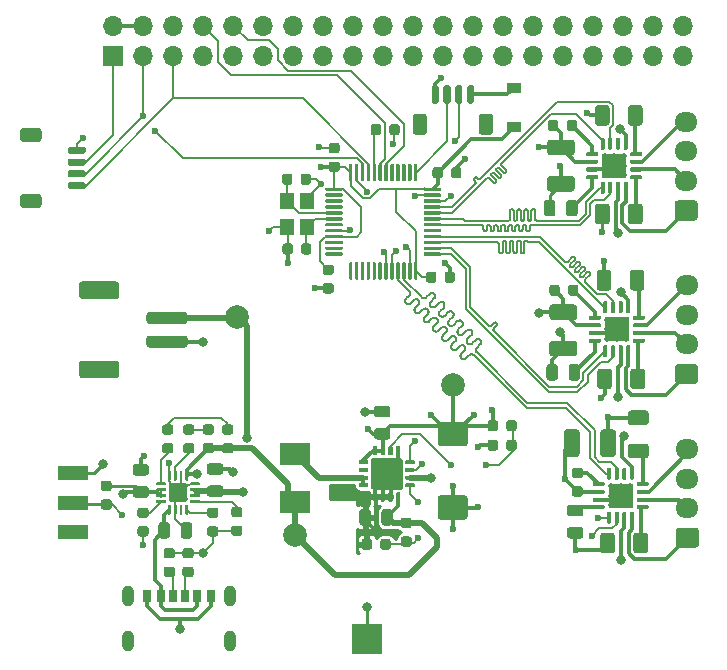
<source format=gbr>
G04 #@! TF.GenerationSoftware,KiCad,Pcbnew,(5.1.6)-1*
G04 #@! TF.CreationDate,2020-07-19T12:45:40+03:00*
G04 #@! TF.ProjectId,AstroPiMicro,41737472-6f50-4694-9d69-63726f2e6b69,1.0.8*
G04 #@! TF.SameCoordinates,Original*
G04 #@! TF.FileFunction,Copper,L1,Top*
G04 #@! TF.FilePolarity,Positive*
%FSLAX46Y46*%
G04 Gerber Fmt 4.6, Leading zero omitted, Abs format (unit mm)*
G04 Created by KiCad (PCBNEW (5.1.6)-1) date 2020-07-19 12:45:40*
%MOMM*%
%LPD*%
G01*
G04 APERTURE LIST*
G04 #@! TA.AperFunction,SMDPad,CuDef*
%ADD10R,1.200000X0.900000*%
G04 #@! TD*
G04 #@! TA.AperFunction,SMDPad,CuDef*
%ADD11R,1.200000X1.400000*%
G04 #@! TD*
G04 #@! TA.AperFunction,ViaPad*
%ADD12C,0.500000*%
G04 #@! TD*
G04 #@! TA.AperFunction,SMDPad,CuDef*
%ADD13R,2.100000X2.100000*%
G04 #@! TD*
G04 #@! TA.AperFunction,SMDPad,CuDef*
%ADD14R,2.500000X1.900000*%
G04 #@! TD*
G04 #@! TA.AperFunction,ComponentPad*
%ADD15O,1.000000X1.800000*%
G04 #@! TD*
G04 #@! TA.AperFunction,SMDPad,CuDef*
%ADD16R,0.800000X1.000000*%
G04 #@! TD*
G04 #@! TA.AperFunction,SMDPad,CuDef*
%ADD17R,0.700000X1.000000*%
G04 #@! TD*
G04 #@! TA.AperFunction,SMDPad,CuDef*
%ADD18R,2.500000X2.500000*%
G04 #@! TD*
G04 #@! TA.AperFunction,SMDPad,CuDef*
%ADD19C,2.000000*%
G04 #@! TD*
G04 #@! TA.AperFunction,SMDPad,CuDef*
%ADD20R,2.500000X1.250000*%
G04 #@! TD*
G04 #@! TA.AperFunction,ComponentPad*
%ADD21O,1.950000X1.700000*%
G04 #@! TD*
G04 #@! TA.AperFunction,ComponentPad*
%ADD22O,1.700000X1.700000*%
G04 #@! TD*
G04 #@! TA.AperFunction,ComponentPad*
%ADD23R,1.700000X1.700000*%
G04 #@! TD*
G04 #@! TA.AperFunction,ViaPad*
%ADD24C,0.800000*%
G04 #@! TD*
G04 #@! TA.AperFunction,ViaPad*
%ADD25C,0.600000*%
G04 #@! TD*
G04 #@! TA.AperFunction,Conductor*
%ADD26C,0.350000*%
G04 #@! TD*
G04 #@! TA.AperFunction,Conductor*
%ADD27C,0.152400*%
G04 #@! TD*
G04 #@! TA.AperFunction,Conductor*
%ADD28C,0.200000*%
G04 #@! TD*
G04 #@! TA.AperFunction,Conductor*
%ADD29C,0.250000*%
G04 #@! TD*
G04 #@! TA.AperFunction,Conductor*
%ADD30C,0.500000*%
G04 #@! TD*
G04 #@! TA.AperFunction,Conductor*
%ADD31C,0.254000*%
G04 #@! TD*
G04 APERTURE END LIST*
D10*
X92350000Y-56500000D03*
X92350000Y-59800000D03*
G04 #@! TA.AperFunction,SMDPad,CuDef*
G36*
G01*
X86450000Y-72806250D02*
X86450000Y-72293750D01*
G75*
G02*
X86668750Y-72075000I218750J0D01*
G01*
X87106250Y-72075000D01*
G75*
G02*
X87325000Y-72293750I0J-218750D01*
G01*
X87325000Y-72806250D01*
G75*
G02*
X87106250Y-73025000I-218750J0D01*
G01*
X86668750Y-73025000D01*
G75*
G02*
X86450000Y-72806250I0J218750D01*
G01*
G37*
G04 #@! TD.AperFunction*
G04 #@! TA.AperFunction,SMDPad,CuDef*
G36*
G01*
X84875000Y-72806250D02*
X84875000Y-72293750D01*
G75*
G02*
X85093750Y-72075000I218750J0D01*
G01*
X85531250Y-72075000D01*
G75*
G02*
X85750000Y-72293750I0J-218750D01*
G01*
X85750000Y-72806250D01*
G75*
G02*
X85531250Y-73025000I-218750J0D01*
G01*
X85093750Y-73025000D01*
G75*
G02*
X84875000Y-72806250I0J218750D01*
G01*
G37*
G04 #@! TD.AperFunction*
G04 #@! TA.AperFunction,SMDPad,CuDef*
G36*
G01*
X77356250Y-62050000D02*
X76843750Y-62050000D01*
G75*
G02*
X76625000Y-61831250I0J218750D01*
G01*
X76625000Y-61393750D01*
G75*
G02*
X76843750Y-61175000I218750J0D01*
G01*
X77356250Y-61175000D01*
G75*
G02*
X77575000Y-61393750I0J-218750D01*
G01*
X77575000Y-61831250D01*
G75*
G02*
X77356250Y-62050000I-218750J0D01*
G01*
G37*
G04 #@! TD.AperFunction*
G04 #@! TA.AperFunction,SMDPad,CuDef*
G36*
G01*
X77356250Y-63625000D02*
X76843750Y-63625000D01*
G75*
G02*
X76625000Y-63406250I0J218750D01*
G01*
X76625000Y-62968750D01*
G75*
G02*
X76843750Y-62750000I218750J0D01*
G01*
X77356250Y-62750000D01*
G75*
G02*
X77575000Y-62968750I0J-218750D01*
G01*
X77575000Y-63406250D01*
G75*
G02*
X77356250Y-63625000I-218750J0D01*
G01*
G37*
G04 #@! TD.AperFunction*
G04 #@! TA.AperFunction,SMDPad,CuDef*
G36*
G01*
X76343750Y-73050000D02*
X76856250Y-73050000D01*
G75*
G02*
X77075000Y-73268750I0J-218750D01*
G01*
X77075000Y-73706250D01*
G75*
G02*
X76856250Y-73925000I-218750J0D01*
G01*
X76343750Y-73925000D01*
G75*
G02*
X76125000Y-73706250I0J218750D01*
G01*
X76125000Y-73268750D01*
G75*
G02*
X76343750Y-73050000I218750J0D01*
G01*
G37*
G04 #@! TD.AperFunction*
G04 #@! TA.AperFunction,SMDPad,CuDef*
G36*
G01*
X76343750Y-71475000D02*
X76856250Y-71475000D01*
G75*
G02*
X77075000Y-71693750I0J-218750D01*
G01*
X77075000Y-72131250D01*
G75*
G02*
X76856250Y-72350000I-218750J0D01*
G01*
X76343750Y-72350000D01*
G75*
G02*
X76125000Y-72131250I0J218750D01*
G01*
X76125000Y-71693750D01*
G75*
G02*
X76343750Y-71475000I218750J0D01*
G01*
G37*
G04 #@! TD.AperFunction*
D11*
X74800000Y-66100000D03*
X74800000Y-68300000D03*
X73100000Y-68300000D03*
X73100000Y-66100000D03*
D12*
X100000000Y-62300000D03*
X100800000Y-62300000D03*
X101600000Y-62300000D03*
X100000000Y-63100000D03*
X100800000Y-63100000D03*
X101600000Y-63100000D03*
X100000000Y-63900000D03*
X100800000Y-63900000D03*
X101600000Y-63900000D03*
D13*
X100800000Y-63100000D03*
G04 #@! TA.AperFunction,SMDPad,CuDef*
G36*
G01*
X101950000Y-64537500D02*
X101950000Y-65387500D01*
G75*
G02*
X101862500Y-65475000I-87500J0D01*
G01*
X101687500Y-65475000D01*
G75*
G02*
X101600000Y-65387500I0J87500D01*
G01*
X101600000Y-64537500D01*
G75*
G02*
X101687500Y-64450000I87500J0D01*
G01*
X101862500Y-64450000D01*
G75*
G02*
X101950000Y-64537500I0J-87500D01*
G01*
G37*
G04 #@! TD.AperFunction*
G04 #@! TA.AperFunction,SMDPad,CuDef*
G36*
G01*
X101300000Y-64537500D02*
X101300000Y-65387500D01*
G75*
G02*
X101212500Y-65475000I-87500J0D01*
G01*
X101037500Y-65475000D01*
G75*
G02*
X100950000Y-65387500I0J87500D01*
G01*
X100950000Y-64537500D01*
G75*
G02*
X101037500Y-64450000I87500J0D01*
G01*
X101212500Y-64450000D01*
G75*
G02*
X101300000Y-64537500I0J-87500D01*
G01*
G37*
G04 #@! TD.AperFunction*
G04 #@! TA.AperFunction,SMDPad,CuDef*
G36*
G01*
X100650000Y-64537500D02*
X100650000Y-65387500D01*
G75*
G02*
X100562500Y-65475000I-87500J0D01*
G01*
X100387500Y-65475000D01*
G75*
G02*
X100300000Y-65387500I0J87500D01*
G01*
X100300000Y-64537500D01*
G75*
G02*
X100387500Y-64450000I87500J0D01*
G01*
X100562500Y-64450000D01*
G75*
G02*
X100650000Y-64537500I0J-87500D01*
G01*
G37*
G04 #@! TD.AperFunction*
G04 #@! TA.AperFunction,SMDPad,CuDef*
G36*
G01*
X100000000Y-64537500D02*
X100000000Y-65387500D01*
G75*
G02*
X99912500Y-65475000I-87500J0D01*
G01*
X99737500Y-65475000D01*
G75*
G02*
X99650000Y-65387500I0J87500D01*
G01*
X99650000Y-64537500D01*
G75*
G02*
X99737500Y-64450000I87500J0D01*
G01*
X99912500Y-64450000D01*
G75*
G02*
X100000000Y-64537500I0J-87500D01*
G01*
G37*
G04 #@! TD.AperFunction*
G04 #@! TA.AperFunction,SMDPad,CuDef*
G36*
G01*
X99450000Y-63987500D02*
X99450000Y-64162500D01*
G75*
G02*
X99362500Y-64250000I-87500J0D01*
G01*
X98512500Y-64250000D01*
G75*
G02*
X98425000Y-64162500I0J87500D01*
G01*
X98425000Y-63987500D01*
G75*
G02*
X98512500Y-63900000I87500J0D01*
G01*
X99362500Y-63900000D01*
G75*
G02*
X99450000Y-63987500I0J-87500D01*
G01*
G37*
G04 #@! TD.AperFunction*
G04 #@! TA.AperFunction,SMDPad,CuDef*
G36*
G01*
X99450000Y-63337500D02*
X99450000Y-63512500D01*
G75*
G02*
X99362500Y-63600000I-87500J0D01*
G01*
X98512500Y-63600000D01*
G75*
G02*
X98425000Y-63512500I0J87500D01*
G01*
X98425000Y-63337500D01*
G75*
G02*
X98512500Y-63250000I87500J0D01*
G01*
X99362500Y-63250000D01*
G75*
G02*
X99450000Y-63337500I0J-87500D01*
G01*
G37*
G04 #@! TD.AperFunction*
G04 #@! TA.AperFunction,SMDPad,CuDef*
G36*
G01*
X99450000Y-62687500D02*
X99450000Y-62862500D01*
G75*
G02*
X99362500Y-62950000I-87500J0D01*
G01*
X98512500Y-62950000D01*
G75*
G02*
X98425000Y-62862500I0J87500D01*
G01*
X98425000Y-62687500D01*
G75*
G02*
X98512500Y-62600000I87500J0D01*
G01*
X99362500Y-62600000D01*
G75*
G02*
X99450000Y-62687500I0J-87500D01*
G01*
G37*
G04 #@! TD.AperFunction*
G04 #@! TA.AperFunction,SMDPad,CuDef*
G36*
G01*
X99450000Y-62037500D02*
X99450000Y-62212500D01*
G75*
G02*
X99362500Y-62300000I-87500J0D01*
G01*
X98512500Y-62300000D01*
G75*
G02*
X98425000Y-62212500I0J87500D01*
G01*
X98425000Y-62037500D01*
G75*
G02*
X98512500Y-61950000I87500J0D01*
G01*
X99362500Y-61950000D01*
G75*
G02*
X99450000Y-62037500I0J-87500D01*
G01*
G37*
G04 #@! TD.AperFunction*
G04 #@! TA.AperFunction,SMDPad,CuDef*
G36*
G01*
X100000000Y-60812500D02*
X100000000Y-61662500D01*
G75*
G02*
X99912500Y-61750000I-87500J0D01*
G01*
X99737500Y-61750000D01*
G75*
G02*
X99650000Y-61662500I0J87500D01*
G01*
X99650000Y-60812500D01*
G75*
G02*
X99737500Y-60725000I87500J0D01*
G01*
X99912500Y-60725000D01*
G75*
G02*
X100000000Y-60812500I0J-87500D01*
G01*
G37*
G04 #@! TD.AperFunction*
G04 #@! TA.AperFunction,SMDPad,CuDef*
G36*
G01*
X100650000Y-60812500D02*
X100650000Y-61662500D01*
G75*
G02*
X100562500Y-61750000I-87500J0D01*
G01*
X100387500Y-61750000D01*
G75*
G02*
X100300000Y-61662500I0J87500D01*
G01*
X100300000Y-60812500D01*
G75*
G02*
X100387500Y-60725000I87500J0D01*
G01*
X100562500Y-60725000D01*
G75*
G02*
X100650000Y-60812500I0J-87500D01*
G01*
G37*
G04 #@! TD.AperFunction*
G04 #@! TA.AperFunction,SMDPad,CuDef*
G36*
G01*
X101300000Y-60812500D02*
X101300000Y-61662500D01*
G75*
G02*
X101212500Y-61750000I-87500J0D01*
G01*
X101037500Y-61750000D01*
G75*
G02*
X100950000Y-61662500I0J87500D01*
G01*
X100950000Y-60812500D01*
G75*
G02*
X101037500Y-60725000I87500J0D01*
G01*
X101212500Y-60725000D01*
G75*
G02*
X101300000Y-60812500I0J-87500D01*
G01*
G37*
G04 #@! TD.AperFunction*
G04 #@! TA.AperFunction,SMDPad,CuDef*
G36*
G01*
X101950000Y-60812500D02*
X101950000Y-61662500D01*
G75*
G02*
X101862500Y-61750000I-87500J0D01*
G01*
X101687500Y-61750000D01*
G75*
G02*
X101600000Y-61662500I0J87500D01*
G01*
X101600000Y-60812500D01*
G75*
G02*
X101687500Y-60725000I87500J0D01*
G01*
X101862500Y-60725000D01*
G75*
G02*
X101950000Y-60812500I0J-87500D01*
G01*
G37*
G04 #@! TD.AperFunction*
G04 #@! TA.AperFunction,SMDPad,CuDef*
G36*
G01*
X103175000Y-62037500D02*
X103175000Y-62212500D01*
G75*
G02*
X103087500Y-62300000I-87500J0D01*
G01*
X102237500Y-62300000D01*
G75*
G02*
X102150000Y-62212500I0J87500D01*
G01*
X102150000Y-62037500D01*
G75*
G02*
X102237500Y-61950000I87500J0D01*
G01*
X103087500Y-61950000D01*
G75*
G02*
X103175000Y-62037500I0J-87500D01*
G01*
G37*
G04 #@! TD.AperFunction*
G04 #@! TA.AperFunction,SMDPad,CuDef*
G36*
G01*
X103175000Y-62687500D02*
X103175000Y-62862500D01*
G75*
G02*
X103087500Y-62950000I-87500J0D01*
G01*
X102237500Y-62950000D01*
G75*
G02*
X102150000Y-62862500I0J87500D01*
G01*
X102150000Y-62687500D01*
G75*
G02*
X102237500Y-62600000I87500J0D01*
G01*
X103087500Y-62600000D01*
G75*
G02*
X103175000Y-62687500I0J-87500D01*
G01*
G37*
G04 #@! TD.AperFunction*
G04 #@! TA.AperFunction,SMDPad,CuDef*
G36*
G01*
X103175000Y-63337500D02*
X103175000Y-63512500D01*
G75*
G02*
X103087500Y-63600000I-87500J0D01*
G01*
X102237500Y-63600000D01*
G75*
G02*
X102150000Y-63512500I0J87500D01*
G01*
X102150000Y-63337500D01*
G75*
G02*
X102237500Y-63250000I87500J0D01*
G01*
X103087500Y-63250000D01*
G75*
G02*
X103175000Y-63337500I0J-87500D01*
G01*
G37*
G04 #@! TD.AperFunction*
G04 #@! TA.AperFunction,SMDPad,CuDef*
G36*
G01*
X103175000Y-63987500D02*
X103175000Y-64162500D01*
G75*
G02*
X103087500Y-64250000I-87500J0D01*
G01*
X102237500Y-64250000D01*
G75*
G02*
X102150000Y-64162500I0J87500D01*
G01*
X102150000Y-63987500D01*
G75*
G02*
X102237500Y-63900000I87500J0D01*
G01*
X103087500Y-63900000D01*
G75*
G02*
X103175000Y-63987500I0J-87500D01*
G01*
G37*
G04 #@! TD.AperFunction*
D12*
X100550000Y-90250000D03*
X101350000Y-90250000D03*
X102150000Y-90250000D03*
X100550000Y-91050000D03*
X101350000Y-91050000D03*
X102150000Y-91050000D03*
X100550000Y-91850000D03*
X101350000Y-91850000D03*
X102150000Y-91850000D03*
D13*
X101350000Y-91050000D03*
G04 #@! TA.AperFunction,SMDPad,CuDef*
G36*
G01*
X102500000Y-92487500D02*
X102500000Y-93337500D01*
G75*
G02*
X102412500Y-93425000I-87500J0D01*
G01*
X102237500Y-93425000D01*
G75*
G02*
X102150000Y-93337500I0J87500D01*
G01*
X102150000Y-92487500D01*
G75*
G02*
X102237500Y-92400000I87500J0D01*
G01*
X102412500Y-92400000D01*
G75*
G02*
X102500000Y-92487500I0J-87500D01*
G01*
G37*
G04 #@! TD.AperFunction*
G04 #@! TA.AperFunction,SMDPad,CuDef*
G36*
G01*
X101850000Y-92487500D02*
X101850000Y-93337500D01*
G75*
G02*
X101762500Y-93425000I-87500J0D01*
G01*
X101587500Y-93425000D01*
G75*
G02*
X101500000Y-93337500I0J87500D01*
G01*
X101500000Y-92487500D01*
G75*
G02*
X101587500Y-92400000I87500J0D01*
G01*
X101762500Y-92400000D01*
G75*
G02*
X101850000Y-92487500I0J-87500D01*
G01*
G37*
G04 #@! TD.AperFunction*
G04 #@! TA.AperFunction,SMDPad,CuDef*
G36*
G01*
X101200000Y-92487500D02*
X101200000Y-93337500D01*
G75*
G02*
X101112500Y-93425000I-87500J0D01*
G01*
X100937500Y-93425000D01*
G75*
G02*
X100850000Y-93337500I0J87500D01*
G01*
X100850000Y-92487500D01*
G75*
G02*
X100937500Y-92400000I87500J0D01*
G01*
X101112500Y-92400000D01*
G75*
G02*
X101200000Y-92487500I0J-87500D01*
G01*
G37*
G04 #@! TD.AperFunction*
G04 #@! TA.AperFunction,SMDPad,CuDef*
G36*
G01*
X100550000Y-92487500D02*
X100550000Y-93337500D01*
G75*
G02*
X100462500Y-93425000I-87500J0D01*
G01*
X100287500Y-93425000D01*
G75*
G02*
X100200000Y-93337500I0J87500D01*
G01*
X100200000Y-92487500D01*
G75*
G02*
X100287500Y-92400000I87500J0D01*
G01*
X100462500Y-92400000D01*
G75*
G02*
X100550000Y-92487500I0J-87500D01*
G01*
G37*
G04 #@! TD.AperFunction*
G04 #@! TA.AperFunction,SMDPad,CuDef*
G36*
G01*
X100000000Y-91937500D02*
X100000000Y-92112500D01*
G75*
G02*
X99912500Y-92200000I-87500J0D01*
G01*
X99062500Y-92200000D01*
G75*
G02*
X98975000Y-92112500I0J87500D01*
G01*
X98975000Y-91937500D01*
G75*
G02*
X99062500Y-91850000I87500J0D01*
G01*
X99912500Y-91850000D01*
G75*
G02*
X100000000Y-91937500I0J-87500D01*
G01*
G37*
G04 #@! TD.AperFunction*
G04 #@! TA.AperFunction,SMDPad,CuDef*
G36*
G01*
X100000000Y-91287500D02*
X100000000Y-91462500D01*
G75*
G02*
X99912500Y-91550000I-87500J0D01*
G01*
X99062500Y-91550000D01*
G75*
G02*
X98975000Y-91462500I0J87500D01*
G01*
X98975000Y-91287500D01*
G75*
G02*
X99062500Y-91200000I87500J0D01*
G01*
X99912500Y-91200000D01*
G75*
G02*
X100000000Y-91287500I0J-87500D01*
G01*
G37*
G04 #@! TD.AperFunction*
G04 #@! TA.AperFunction,SMDPad,CuDef*
G36*
G01*
X100000000Y-90637500D02*
X100000000Y-90812500D01*
G75*
G02*
X99912500Y-90900000I-87500J0D01*
G01*
X99062500Y-90900000D01*
G75*
G02*
X98975000Y-90812500I0J87500D01*
G01*
X98975000Y-90637500D01*
G75*
G02*
X99062500Y-90550000I87500J0D01*
G01*
X99912500Y-90550000D01*
G75*
G02*
X100000000Y-90637500I0J-87500D01*
G01*
G37*
G04 #@! TD.AperFunction*
G04 #@! TA.AperFunction,SMDPad,CuDef*
G36*
G01*
X100000000Y-89987500D02*
X100000000Y-90162500D01*
G75*
G02*
X99912500Y-90250000I-87500J0D01*
G01*
X99062500Y-90250000D01*
G75*
G02*
X98975000Y-90162500I0J87500D01*
G01*
X98975000Y-89987500D01*
G75*
G02*
X99062500Y-89900000I87500J0D01*
G01*
X99912500Y-89900000D01*
G75*
G02*
X100000000Y-89987500I0J-87500D01*
G01*
G37*
G04 #@! TD.AperFunction*
G04 #@! TA.AperFunction,SMDPad,CuDef*
G36*
G01*
X100550000Y-88762500D02*
X100550000Y-89612500D01*
G75*
G02*
X100462500Y-89700000I-87500J0D01*
G01*
X100287500Y-89700000D01*
G75*
G02*
X100200000Y-89612500I0J87500D01*
G01*
X100200000Y-88762500D01*
G75*
G02*
X100287500Y-88675000I87500J0D01*
G01*
X100462500Y-88675000D01*
G75*
G02*
X100550000Y-88762500I0J-87500D01*
G01*
G37*
G04 #@! TD.AperFunction*
G04 #@! TA.AperFunction,SMDPad,CuDef*
G36*
G01*
X101200000Y-88762500D02*
X101200000Y-89612500D01*
G75*
G02*
X101112500Y-89700000I-87500J0D01*
G01*
X100937500Y-89700000D01*
G75*
G02*
X100850000Y-89612500I0J87500D01*
G01*
X100850000Y-88762500D01*
G75*
G02*
X100937500Y-88675000I87500J0D01*
G01*
X101112500Y-88675000D01*
G75*
G02*
X101200000Y-88762500I0J-87500D01*
G01*
G37*
G04 #@! TD.AperFunction*
G04 #@! TA.AperFunction,SMDPad,CuDef*
G36*
G01*
X101850000Y-88762500D02*
X101850000Y-89612500D01*
G75*
G02*
X101762500Y-89700000I-87500J0D01*
G01*
X101587500Y-89700000D01*
G75*
G02*
X101500000Y-89612500I0J87500D01*
G01*
X101500000Y-88762500D01*
G75*
G02*
X101587500Y-88675000I87500J0D01*
G01*
X101762500Y-88675000D01*
G75*
G02*
X101850000Y-88762500I0J-87500D01*
G01*
G37*
G04 #@! TD.AperFunction*
G04 #@! TA.AperFunction,SMDPad,CuDef*
G36*
G01*
X102500000Y-88762500D02*
X102500000Y-89612500D01*
G75*
G02*
X102412500Y-89700000I-87500J0D01*
G01*
X102237500Y-89700000D01*
G75*
G02*
X102150000Y-89612500I0J87500D01*
G01*
X102150000Y-88762500D01*
G75*
G02*
X102237500Y-88675000I87500J0D01*
G01*
X102412500Y-88675000D01*
G75*
G02*
X102500000Y-88762500I0J-87500D01*
G01*
G37*
G04 #@! TD.AperFunction*
G04 #@! TA.AperFunction,SMDPad,CuDef*
G36*
G01*
X103725000Y-89987500D02*
X103725000Y-90162500D01*
G75*
G02*
X103637500Y-90250000I-87500J0D01*
G01*
X102787500Y-90250000D01*
G75*
G02*
X102700000Y-90162500I0J87500D01*
G01*
X102700000Y-89987500D01*
G75*
G02*
X102787500Y-89900000I87500J0D01*
G01*
X103637500Y-89900000D01*
G75*
G02*
X103725000Y-89987500I0J-87500D01*
G01*
G37*
G04 #@! TD.AperFunction*
G04 #@! TA.AperFunction,SMDPad,CuDef*
G36*
G01*
X103725000Y-90637500D02*
X103725000Y-90812500D01*
G75*
G02*
X103637500Y-90900000I-87500J0D01*
G01*
X102787500Y-90900000D01*
G75*
G02*
X102700000Y-90812500I0J87500D01*
G01*
X102700000Y-90637500D01*
G75*
G02*
X102787500Y-90550000I87500J0D01*
G01*
X103637500Y-90550000D01*
G75*
G02*
X103725000Y-90637500I0J-87500D01*
G01*
G37*
G04 #@! TD.AperFunction*
G04 #@! TA.AperFunction,SMDPad,CuDef*
G36*
G01*
X103725000Y-91287500D02*
X103725000Y-91462500D01*
G75*
G02*
X103637500Y-91550000I-87500J0D01*
G01*
X102787500Y-91550000D01*
G75*
G02*
X102700000Y-91462500I0J87500D01*
G01*
X102700000Y-91287500D01*
G75*
G02*
X102787500Y-91200000I87500J0D01*
G01*
X103637500Y-91200000D01*
G75*
G02*
X103725000Y-91287500I0J-87500D01*
G01*
G37*
G04 #@! TD.AperFunction*
G04 #@! TA.AperFunction,SMDPad,CuDef*
G36*
G01*
X103725000Y-91937500D02*
X103725000Y-92112500D01*
G75*
G02*
X103637500Y-92200000I-87500J0D01*
G01*
X102787500Y-92200000D01*
G75*
G02*
X102700000Y-92112500I0J87500D01*
G01*
X102700000Y-91937500D01*
G75*
G02*
X102787500Y-91850000I87500J0D01*
G01*
X103637500Y-91850000D01*
G75*
G02*
X103725000Y-91937500I0J-87500D01*
G01*
G37*
G04 #@! TD.AperFunction*
D12*
X100225000Y-76150000D03*
X101025000Y-76150000D03*
X101825000Y-76150000D03*
X100225000Y-76950000D03*
X101025000Y-76950000D03*
X101825000Y-76950000D03*
X100225000Y-77750000D03*
X101025000Y-77750000D03*
X101825000Y-77750000D03*
D13*
X101025000Y-76950000D03*
G04 #@! TA.AperFunction,SMDPad,CuDef*
G36*
G01*
X102175000Y-78387500D02*
X102175000Y-79237500D01*
G75*
G02*
X102087500Y-79325000I-87500J0D01*
G01*
X101912500Y-79325000D01*
G75*
G02*
X101825000Y-79237500I0J87500D01*
G01*
X101825000Y-78387500D01*
G75*
G02*
X101912500Y-78300000I87500J0D01*
G01*
X102087500Y-78300000D01*
G75*
G02*
X102175000Y-78387500I0J-87500D01*
G01*
G37*
G04 #@! TD.AperFunction*
G04 #@! TA.AperFunction,SMDPad,CuDef*
G36*
G01*
X101525000Y-78387500D02*
X101525000Y-79237500D01*
G75*
G02*
X101437500Y-79325000I-87500J0D01*
G01*
X101262500Y-79325000D01*
G75*
G02*
X101175000Y-79237500I0J87500D01*
G01*
X101175000Y-78387500D01*
G75*
G02*
X101262500Y-78300000I87500J0D01*
G01*
X101437500Y-78300000D01*
G75*
G02*
X101525000Y-78387500I0J-87500D01*
G01*
G37*
G04 #@! TD.AperFunction*
G04 #@! TA.AperFunction,SMDPad,CuDef*
G36*
G01*
X100875000Y-78387500D02*
X100875000Y-79237500D01*
G75*
G02*
X100787500Y-79325000I-87500J0D01*
G01*
X100612500Y-79325000D01*
G75*
G02*
X100525000Y-79237500I0J87500D01*
G01*
X100525000Y-78387500D01*
G75*
G02*
X100612500Y-78300000I87500J0D01*
G01*
X100787500Y-78300000D01*
G75*
G02*
X100875000Y-78387500I0J-87500D01*
G01*
G37*
G04 #@! TD.AperFunction*
G04 #@! TA.AperFunction,SMDPad,CuDef*
G36*
G01*
X100225000Y-78387500D02*
X100225000Y-79237500D01*
G75*
G02*
X100137500Y-79325000I-87500J0D01*
G01*
X99962500Y-79325000D01*
G75*
G02*
X99875000Y-79237500I0J87500D01*
G01*
X99875000Y-78387500D01*
G75*
G02*
X99962500Y-78300000I87500J0D01*
G01*
X100137500Y-78300000D01*
G75*
G02*
X100225000Y-78387500I0J-87500D01*
G01*
G37*
G04 #@! TD.AperFunction*
G04 #@! TA.AperFunction,SMDPad,CuDef*
G36*
G01*
X99675000Y-77837500D02*
X99675000Y-78012500D01*
G75*
G02*
X99587500Y-78100000I-87500J0D01*
G01*
X98737500Y-78100000D01*
G75*
G02*
X98650000Y-78012500I0J87500D01*
G01*
X98650000Y-77837500D01*
G75*
G02*
X98737500Y-77750000I87500J0D01*
G01*
X99587500Y-77750000D01*
G75*
G02*
X99675000Y-77837500I0J-87500D01*
G01*
G37*
G04 #@! TD.AperFunction*
G04 #@! TA.AperFunction,SMDPad,CuDef*
G36*
G01*
X99675000Y-77187500D02*
X99675000Y-77362500D01*
G75*
G02*
X99587500Y-77450000I-87500J0D01*
G01*
X98737500Y-77450000D01*
G75*
G02*
X98650000Y-77362500I0J87500D01*
G01*
X98650000Y-77187500D01*
G75*
G02*
X98737500Y-77100000I87500J0D01*
G01*
X99587500Y-77100000D01*
G75*
G02*
X99675000Y-77187500I0J-87500D01*
G01*
G37*
G04 #@! TD.AperFunction*
G04 #@! TA.AperFunction,SMDPad,CuDef*
G36*
G01*
X99675000Y-76537500D02*
X99675000Y-76712500D01*
G75*
G02*
X99587500Y-76800000I-87500J0D01*
G01*
X98737500Y-76800000D01*
G75*
G02*
X98650000Y-76712500I0J87500D01*
G01*
X98650000Y-76537500D01*
G75*
G02*
X98737500Y-76450000I87500J0D01*
G01*
X99587500Y-76450000D01*
G75*
G02*
X99675000Y-76537500I0J-87500D01*
G01*
G37*
G04 #@! TD.AperFunction*
G04 #@! TA.AperFunction,SMDPad,CuDef*
G36*
G01*
X99675000Y-75887500D02*
X99675000Y-76062500D01*
G75*
G02*
X99587500Y-76150000I-87500J0D01*
G01*
X98737500Y-76150000D01*
G75*
G02*
X98650000Y-76062500I0J87500D01*
G01*
X98650000Y-75887500D01*
G75*
G02*
X98737500Y-75800000I87500J0D01*
G01*
X99587500Y-75800000D01*
G75*
G02*
X99675000Y-75887500I0J-87500D01*
G01*
G37*
G04 #@! TD.AperFunction*
G04 #@! TA.AperFunction,SMDPad,CuDef*
G36*
G01*
X100225000Y-74662500D02*
X100225000Y-75512500D01*
G75*
G02*
X100137500Y-75600000I-87500J0D01*
G01*
X99962500Y-75600000D01*
G75*
G02*
X99875000Y-75512500I0J87500D01*
G01*
X99875000Y-74662500D01*
G75*
G02*
X99962500Y-74575000I87500J0D01*
G01*
X100137500Y-74575000D01*
G75*
G02*
X100225000Y-74662500I0J-87500D01*
G01*
G37*
G04 #@! TD.AperFunction*
G04 #@! TA.AperFunction,SMDPad,CuDef*
G36*
G01*
X100875000Y-74662500D02*
X100875000Y-75512500D01*
G75*
G02*
X100787500Y-75600000I-87500J0D01*
G01*
X100612500Y-75600000D01*
G75*
G02*
X100525000Y-75512500I0J87500D01*
G01*
X100525000Y-74662500D01*
G75*
G02*
X100612500Y-74575000I87500J0D01*
G01*
X100787500Y-74575000D01*
G75*
G02*
X100875000Y-74662500I0J-87500D01*
G01*
G37*
G04 #@! TD.AperFunction*
G04 #@! TA.AperFunction,SMDPad,CuDef*
G36*
G01*
X101525000Y-74662500D02*
X101525000Y-75512500D01*
G75*
G02*
X101437500Y-75600000I-87500J0D01*
G01*
X101262500Y-75600000D01*
G75*
G02*
X101175000Y-75512500I0J87500D01*
G01*
X101175000Y-74662500D01*
G75*
G02*
X101262500Y-74575000I87500J0D01*
G01*
X101437500Y-74575000D01*
G75*
G02*
X101525000Y-74662500I0J-87500D01*
G01*
G37*
G04 #@! TD.AperFunction*
G04 #@! TA.AperFunction,SMDPad,CuDef*
G36*
G01*
X102175000Y-74662500D02*
X102175000Y-75512500D01*
G75*
G02*
X102087500Y-75600000I-87500J0D01*
G01*
X101912500Y-75600000D01*
G75*
G02*
X101825000Y-75512500I0J87500D01*
G01*
X101825000Y-74662500D01*
G75*
G02*
X101912500Y-74575000I87500J0D01*
G01*
X102087500Y-74575000D01*
G75*
G02*
X102175000Y-74662500I0J-87500D01*
G01*
G37*
G04 #@! TD.AperFunction*
G04 #@! TA.AperFunction,SMDPad,CuDef*
G36*
G01*
X103400000Y-75887500D02*
X103400000Y-76062500D01*
G75*
G02*
X103312500Y-76150000I-87500J0D01*
G01*
X102462500Y-76150000D01*
G75*
G02*
X102375000Y-76062500I0J87500D01*
G01*
X102375000Y-75887500D01*
G75*
G02*
X102462500Y-75800000I87500J0D01*
G01*
X103312500Y-75800000D01*
G75*
G02*
X103400000Y-75887500I0J-87500D01*
G01*
G37*
G04 #@! TD.AperFunction*
G04 #@! TA.AperFunction,SMDPad,CuDef*
G36*
G01*
X103400000Y-76537500D02*
X103400000Y-76712500D01*
G75*
G02*
X103312500Y-76800000I-87500J0D01*
G01*
X102462500Y-76800000D01*
G75*
G02*
X102375000Y-76712500I0J87500D01*
G01*
X102375000Y-76537500D01*
G75*
G02*
X102462500Y-76450000I87500J0D01*
G01*
X103312500Y-76450000D01*
G75*
G02*
X103400000Y-76537500I0J-87500D01*
G01*
G37*
G04 #@! TD.AperFunction*
G04 #@! TA.AperFunction,SMDPad,CuDef*
G36*
G01*
X103400000Y-77187500D02*
X103400000Y-77362500D01*
G75*
G02*
X103312500Y-77450000I-87500J0D01*
G01*
X102462500Y-77450000D01*
G75*
G02*
X102375000Y-77362500I0J87500D01*
G01*
X102375000Y-77187500D01*
G75*
G02*
X102462500Y-77100000I87500J0D01*
G01*
X103312500Y-77100000D01*
G75*
G02*
X103400000Y-77187500I0J-87500D01*
G01*
G37*
G04 #@! TD.AperFunction*
G04 #@! TA.AperFunction,SMDPad,CuDef*
G36*
G01*
X103400000Y-77837500D02*
X103400000Y-78012500D01*
G75*
G02*
X103312500Y-78100000I-87500J0D01*
G01*
X102462500Y-78100000D01*
G75*
G02*
X102375000Y-78012500I0J87500D01*
G01*
X102375000Y-77837500D01*
G75*
G02*
X102462500Y-77750000I87500J0D01*
G01*
X103312500Y-77750000D01*
G75*
G02*
X103400000Y-77837500I0J-87500D01*
G01*
G37*
G04 #@! TD.AperFunction*
G04 #@! TA.AperFunction,SMDPad,CuDef*
G36*
G01*
X78350000Y-64350000D02*
X78350000Y-63025000D01*
G75*
G02*
X78425000Y-62950000I75000J0D01*
G01*
X78575000Y-62950000D01*
G75*
G02*
X78650000Y-63025000I0J-75000D01*
G01*
X78650000Y-64350000D01*
G75*
G02*
X78575000Y-64425000I-75000J0D01*
G01*
X78425000Y-64425000D01*
G75*
G02*
X78350000Y-64350000I0J75000D01*
G01*
G37*
G04 #@! TD.AperFunction*
G04 #@! TA.AperFunction,SMDPad,CuDef*
G36*
G01*
X78850000Y-64350000D02*
X78850000Y-63025000D01*
G75*
G02*
X78925000Y-62950000I75000J0D01*
G01*
X79075000Y-62950000D01*
G75*
G02*
X79150000Y-63025000I0J-75000D01*
G01*
X79150000Y-64350000D01*
G75*
G02*
X79075000Y-64425000I-75000J0D01*
G01*
X78925000Y-64425000D01*
G75*
G02*
X78850000Y-64350000I0J75000D01*
G01*
G37*
G04 #@! TD.AperFunction*
G04 #@! TA.AperFunction,SMDPad,CuDef*
G36*
G01*
X79350000Y-64350000D02*
X79350000Y-63025000D01*
G75*
G02*
X79425000Y-62950000I75000J0D01*
G01*
X79575000Y-62950000D01*
G75*
G02*
X79650000Y-63025000I0J-75000D01*
G01*
X79650000Y-64350000D01*
G75*
G02*
X79575000Y-64425000I-75000J0D01*
G01*
X79425000Y-64425000D01*
G75*
G02*
X79350000Y-64350000I0J75000D01*
G01*
G37*
G04 #@! TD.AperFunction*
G04 #@! TA.AperFunction,SMDPad,CuDef*
G36*
G01*
X79850000Y-64350000D02*
X79850000Y-63025000D01*
G75*
G02*
X79925000Y-62950000I75000J0D01*
G01*
X80075000Y-62950000D01*
G75*
G02*
X80150000Y-63025000I0J-75000D01*
G01*
X80150000Y-64350000D01*
G75*
G02*
X80075000Y-64425000I-75000J0D01*
G01*
X79925000Y-64425000D01*
G75*
G02*
X79850000Y-64350000I0J75000D01*
G01*
G37*
G04 #@! TD.AperFunction*
G04 #@! TA.AperFunction,SMDPad,CuDef*
G36*
G01*
X80350000Y-64350000D02*
X80350000Y-63025000D01*
G75*
G02*
X80425000Y-62950000I75000J0D01*
G01*
X80575000Y-62950000D01*
G75*
G02*
X80650000Y-63025000I0J-75000D01*
G01*
X80650000Y-64350000D01*
G75*
G02*
X80575000Y-64425000I-75000J0D01*
G01*
X80425000Y-64425000D01*
G75*
G02*
X80350000Y-64350000I0J75000D01*
G01*
G37*
G04 #@! TD.AperFunction*
G04 #@! TA.AperFunction,SMDPad,CuDef*
G36*
G01*
X80850000Y-64350000D02*
X80850000Y-63025000D01*
G75*
G02*
X80925000Y-62950000I75000J0D01*
G01*
X81075000Y-62950000D01*
G75*
G02*
X81150000Y-63025000I0J-75000D01*
G01*
X81150000Y-64350000D01*
G75*
G02*
X81075000Y-64425000I-75000J0D01*
G01*
X80925000Y-64425000D01*
G75*
G02*
X80850000Y-64350000I0J75000D01*
G01*
G37*
G04 #@! TD.AperFunction*
G04 #@! TA.AperFunction,SMDPad,CuDef*
G36*
G01*
X81350000Y-64350000D02*
X81350000Y-63025000D01*
G75*
G02*
X81425000Y-62950000I75000J0D01*
G01*
X81575000Y-62950000D01*
G75*
G02*
X81650000Y-63025000I0J-75000D01*
G01*
X81650000Y-64350000D01*
G75*
G02*
X81575000Y-64425000I-75000J0D01*
G01*
X81425000Y-64425000D01*
G75*
G02*
X81350000Y-64350000I0J75000D01*
G01*
G37*
G04 #@! TD.AperFunction*
G04 #@! TA.AperFunction,SMDPad,CuDef*
G36*
G01*
X81850000Y-64350000D02*
X81850000Y-63025000D01*
G75*
G02*
X81925000Y-62950000I75000J0D01*
G01*
X82075000Y-62950000D01*
G75*
G02*
X82150000Y-63025000I0J-75000D01*
G01*
X82150000Y-64350000D01*
G75*
G02*
X82075000Y-64425000I-75000J0D01*
G01*
X81925000Y-64425000D01*
G75*
G02*
X81850000Y-64350000I0J75000D01*
G01*
G37*
G04 #@! TD.AperFunction*
G04 #@! TA.AperFunction,SMDPad,CuDef*
G36*
G01*
X82350000Y-64350000D02*
X82350000Y-63025000D01*
G75*
G02*
X82425000Y-62950000I75000J0D01*
G01*
X82575000Y-62950000D01*
G75*
G02*
X82650000Y-63025000I0J-75000D01*
G01*
X82650000Y-64350000D01*
G75*
G02*
X82575000Y-64425000I-75000J0D01*
G01*
X82425000Y-64425000D01*
G75*
G02*
X82350000Y-64350000I0J75000D01*
G01*
G37*
G04 #@! TD.AperFunction*
G04 #@! TA.AperFunction,SMDPad,CuDef*
G36*
G01*
X82850000Y-64350000D02*
X82850000Y-63025000D01*
G75*
G02*
X82925000Y-62950000I75000J0D01*
G01*
X83075000Y-62950000D01*
G75*
G02*
X83150000Y-63025000I0J-75000D01*
G01*
X83150000Y-64350000D01*
G75*
G02*
X83075000Y-64425000I-75000J0D01*
G01*
X82925000Y-64425000D01*
G75*
G02*
X82850000Y-64350000I0J75000D01*
G01*
G37*
G04 #@! TD.AperFunction*
G04 #@! TA.AperFunction,SMDPad,CuDef*
G36*
G01*
X83350000Y-64350000D02*
X83350000Y-63025000D01*
G75*
G02*
X83425000Y-62950000I75000J0D01*
G01*
X83575000Y-62950000D01*
G75*
G02*
X83650000Y-63025000I0J-75000D01*
G01*
X83650000Y-64350000D01*
G75*
G02*
X83575000Y-64425000I-75000J0D01*
G01*
X83425000Y-64425000D01*
G75*
G02*
X83350000Y-64350000I0J75000D01*
G01*
G37*
G04 #@! TD.AperFunction*
G04 #@! TA.AperFunction,SMDPad,CuDef*
G36*
G01*
X83850000Y-64350000D02*
X83850000Y-63025000D01*
G75*
G02*
X83925000Y-62950000I75000J0D01*
G01*
X84075000Y-62950000D01*
G75*
G02*
X84150000Y-63025000I0J-75000D01*
G01*
X84150000Y-64350000D01*
G75*
G02*
X84075000Y-64425000I-75000J0D01*
G01*
X83925000Y-64425000D01*
G75*
G02*
X83850000Y-64350000I0J75000D01*
G01*
G37*
G04 #@! TD.AperFunction*
G04 #@! TA.AperFunction,SMDPad,CuDef*
G36*
G01*
X84675000Y-65175000D02*
X84675000Y-65025000D01*
G75*
G02*
X84750000Y-64950000I75000J0D01*
G01*
X86075000Y-64950000D01*
G75*
G02*
X86150000Y-65025000I0J-75000D01*
G01*
X86150000Y-65175000D01*
G75*
G02*
X86075000Y-65250000I-75000J0D01*
G01*
X84750000Y-65250000D01*
G75*
G02*
X84675000Y-65175000I0J75000D01*
G01*
G37*
G04 #@! TD.AperFunction*
G04 #@! TA.AperFunction,SMDPad,CuDef*
G36*
G01*
X84675000Y-65675000D02*
X84675000Y-65525000D01*
G75*
G02*
X84750000Y-65450000I75000J0D01*
G01*
X86075000Y-65450000D01*
G75*
G02*
X86150000Y-65525000I0J-75000D01*
G01*
X86150000Y-65675000D01*
G75*
G02*
X86075000Y-65750000I-75000J0D01*
G01*
X84750000Y-65750000D01*
G75*
G02*
X84675000Y-65675000I0J75000D01*
G01*
G37*
G04 #@! TD.AperFunction*
G04 #@! TA.AperFunction,SMDPad,CuDef*
G36*
G01*
X84675000Y-66175000D02*
X84675000Y-66025000D01*
G75*
G02*
X84750000Y-65950000I75000J0D01*
G01*
X86075000Y-65950000D01*
G75*
G02*
X86150000Y-66025000I0J-75000D01*
G01*
X86150000Y-66175000D01*
G75*
G02*
X86075000Y-66250000I-75000J0D01*
G01*
X84750000Y-66250000D01*
G75*
G02*
X84675000Y-66175000I0J75000D01*
G01*
G37*
G04 #@! TD.AperFunction*
G04 #@! TA.AperFunction,SMDPad,CuDef*
G36*
G01*
X84675000Y-66675000D02*
X84675000Y-66525000D01*
G75*
G02*
X84750000Y-66450000I75000J0D01*
G01*
X86075000Y-66450000D01*
G75*
G02*
X86150000Y-66525000I0J-75000D01*
G01*
X86150000Y-66675000D01*
G75*
G02*
X86075000Y-66750000I-75000J0D01*
G01*
X84750000Y-66750000D01*
G75*
G02*
X84675000Y-66675000I0J75000D01*
G01*
G37*
G04 #@! TD.AperFunction*
G04 #@! TA.AperFunction,SMDPad,CuDef*
G36*
G01*
X84675000Y-67175000D02*
X84675000Y-67025000D01*
G75*
G02*
X84750000Y-66950000I75000J0D01*
G01*
X86075000Y-66950000D01*
G75*
G02*
X86150000Y-67025000I0J-75000D01*
G01*
X86150000Y-67175000D01*
G75*
G02*
X86075000Y-67250000I-75000J0D01*
G01*
X84750000Y-67250000D01*
G75*
G02*
X84675000Y-67175000I0J75000D01*
G01*
G37*
G04 #@! TD.AperFunction*
G04 #@! TA.AperFunction,SMDPad,CuDef*
G36*
G01*
X84675000Y-67675000D02*
X84675000Y-67525000D01*
G75*
G02*
X84750000Y-67450000I75000J0D01*
G01*
X86075000Y-67450000D01*
G75*
G02*
X86150000Y-67525000I0J-75000D01*
G01*
X86150000Y-67675000D01*
G75*
G02*
X86075000Y-67750000I-75000J0D01*
G01*
X84750000Y-67750000D01*
G75*
G02*
X84675000Y-67675000I0J75000D01*
G01*
G37*
G04 #@! TD.AperFunction*
G04 #@! TA.AperFunction,SMDPad,CuDef*
G36*
G01*
X84675000Y-68175000D02*
X84675000Y-68025000D01*
G75*
G02*
X84750000Y-67950000I75000J0D01*
G01*
X86075000Y-67950000D01*
G75*
G02*
X86150000Y-68025000I0J-75000D01*
G01*
X86150000Y-68175000D01*
G75*
G02*
X86075000Y-68250000I-75000J0D01*
G01*
X84750000Y-68250000D01*
G75*
G02*
X84675000Y-68175000I0J75000D01*
G01*
G37*
G04 #@! TD.AperFunction*
G04 #@! TA.AperFunction,SMDPad,CuDef*
G36*
G01*
X84675000Y-68675000D02*
X84675000Y-68525000D01*
G75*
G02*
X84750000Y-68450000I75000J0D01*
G01*
X86075000Y-68450000D01*
G75*
G02*
X86150000Y-68525000I0J-75000D01*
G01*
X86150000Y-68675000D01*
G75*
G02*
X86075000Y-68750000I-75000J0D01*
G01*
X84750000Y-68750000D01*
G75*
G02*
X84675000Y-68675000I0J75000D01*
G01*
G37*
G04 #@! TD.AperFunction*
G04 #@! TA.AperFunction,SMDPad,CuDef*
G36*
G01*
X84675000Y-69175000D02*
X84675000Y-69025000D01*
G75*
G02*
X84750000Y-68950000I75000J0D01*
G01*
X86075000Y-68950000D01*
G75*
G02*
X86150000Y-69025000I0J-75000D01*
G01*
X86150000Y-69175000D01*
G75*
G02*
X86075000Y-69250000I-75000J0D01*
G01*
X84750000Y-69250000D01*
G75*
G02*
X84675000Y-69175000I0J75000D01*
G01*
G37*
G04 #@! TD.AperFunction*
G04 #@! TA.AperFunction,SMDPad,CuDef*
G36*
G01*
X84675000Y-69675000D02*
X84675000Y-69525000D01*
G75*
G02*
X84750000Y-69450000I75000J0D01*
G01*
X86075000Y-69450000D01*
G75*
G02*
X86150000Y-69525000I0J-75000D01*
G01*
X86150000Y-69675000D01*
G75*
G02*
X86075000Y-69750000I-75000J0D01*
G01*
X84750000Y-69750000D01*
G75*
G02*
X84675000Y-69675000I0J75000D01*
G01*
G37*
G04 #@! TD.AperFunction*
G04 #@! TA.AperFunction,SMDPad,CuDef*
G36*
G01*
X84675000Y-70175000D02*
X84675000Y-70025000D01*
G75*
G02*
X84750000Y-69950000I75000J0D01*
G01*
X86075000Y-69950000D01*
G75*
G02*
X86150000Y-70025000I0J-75000D01*
G01*
X86150000Y-70175000D01*
G75*
G02*
X86075000Y-70250000I-75000J0D01*
G01*
X84750000Y-70250000D01*
G75*
G02*
X84675000Y-70175000I0J75000D01*
G01*
G37*
G04 #@! TD.AperFunction*
G04 #@! TA.AperFunction,SMDPad,CuDef*
G36*
G01*
X84675000Y-70675000D02*
X84675000Y-70525000D01*
G75*
G02*
X84750000Y-70450000I75000J0D01*
G01*
X86075000Y-70450000D01*
G75*
G02*
X86150000Y-70525000I0J-75000D01*
G01*
X86150000Y-70675000D01*
G75*
G02*
X86075000Y-70750000I-75000J0D01*
G01*
X84750000Y-70750000D01*
G75*
G02*
X84675000Y-70675000I0J75000D01*
G01*
G37*
G04 #@! TD.AperFunction*
G04 #@! TA.AperFunction,SMDPad,CuDef*
G36*
G01*
X83850000Y-72675000D02*
X83850000Y-71350000D01*
G75*
G02*
X83925000Y-71275000I75000J0D01*
G01*
X84075000Y-71275000D01*
G75*
G02*
X84150000Y-71350000I0J-75000D01*
G01*
X84150000Y-72675000D01*
G75*
G02*
X84075000Y-72750000I-75000J0D01*
G01*
X83925000Y-72750000D01*
G75*
G02*
X83850000Y-72675000I0J75000D01*
G01*
G37*
G04 #@! TD.AperFunction*
G04 #@! TA.AperFunction,SMDPad,CuDef*
G36*
G01*
X83350000Y-72675000D02*
X83350000Y-71350000D01*
G75*
G02*
X83425000Y-71275000I75000J0D01*
G01*
X83575000Y-71275000D01*
G75*
G02*
X83650000Y-71350000I0J-75000D01*
G01*
X83650000Y-72675000D01*
G75*
G02*
X83575000Y-72750000I-75000J0D01*
G01*
X83425000Y-72750000D01*
G75*
G02*
X83350000Y-72675000I0J75000D01*
G01*
G37*
G04 #@! TD.AperFunction*
G04 #@! TA.AperFunction,SMDPad,CuDef*
G36*
G01*
X82850000Y-72675000D02*
X82850000Y-71350000D01*
G75*
G02*
X82925000Y-71275000I75000J0D01*
G01*
X83075000Y-71275000D01*
G75*
G02*
X83150000Y-71350000I0J-75000D01*
G01*
X83150000Y-72675000D01*
G75*
G02*
X83075000Y-72750000I-75000J0D01*
G01*
X82925000Y-72750000D01*
G75*
G02*
X82850000Y-72675000I0J75000D01*
G01*
G37*
G04 #@! TD.AperFunction*
G04 #@! TA.AperFunction,SMDPad,CuDef*
G36*
G01*
X82350000Y-72675000D02*
X82350000Y-71350000D01*
G75*
G02*
X82425000Y-71275000I75000J0D01*
G01*
X82575000Y-71275000D01*
G75*
G02*
X82650000Y-71350000I0J-75000D01*
G01*
X82650000Y-72675000D01*
G75*
G02*
X82575000Y-72750000I-75000J0D01*
G01*
X82425000Y-72750000D01*
G75*
G02*
X82350000Y-72675000I0J75000D01*
G01*
G37*
G04 #@! TD.AperFunction*
G04 #@! TA.AperFunction,SMDPad,CuDef*
G36*
G01*
X81850000Y-72675000D02*
X81850000Y-71350000D01*
G75*
G02*
X81925000Y-71275000I75000J0D01*
G01*
X82075000Y-71275000D01*
G75*
G02*
X82150000Y-71350000I0J-75000D01*
G01*
X82150000Y-72675000D01*
G75*
G02*
X82075000Y-72750000I-75000J0D01*
G01*
X81925000Y-72750000D01*
G75*
G02*
X81850000Y-72675000I0J75000D01*
G01*
G37*
G04 #@! TD.AperFunction*
G04 #@! TA.AperFunction,SMDPad,CuDef*
G36*
G01*
X81350000Y-72675000D02*
X81350000Y-71350000D01*
G75*
G02*
X81425000Y-71275000I75000J0D01*
G01*
X81575000Y-71275000D01*
G75*
G02*
X81650000Y-71350000I0J-75000D01*
G01*
X81650000Y-72675000D01*
G75*
G02*
X81575000Y-72750000I-75000J0D01*
G01*
X81425000Y-72750000D01*
G75*
G02*
X81350000Y-72675000I0J75000D01*
G01*
G37*
G04 #@! TD.AperFunction*
G04 #@! TA.AperFunction,SMDPad,CuDef*
G36*
G01*
X80850000Y-72675000D02*
X80850000Y-71350000D01*
G75*
G02*
X80925000Y-71275000I75000J0D01*
G01*
X81075000Y-71275000D01*
G75*
G02*
X81150000Y-71350000I0J-75000D01*
G01*
X81150000Y-72675000D01*
G75*
G02*
X81075000Y-72750000I-75000J0D01*
G01*
X80925000Y-72750000D01*
G75*
G02*
X80850000Y-72675000I0J75000D01*
G01*
G37*
G04 #@! TD.AperFunction*
G04 #@! TA.AperFunction,SMDPad,CuDef*
G36*
G01*
X80350000Y-72675000D02*
X80350000Y-71350000D01*
G75*
G02*
X80425000Y-71275000I75000J0D01*
G01*
X80575000Y-71275000D01*
G75*
G02*
X80650000Y-71350000I0J-75000D01*
G01*
X80650000Y-72675000D01*
G75*
G02*
X80575000Y-72750000I-75000J0D01*
G01*
X80425000Y-72750000D01*
G75*
G02*
X80350000Y-72675000I0J75000D01*
G01*
G37*
G04 #@! TD.AperFunction*
G04 #@! TA.AperFunction,SMDPad,CuDef*
G36*
G01*
X79850000Y-72675000D02*
X79850000Y-71350000D01*
G75*
G02*
X79925000Y-71275000I75000J0D01*
G01*
X80075000Y-71275000D01*
G75*
G02*
X80150000Y-71350000I0J-75000D01*
G01*
X80150000Y-72675000D01*
G75*
G02*
X80075000Y-72750000I-75000J0D01*
G01*
X79925000Y-72750000D01*
G75*
G02*
X79850000Y-72675000I0J75000D01*
G01*
G37*
G04 #@! TD.AperFunction*
G04 #@! TA.AperFunction,SMDPad,CuDef*
G36*
G01*
X79350000Y-72675000D02*
X79350000Y-71350000D01*
G75*
G02*
X79425000Y-71275000I75000J0D01*
G01*
X79575000Y-71275000D01*
G75*
G02*
X79650000Y-71350000I0J-75000D01*
G01*
X79650000Y-72675000D01*
G75*
G02*
X79575000Y-72750000I-75000J0D01*
G01*
X79425000Y-72750000D01*
G75*
G02*
X79350000Y-72675000I0J75000D01*
G01*
G37*
G04 #@! TD.AperFunction*
G04 #@! TA.AperFunction,SMDPad,CuDef*
G36*
G01*
X78850000Y-72675000D02*
X78850000Y-71350000D01*
G75*
G02*
X78925000Y-71275000I75000J0D01*
G01*
X79075000Y-71275000D01*
G75*
G02*
X79150000Y-71350000I0J-75000D01*
G01*
X79150000Y-72675000D01*
G75*
G02*
X79075000Y-72750000I-75000J0D01*
G01*
X78925000Y-72750000D01*
G75*
G02*
X78850000Y-72675000I0J75000D01*
G01*
G37*
G04 #@! TD.AperFunction*
G04 #@! TA.AperFunction,SMDPad,CuDef*
G36*
G01*
X78350000Y-72675000D02*
X78350000Y-71350000D01*
G75*
G02*
X78425000Y-71275000I75000J0D01*
G01*
X78575000Y-71275000D01*
G75*
G02*
X78650000Y-71350000I0J-75000D01*
G01*
X78650000Y-72675000D01*
G75*
G02*
X78575000Y-72750000I-75000J0D01*
G01*
X78425000Y-72750000D01*
G75*
G02*
X78350000Y-72675000I0J75000D01*
G01*
G37*
G04 #@! TD.AperFunction*
G04 #@! TA.AperFunction,SMDPad,CuDef*
G36*
G01*
X76350000Y-70675000D02*
X76350000Y-70525000D01*
G75*
G02*
X76425000Y-70450000I75000J0D01*
G01*
X77750000Y-70450000D01*
G75*
G02*
X77825000Y-70525000I0J-75000D01*
G01*
X77825000Y-70675000D01*
G75*
G02*
X77750000Y-70750000I-75000J0D01*
G01*
X76425000Y-70750000D01*
G75*
G02*
X76350000Y-70675000I0J75000D01*
G01*
G37*
G04 #@! TD.AperFunction*
G04 #@! TA.AperFunction,SMDPad,CuDef*
G36*
G01*
X76350000Y-70175000D02*
X76350000Y-70025000D01*
G75*
G02*
X76425000Y-69950000I75000J0D01*
G01*
X77750000Y-69950000D01*
G75*
G02*
X77825000Y-70025000I0J-75000D01*
G01*
X77825000Y-70175000D01*
G75*
G02*
X77750000Y-70250000I-75000J0D01*
G01*
X76425000Y-70250000D01*
G75*
G02*
X76350000Y-70175000I0J75000D01*
G01*
G37*
G04 #@! TD.AperFunction*
G04 #@! TA.AperFunction,SMDPad,CuDef*
G36*
G01*
X76350000Y-69675000D02*
X76350000Y-69525000D01*
G75*
G02*
X76425000Y-69450000I75000J0D01*
G01*
X77750000Y-69450000D01*
G75*
G02*
X77825000Y-69525000I0J-75000D01*
G01*
X77825000Y-69675000D01*
G75*
G02*
X77750000Y-69750000I-75000J0D01*
G01*
X76425000Y-69750000D01*
G75*
G02*
X76350000Y-69675000I0J75000D01*
G01*
G37*
G04 #@! TD.AperFunction*
G04 #@! TA.AperFunction,SMDPad,CuDef*
G36*
G01*
X76350000Y-69175000D02*
X76350000Y-69025000D01*
G75*
G02*
X76425000Y-68950000I75000J0D01*
G01*
X77750000Y-68950000D01*
G75*
G02*
X77825000Y-69025000I0J-75000D01*
G01*
X77825000Y-69175000D01*
G75*
G02*
X77750000Y-69250000I-75000J0D01*
G01*
X76425000Y-69250000D01*
G75*
G02*
X76350000Y-69175000I0J75000D01*
G01*
G37*
G04 #@! TD.AperFunction*
G04 #@! TA.AperFunction,SMDPad,CuDef*
G36*
G01*
X76350000Y-68675000D02*
X76350000Y-68525000D01*
G75*
G02*
X76425000Y-68450000I75000J0D01*
G01*
X77750000Y-68450000D01*
G75*
G02*
X77825000Y-68525000I0J-75000D01*
G01*
X77825000Y-68675000D01*
G75*
G02*
X77750000Y-68750000I-75000J0D01*
G01*
X76425000Y-68750000D01*
G75*
G02*
X76350000Y-68675000I0J75000D01*
G01*
G37*
G04 #@! TD.AperFunction*
G04 #@! TA.AperFunction,SMDPad,CuDef*
G36*
G01*
X76350000Y-68175000D02*
X76350000Y-68025000D01*
G75*
G02*
X76425000Y-67950000I75000J0D01*
G01*
X77750000Y-67950000D01*
G75*
G02*
X77825000Y-68025000I0J-75000D01*
G01*
X77825000Y-68175000D01*
G75*
G02*
X77750000Y-68250000I-75000J0D01*
G01*
X76425000Y-68250000D01*
G75*
G02*
X76350000Y-68175000I0J75000D01*
G01*
G37*
G04 #@! TD.AperFunction*
G04 #@! TA.AperFunction,SMDPad,CuDef*
G36*
G01*
X76350000Y-67675000D02*
X76350000Y-67525000D01*
G75*
G02*
X76425000Y-67450000I75000J0D01*
G01*
X77750000Y-67450000D01*
G75*
G02*
X77825000Y-67525000I0J-75000D01*
G01*
X77825000Y-67675000D01*
G75*
G02*
X77750000Y-67750000I-75000J0D01*
G01*
X76425000Y-67750000D01*
G75*
G02*
X76350000Y-67675000I0J75000D01*
G01*
G37*
G04 #@! TD.AperFunction*
G04 #@! TA.AperFunction,SMDPad,CuDef*
G36*
G01*
X76350000Y-67175000D02*
X76350000Y-67025000D01*
G75*
G02*
X76425000Y-66950000I75000J0D01*
G01*
X77750000Y-66950000D01*
G75*
G02*
X77825000Y-67025000I0J-75000D01*
G01*
X77825000Y-67175000D01*
G75*
G02*
X77750000Y-67250000I-75000J0D01*
G01*
X76425000Y-67250000D01*
G75*
G02*
X76350000Y-67175000I0J75000D01*
G01*
G37*
G04 #@! TD.AperFunction*
G04 #@! TA.AperFunction,SMDPad,CuDef*
G36*
G01*
X76350000Y-66675000D02*
X76350000Y-66525000D01*
G75*
G02*
X76425000Y-66450000I75000J0D01*
G01*
X77750000Y-66450000D01*
G75*
G02*
X77825000Y-66525000I0J-75000D01*
G01*
X77825000Y-66675000D01*
G75*
G02*
X77750000Y-66750000I-75000J0D01*
G01*
X76425000Y-66750000D01*
G75*
G02*
X76350000Y-66675000I0J75000D01*
G01*
G37*
G04 #@! TD.AperFunction*
G04 #@! TA.AperFunction,SMDPad,CuDef*
G36*
G01*
X76350000Y-66175000D02*
X76350000Y-66025000D01*
G75*
G02*
X76425000Y-65950000I75000J0D01*
G01*
X77750000Y-65950000D01*
G75*
G02*
X77825000Y-66025000I0J-75000D01*
G01*
X77825000Y-66175000D01*
G75*
G02*
X77750000Y-66250000I-75000J0D01*
G01*
X76425000Y-66250000D01*
G75*
G02*
X76350000Y-66175000I0J75000D01*
G01*
G37*
G04 #@! TD.AperFunction*
G04 #@! TA.AperFunction,SMDPad,CuDef*
G36*
G01*
X76350000Y-65675000D02*
X76350000Y-65525000D01*
G75*
G02*
X76425000Y-65450000I75000J0D01*
G01*
X77750000Y-65450000D01*
G75*
G02*
X77825000Y-65525000I0J-75000D01*
G01*
X77825000Y-65675000D01*
G75*
G02*
X77750000Y-65750000I-75000J0D01*
G01*
X76425000Y-65750000D01*
G75*
G02*
X76350000Y-65675000I0J75000D01*
G01*
G37*
G04 #@! TD.AperFunction*
G04 #@! TA.AperFunction,SMDPad,CuDef*
G36*
G01*
X76350000Y-65175000D02*
X76350000Y-65025000D01*
G75*
G02*
X76425000Y-64950000I75000J0D01*
G01*
X77750000Y-64950000D01*
G75*
G02*
X77825000Y-65025000I0J-75000D01*
G01*
X77825000Y-65175000D01*
G75*
G02*
X77750000Y-65250000I-75000J0D01*
G01*
X76425000Y-65250000D01*
G75*
G02*
X76350000Y-65175000I0J75000D01*
G01*
G37*
G04 #@! TD.AperFunction*
G04 #@! TA.AperFunction,SMDPad,CuDef*
G36*
G01*
X100425000Y-66575000D02*
X100425000Y-67825000D01*
G75*
G02*
X100175000Y-68075000I-250000J0D01*
G01*
X99425000Y-68075000D01*
G75*
G02*
X99175000Y-67825000I0J250000D01*
G01*
X99175000Y-66575000D01*
G75*
G02*
X99425000Y-66325000I250000J0D01*
G01*
X100175000Y-66325000D01*
G75*
G02*
X100425000Y-66575000I0J-250000D01*
G01*
G37*
G04 #@! TD.AperFunction*
G04 #@! TA.AperFunction,SMDPad,CuDef*
G36*
G01*
X103225000Y-66575000D02*
X103225000Y-67825000D01*
G75*
G02*
X102975000Y-68075000I-250000J0D01*
G01*
X102225000Y-68075000D01*
G75*
G02*
X101975000Y-67825000I0J250000D01*
G01*
X101975000Y-66575000D01*
G75*
G02*
X102225000Y-66325000I250000J0D01*
G01*
X102975000Y-66325000D01*
G75*
G02*
X103225000Y-66575000I0J-250000D01*
G01*
G37*
G04 #@! TD.AperFunction*
G04 #@! TA.AperFunction,SMDPad,CuDef*
G36*
G01*
X100425000Y-58225000D02*
X100425000Y-59475000D01*
G75*
G02*
X100175000Y-59725000I-250000J0D01*
G01*
X99425000Y-59725000D01*
G75*
G02*
X99175000Y-59475000I0J250000D01*
G01*
X99175000Y-58225000D01*
G75*
G02*
X99425000Y-57975000I250000J0D01*
G01*
X100175000Y-57975000D01*
G75*
G02*
X100425000Y-58225000I0J-250000D01*
G01*
G37*
G04 #@! TD.AperFunction*
G04 #@! TA.AperFunction,SMDPad,CuDef*
G36*
G01*
X103225000Y-58225000D02*
X103225000Y-59475000D01*
G75*
G02*
X102975000Y-59725000I-250000J0D01*
G01*
X102225000Y-59725000D01*
G75*
G02*
X101975000Y-59475000I0J250000D01*
G01*
X101975000Y-58225000D01*
G75*
G02*
X102225000Y-57975000I250000J0D01*
G01*
X102975000Y-57975000D01*
G75*
G02*
X103225000Y-58225000I0J-250000D01*
G01*
G37*
G04 #@! TD.AperFunction*
G04 #@! TA.AperFunction,SMDPad,CuDef*
G36*
G01*
X103475000Y-85075000D02*
X102225000Y-85075000D01*
G75*
G02*
X101975000Y-84825000I0J250000D01*
G01*
X101975000Y-84075000D01*
G75*
G02*
X102225000Y-83825000I250000J0D01*
G01*
X103475000Y-83825000D01*
G75*
G02*
X103725000Y-84075000I0J-250000D01*
G01*
X103725000Y-84825000D01*
G75*
G02*
X103475000Y-85075000I-250000J0D01*
G01*
G37*
G04 #@! TD.AperFunction*
G04 #@! TA.AperFunction,SMDPad,CuDef*
G36*
G01*
X103475000Y-87875000D02*
X102225000Y-87875000D01*
G75*
G02*
X101975000Y-87625000I0J250000D01*
G01*
X101975000Y-86875000D01*
G75*
G02*
X102225000Y-86625000I250000J0D01*
G01*
X103475000Y-86625000D01*
G75*
G02*
X103725000Y-86875000I0J-250000D01*
G01*
X103725000Y-87625000D01*
G75*
G02*
X103475000Y-87875000I-250000J0D01*
G01*
G37*
G04 #@! TD.AperFunction*
G04 #@! TA.AperFunction,SMDPad,CuDef*
G36*
G01*
X100875000Y-94425000D02*
X100875000Y-95675000D01*
G75*
G02*
X100625000Y-95925000I-250000J0D01*
G01*
X99875000Y-95925000D01*
G75*
G02*
X99625000Y-95675000I0J250000D01*
G01*
X99625000Y-94425000D01*
G75*
G02*
X99875000Y-94175000I250000J0D01*
G01*
X100625000Y-94175000D01*
G75*
G02*
X100875000Y-94425000I0J-250000D01*
G01*
G37*
G04 #@! TD.AperFunction*
G04 #@! TA.AperFunction,SMDPad,CuDef*
G36*
G01*
X103675000Y-94425000D02*
X103675000Y-95675000D01*
G75*
G02*
X103425000Y-95925000I-250000J0D01*
G01*
X102675000Y-95925000D01*
G75*
G02*
X102425000Y-95675000I0J250000D01*
G01*
X102425000Y-94425000D01*
G75*
G02*
X102675000Y-94175000I250000J0D01*
G01*
X103425000Y-94175000D01*
G75*
G02*
X103675000Y-94425000I0J-250000D01*
G01*
G37*
G04 #@! TD.AperFunction*
G04 #@! TA.AperFunction,SMDPad,CuDef*
G36*
G01*
X100575000Y-72175000D02*
X100575000Y-73425000D01*
G75*
G02*
X100325000Y-73675000I-250000J0D01*
G01*
X99575000Y-73675000D01*
G75*
G02*
X99325000Y-73425000I0J250000D01*
G01*
X99325000Y-72175000D01*
G75*
G02*
X99575000Y-71925000I250000J0D01*
G01*
X100325000Y-71925000D01*
G75*
G02*
X100575000Y-72175000I0J-250000D01*
G01*
G37*
G04 #@! TD.AperFunction*
G04 #@! TA.AperFunction,SMDPad,CuDef*
G36*
G01*
X103375000Y-72175000D02*
X103375000Y-73425000D01*
G75*
G02*
X103125000Y-73675000I-250000J0D01*
G01*
X102375000Y-73675000D01*
G75*
G02*
X102125000Y-73425000I0J250000D01*
G01*
X102125000Y-72175000D01*
G75*
G02*
X102375000Y-71925000I250000J0D01*
G01*
X103125000Y-71925000D01*
G75*
G02*
X103375000Y-72175000I0J-250000D01*
G01*
G37*
G04 #@! TD.AperFunction*
G04 #@! TA.AperFunction,SMDPad,CuDef*
G36*
G01*
X100625000Y-80525000D02*
X100625000Y-81775000D01*
G75*
G02*
X100375000Y-82025000I-250000J0D01*
G01*
X99625000Y-82025000D01*
G75*
G02*
X99375000Y-81775000I0J250000D01*
G01*
X99375000Y-80525000D01*
G75*
G02*
X99625000Y-80275000I250000J0D01*
G01*
X100375000Y-80275000D01*
G75*
G02*
X100625000Y-80525000I0J-250000D01*
G01*
G37*
G04 #@! TD.AperFunction*
G04 #@! TA.AperFunction,SMDPad,CuDef*
G36*
G01*
X103425000Y-80525000D02*
X103425000Y-81775000D01*
G75*
G02*
X103175000Y-82025000I-250000J0D01*
G01*
X102425000Y-82025000D01*
G75*
G02*
X102175000Y-81775000I0J250000D01*
G01*
X102175000Y-80525000D01*
G75*
G02*
X102425000Y-80275000I250000J0D01*
G01*
X103175000Y-80275000D01*
G75*
G02*
X103425000Y-80525000I0J-250000D01*
G01*
G37*
G04 #@! TD.AperFunction*
G04 #@! TA.AperFunction,SMDPad,CuDef*
G36*
G01*
X81762500Y-60306250D02*
X81762500Y-59793750D01*
G75*
G02*
X81981250Y-59575000I218750J0D01*
G01*
X82418750Y-59575000D01*
G75*
G02*
X82637500Y-59793750I0J-218750D01*
G01*
X82637500Y-60306250D01*
G75*
G02*
X82418750Y-60525000I-218750J0D01*
G01*
X81981250Y-60525000D01*
G75*
G02*
X81762500Y-60306250I0J218750D01*
G01*
G37*
G04 #@! TD.AperFunction*
G04 #@! TA.AperFunction,SMDPad,CuDef*
G36*
G01*
X80187500Y-60306250D02*
X80187500Y-59793750D01*
G75*
G02*
X80406250Y-59575000I218750J0D01*
G01*
X80843750Y-59575000D01*
G75*
G02*
X81062500Y-59793750I0J-218750D01*
G01*
X81062500Y-60306250D01*
G75*
G02*
X80843750Y-60525000I-218750J0D01*
G01*
X80406250Y-60525000D01*
G75*
G02*
X80187500Y-60306250I0J218750D01*
G01*
G37*
G04 #@! TD.AperFunction*
D14*
X73800000Y-87500000D03*
X73800000Y-91600000D03*
G04 #@! TA.AperFunction,SMDPad,CuDef*
G36*
G01*
X84950000Y-58949999D02*
X84950000Y-60250001D01*
G75*
G02*
X84700001Y-60500000I-249999J0D01*
G01*
X83999999Y-60500000D01*
G75*
G02*
X83750000Y-60250001I0J249999D01*
G01*
X83750000Y-58949999D01*
G75*
G02*
X83999999Y-58700000I249999J0D01*
G01*
X84700001Y-58700000D01*
G75*
G02*
X84950000Y-58949999I0J-249999D01*
G01*
G37*
G04 #@! TD.AperFunction*
G04 #@! TA.AperFunction,SMDPad,CuDef*
G36*
G01*
X90550000Y-58949999D02*
X90550000Y-60250001D01*
G75*
G02*
X90300001Y-60500000I-249999J0D01*
G01*
X89599999Y-60500000D01*
G75*
G02*
X89350000Y-60250001I0J249999D01*
G01*
X89350000Y-58949999D01*
G75*
G02*
X89599999Y-58700000I249999J0D01*
G01*
X90300001Y-58700000D01*
G75*
G02*
X90550000Y-58949999I0J-249999D01*
G01*
G37*
G04 #@! TD.AperFunction*
G04 #@! TA.AperFunction,SMDPad,CuDef*
G36*
G01*
X85950000Y-56450000D02*
X85950000Y-57700000D01*
G75*
G02*
X85800000Y-57850000I-150000J0D01*
G01*
X85500000Y-57850000D01*
G75*
G02*
X85350000Y-57700000I0J150000D01*
G01*
X85350000Y-56450000D01*
G75*
G02*
X85500000Y-56300000I150000J0D01*
G01*
X85800000Y-56300000D01*
G75*
G02*
X85950000Y-56450000I0J-150000D01*
G01*
G37*
G04 #@! TD.AperFunction*
G04 #@! TA.AperFunction,SMDPad,CuDef*
G36*
G01*
X86950000Y-56450000D02*
X86950000Y-57700000D01*
G75*
G02*
X86800000Y-57850000I-150000J0D01*
G01*
X86500000Y-57850000D01*
G75*
G02*
X86350000Y-57700000I0J150000D01*
G01*
X86350000Y-56450000D01*
G75*
G02*
X86500000Y-56300000I150000J0D01*
G01*
X86800000Y-56300000D01*
G75*
G02*
X86950000Y-56450000I0J-150000D01*
G01*
G37*
G04 #@! TD.AperFunction*
G04 #@! TA.AperFunction,SMDPad,CuDef*
G36*
G01*
X87950000Y-56450000D02*
X87950000Y-57700000D01*
G75*
G02*
X87800000Y-57850000I-150000J0D01*
G01*
X87500000Y-57850000D01*
G75*
G02*
X87350000Y-57700000I0J150000D01*
G01*
X87350000Y-56450000D01*
G75*
G02*
X87500000Y-56300000I150000J0D01*
G01*
X87800000Y-56300000D01*
G75*
G02*
X87950000Y-56450000I0J-150000D01*
G01*
G37*
G04 #@! TD.AperFunction*
G04 #@! TA.AperFunction,SMDPad,CuDef*
G36*
G01*
X88950000Y-56450000D02*
X88950000Y-57700000D01*
G75*
G02*
X88800000Y-57850000I-150000J0D01*
G01*
X88500000Y-57850000D01*
G75*
G02*
X88350000Y-57700000I0J150000D01*
G01*
X88350000Y-56450000D01*
G75*
G02*
X88500000Y-56300000I150000J0D01*
G01*
X88800000Y-56300000D01*
G75*
G02*
X88950000Y-56450000I0J-150000D01*
G01*
G37*
G04 #@! TD.AperFunction*
G04 #@! TA.AperFunction,SMDPad,CuDef*
G36*
G01*
X95837500Y-66243750D02*
X95837500Y-67156250D01*
G75*
G02*
X95593750Y-67400000I-243750J0D01*
G01*
X95106250Y-67400000D01*
G75*
G02*
X94862500Y-67156250I0J243750D01*
G01*
X94862500Y-66243750D01*
G75*
G02*
X95106250Y-66000000I243750J0D01*
G01*
X95593750Y-66000000D01*
G75*
G02*
X95837500Y-66243750I0J-243750D01*
G01*
G37*
G04 #@! TD.AperFunction*
G04 #@! TA.AperFunction,SMDPad,CuDef*
G36*
G01*
X97712500Y-66243750D02*
X97712500Y-67156250D01*
G75*
G02*
X97468750Y-67400000I-243750J0D01*
G01*
X96981250Y-67400000D01*
G75*
G02*
X96737500Y-67156250I0J243750D01*
G01*
X96737500Y-66243750D01*
G75*
G02*
X96981250Y-66000000I243750J0D01*
G01*
X97468750Y-66000000D01*
G75*
G02*
X97712500Y-66243750I0J-243750D01*
G01*
G37*
G04 #@! TD.AperFunction*
G04 #@! TA.AperFunction,SMDPad,CuDef*
G36*
G01*
X96787500Y-59956250D02*
X96787500Y-59443750D01*
G75*
G02*
X97006250Y-59225000I218750J0D01*
G01*
X97443750Y-59225000D01*
G75*
G02*
X97662500Y-59443750I0J-218750D01*
G01*
X97662500Y-59956250D01*
G75*
G02*
X97443750Y-60175000I-218750J0D01*
G01*
X97006250Y-60175000D01*
G75*
G02*
X96787500Y-59956250I0J218750D01*
G01*
G37*
G04 #@! TD.AperFunction*
G04 #@! TA.AperFunction,SMDPad,CuDef*
G36*
G01*
X95212500Y-59956250D02*
X95212500Y-59443750D01*
G75*
G02*
X95431250Y-59225000I218750J0D01*
G01*
X95868750Y-59225000D01*
G75*
G02*
X96087500Y-59443750I0J-218750D01*
G01*
X96087500Y-59956250D01*
G75*
G02*
X95868750Y-60175000I-218750J0D01*
G01*
X95431250Y-60175000D01*
G75*
G02*
X95212500Y-59956250I0J218750D01*
G01*
G37*
G04 #@! TD.AperFunction*
G04 #@! TA.AperFunction,SMDPad,CuDef*
G36*
G01*
X97043750Y-93700000D02*
X97956250Y-93700000D01*
G75*
G02*
X98200000Y-93943750I0J-243750D01*
G01*
X98200000Y-94431250D01*
G75*
G02*
X97956250Y-94675000I-243750J0D01*
G01*
X97043750Y-94675000D01*
G75*
G02*
X96800000Y-94431250I0J243750D01*
G01*
X96800000Y-93943750D01*
G75*
G02*
X97043750Y-93700000I243750J0D01*
G01*
G37*
G04 #@! TD.AperFunction*
G04 #@! TA.AperFunction,SMDPad,CuDef*
G36*
G01*
X97043750Y-91825000D02*
X97956250Y-91825000D01*
G75*
G02*
X98200000Y-92068750I0J-243750D01*
G01*
X98200000Y-92556250D01*
G75*
G02*
X97956250Y-92800000I-243750J0D01*
G01*
X97043750Y-92800000D01*
G75*
G02*
X96800000Y-92556250I0J243750D01*
G01*
X96800000Y-92068750D01*
G75*
G02*
X97043750Y-91825000I243750J0D01*
G01*
G37*
G04 #@! TD.AperFunction*
G04 #@! TA.AperFunction,SMDPad,CuDef*
G36*
G01*
X97956250Y-89550000D02*
X97443750Y-89550000D01*
G75*
G02*
X97225000Y-89331250I0J218750D01*
G01*
X97225000Y-88893750D01*
G75*
G02*
X97443750Y-88675000I218750J0D01*
G01*
X97956250Y-88675000D01*
G75*
G02*
X98175000Y-88893750I0J-218750D01*
G01*
X98175000Y-89331250D01*
G75*
G02*
X97956250Y-89550000I-218750J0D01*
G01*
G37*
G04 #@! TD.AperFunction*
G04 #@! TA.AperFunction,SMDPad,CuDef*
G36*
G01*
X97956250Y-91125000D02*
X97443750Y-91125000D01*
G75*
G02*
X97225000Y-90906250I0J218750D01*
G01*
X97225000Y-90468750D01*
G75*
G02*
X97443750Y-90250000I218750J0D01*
G01*
X97956250Y-90250000D01*
G75*
G02*
X98175000Y-90468750I0J-218750D01*
G01*
X98175000Y-90906250D01*
G75*
G02*
X97956250Y-91125000I-218750J0D01*
G01*
G37*
G04 #@! TD.AperFunction*
G04 #@! TA.AperFunction,SMDPad,CuDef*
G36*
G01*
X96050000Y-80143750D02*
X96050000Y-81056250D01*
G75*
G02*
X95806250Y-81300000I-243750J0D01*
G01*
X95318750Y-81300000D01*
G75*
G02*
X95075000Y-81056250I0J243750D01*
G01*
X95075000Y-80143750D01*
G75*
G02*
X95318750Y-79900000I243750J0D01*
G01*
X95806250Y-79900000D01*
G75*
G02*
X96050000Y-80143750I0J-243750D01*
G01*
G37*
G04 #@! TD.AperFunction*
G04 #@! TA.AperFunction,SMDPad,CuDef*
G36*
G01*
X97925000Y-80143750D02*
X97925000Y-81056250D01*
G75*
G02*
X97681250Y-81300000I-243750J0D01*
G01*
X97193750Y-81300000D01*
G75*
G02*
X96950000Y-81056250I0J243750D01*
G01*
X96950000Y-80143750D01*
G75*
G02*
X97193750Y-79900000I243750J0D01*
G01*
X97681250Y-79900000D01*
G75*
G02*
X97925000Y-80143750I0J-243750D01*
G01*
G37*
G04 #@! TD.AperFunction*
G04 #@! TA.AperFunction,SMDPad,CuDef*
G36*
G01*
X96900000Y-73906250D02*
X96900000Y-73393750D01*
G75*
G02*
X97118750Y-73175000I218750J0D01*
G01*
X97556250Y-73175000D01*
G75*
G02*
X97775000Y-73393750I0J-218750D01*
G01*
X97775000Y-73906250D01*
G75*
G02*
X97556250Y-74125000I-218750J0D01*
G01*
X97118750Y-74125000D01*
G75*
G02*
X96900000Y-73906250I0J218750D01*
G01*
G37*
G04 #@! TD.AperFunction*
G04 #@! TA.AperFunction,SMDPad,CuDef*
G36*
G01*
X95325000Y-73906250D02*
X95325000Y-73393750D01*
G75*
G02*
X95543750Y-73175000I218750J0D01*
G01*
X95981250Y-73175000D01*
G75*
G02*
X96200000Y-73393750I0J-218750D01*
G01*
X96200000Y-73906250D01*
G75*
G02*
X95981250Y-74125000I-218750J0D01*
G01*
X95543750Y-74125000D01*
G75*
G02*
X95325000Y-73906250I0J218750D01*
G01*
G37*
G04 #@! TD.AperFunction*
G04 #@! TA.AperFunction,SMDPad,CuDef*
G36*
G01*
X87000000Y-63956250D02*
X87000000Y-63443750D01*
G75*
G02*
X87218750Y-63225000I218750J0D01*
G01*
X87656250Y-63225000D01*
G75*
G02*
X87875000Y-63443750I0J-218750D01*
G01*
X87875000Y-63956250D01*
G75*
G02*
X87656250Y-64175000I-218750J0D01*
G01*
X87218750Y-64175000D01*
G75*
G02*
X87000000Y-63956250I0J218750D01*
G01*
G37*
G04 #@! TD.AperFunction*
G04 #@! TA.AperFunction,SMDPad,CuDef*
G36*
G01*
X85425000Y-63956250D02*
X85425000Y-63443750D01*
G75*
G02*
X85643750Y-63225000I218750J0D01*
G01*
X86081250Y-63225000D01*
G75*
G02*
X86300000Y-63443750I0J-218750D01*
G01*
X86300000Y-63956250D01*
G75*
G02*
X86081250Y-64175000I-218750J0D01*
G01*
X85643750Y-64175000D01*
G75*
G02*
X85425000Y-63956250I0J218750D01*
G01*
G37*
G04 #@! TD.AperFunction*
G04 #@! TA.AperFunction,SMDPad,CuDef*
G36*
G01*
X73600000Y-69893750D02*
X73600000Y-70406250D01*
G75*
G02*
X73381250Y-70625000I-218750J0D01*
G01*
X72943750Y-70625000D01*
G75*
G02*
X72725000Y-70406250I0J218750D01*
G01*
X72725000Y-69893750D01*
G75*
G02*
X72943750Y-69675000I218750J0D01*
G01*
X73381250Y-69675000D01*
G75*
G02*
X73600000Y-69893750I0J-218750D01*
G01*
G37*
G04 #@! TD.AperFunction*
G04 #@! TA.AperFunction,SMDPad,CuDef*
G36*
G01*
X75175000Y-69893750D02*
X75175000Y-70406250D01*
G75*
G02*
X74956250Y-70625000I-218750J0D01*
G01*
X74518750Y-70625000D01*
G75*
G02*
X74300000Y-70406250I0J218750D01*
G01*
X74300000Y-69893750D01*
G75*
G02*
X74518750Y-69675000I218750J0D01*
G01*
X74956250Y-69675000D01*
G75*
G02*
X75175000Y-69893750I0J-218750D01*
G01*
G37*
G04 #@! TD.AperFunction*
G04 #@! TA.AperFunction,SMDPad,CuDef*
G36*
G01*
X74262500Y-64506250D02*
X74262500Y-63993750D01*
G75*
G02*
X74481250Y-63775000I218750J0D01*
G01*
X74918750Y-63775000D01*
G75*
G02*
X75137500Y-63993750I0J-218750D01*
G01*
X75137500Y-64506250D01*
G75*
G02*
X74918750Y-64725000I-218750J0D01*
G01*
X74481250Y-64725000D01*
G75*
G02*
X74262500Y-64506250I0J218750D01*
G01*
G37*
G04 #@! TD.AperFunction*
G04 #@! TA.AperFunction,SMDPad,CuDef*
G36*
G01*
X72687500Y-64506250D02*
X72687500Y-63993750D01*
G75*
G02*
X72906250Y-63775000I218750J0D01*
G01*
X73343750Y-63775000D01*
G75*
G02*
X73562500Y-63993750I0J-218750D01*
G01*
X73562500Y-64506250D01*
G75*
G02*
X73343750Y-64725000I-218750J0D01*
G01*
X72906250Y-64725000D01*
G75*
G02*
X72687500Y-64506250I0J218750D01*
G01*
G37*
G04 #@! TD.AperFunction*
D15*
X68287500Y-103368000D03*
X59647500Y-99568000D03*
X59647500Y-103368000D03*
X68287500Y-99568000D03*
D16*
X66667500Y-99568000D03*
X61267500Y-99568000D03*
D17*
X64467500Y-99568000D03*
X63467500Y-99568000D03*
D16*
X65467500Y-99568000D03*
X62467500Y-99568000D03*
D18*
X79900000Y-103200000D03*
G04 #@! TA.AperFunction,SMDPad,CuDef*
G36*
G01*
X64756000Y-91863500D02*
X64756000Y-92613500D01*
G75*
G02*
X64693500Y-92676000I-62500J0D01*
G01*
X64568500Y-92676000D01*
G75*
G02*
X64506000Y-92613500I0J62500D01*
G01*
X64506000Y-91863500D01*
G75*
G02*
X64568500Y-91801000I62500J0D01*
G01*
X64693500Y-91801000D01*
G75*
G02*
X64756000Y-91863500I0J-62500D01*
G01*
G37*
G04 #@! TD.AperFunction*
G04 #@! TA.AperFunction,SMDPad,CuDef*
G36*
G01*
X64256000Y-91863500D02*
X64256000Y-92613500D01*
G75*
G02*
X64193500Y-92676000I-62500J0D01*
G01*
X64068500Y-92676000D01*
G75*
G02*
X64006000Y-92613500I0J62500D01*
G01*
X64006000Y-91863500D01*
G75*
G02*
X64068500Y-91801000I62500J0D01*
G01*
X64193500Y-91801000D01*
G75*
G02*
X64256000Y-91863500I0J-62500D01*
G01*
G37*
G04 #@! TD.AperFunction*
G04 #@! TA.AperFunction,SMDPad,CuDef*
G36*
G01*
X63756000Y-91863500D02*
X63756000Y-92613500D01*
G75*
G02*
X63693500Y-92676000I-62500J0D01*
G01*
X63568500Y-92676000D01*
G75*
G02*
X63506000Y-92613500I0J62500D01*
G01*
X63506000Y-91863500D01*
G75*
G02*
X63568500Y-91801000I62500J0D01*
G01*
X63693500Y-91801000D01*
G75*
G02*
X63756000Y-91863500I0J-62500D01*
G01*
G37*
G04 #@! TD.AperFunction*
G04 #@! TA.AperFunction,SMDPad,CuDef*
G36*
G01*
X63256000Y-91863500D02*
X63256000Y-92613500D01*
G75*
G02*
X63193500Y-92676000I-62500J0D01*
G01*
X63068500Y-92676000D01*
G75*
G02*
X63006000Y-92613500I0J62500D01*
G01*
X63006000Y-91863500D01*
G75*
G02*
X63068500Y-91801000I62500J0D01*
G01*
X63193500Y-91801000D01*
G75*
G02*
X63256000Y-91863500I0J-62500D01*
G01*
G37*
G04 #@! TD.AperFunction*
G04 #@! TA.AperFunction,SMDPad,CuDef*
G36*
G01*
X62881000Y-91488500D02*
X62881000Y-91613500D01*
G75*
G02*
X62818500Y-91676000I-62500J0D01*
G01*
X62068500Y-91676000D01*
G75*
G02*
X62006000Y-91613500I0J62500D01*
G01*
X62006000Y-91488500D01*
G75*
G02*
X62068500Y-91426000I62500J0D01*
G01*
X62818500Y-91426000D01*
G75*
G02*
X62881000Y-91488500I0J-62500D01*
G01*
G37*
G04 #@! TD.AperFunction*
G04 #@! TA.AperFunction,SMDPad,CuDef*
G36*
G01*
X62881000Y-90988500D02*
X62881000Y-91113500D01*
G75*
G02*
X62818500Y-91176000I-62500J0D01*
G01*
X62068500Y-91176000D01*
G75*
G02*
X62006000Y-91113500I0J62500D01*
G01*
X62006000Y-90988500D01*
G75*
G02*
X62068500Y-90926000I62500J0D01*
G01*
X62818500Y-90926000D01*
G75*
G02*
X62881000Y-90988500I0J-62500D01*
G01*
G37*
G04 #@! TD.AperFunction*
G04 #@! TA.AperFunction,SMDPad,CuDef*
G36*
G01*
X62881000Y-90488500D02*
X62881000Y-90613500D01*
G75*
G02*
X62818500Y-90676000I-62500J0D01*
G01*
X62068500Y-90676000D01*
G75*
G02*
X62006000Y-90613500I0J62500D01*
G01*
X62006000Y-90488500D01*
G75*
G02*
X62068500Y-90426000I62500J0D01*
G01*
X62818500Y-90426000D01*
G75*
G02*
X62881000Y-90488500I0J-62500D01*
G01*
G37*
G04 #@! TD.AperFunction*
G04 #@! TA.AperFunction,SMDPad,CuDef*
G36*
G01*
X62881000Y-89988500D02*
X62881000Y-90113500D01*
G75*
G02*
X62818500Y-90176000I-62500J0D01*
G01*
X62068500Y-90176000D01*
G75*
G02*
X62006000Y-90113500I0J62500D01*
G01*
X62006000Y-89988500D01*
G75*
G02*
X62068500Y-89926000I62500J0D01*
G01*
X62818500Y-89926000D01*
G75*
G02*
X62881000Y-89988500I0J-62500D01*
G01*
G37*
G04 #@! TD.AperFunction*
G04 #@! TA.AperFunction,SMDPad,CuDef*
G36*
G01*
X63256000Y-88988500D02*
X63256000Y-89738500D01*
G75*
G02*
X63193500Y-89801000I-62500J0D01*
G01*
X63068500Y-89801000D01*
G75*
G02*
X63006000Y-89738500I0J62500D01*
G01*
X63006000Y-88988500D01*
G75*
G02*
X63068500Y-88926000I62500J0D01*
G01*
X63193500Y-88926000D01*
G75*
G02*
X63256000Y-88988500I0J-62500D01*
G01*
G37*
G04 #@! TD.AperFunction*
G04 #@! TA.AperFunction,SMDPad,CuDef*
G36*
G01*
X63756000Y-88988500D02*
X63756000Y-89738500D01*
G75*
G02*
X63693500Y-89801000I-62500J0D01*
G01*
X63568500Y-89801000D01*
G75*
G02*
X63506000Y-89738500I0J62500D01*
G01*
X63506000Y-88988500D01*
G75*
G02*
X63568500Y-88926000I62500J0D01*
G01*
X63693500Y-88926000D01*
G75*
G02*
X63756000Y-88988500I0J-62500D01*
G01*
G37*
G04 #@! TD.AperFunction*
G04 #@! TA.AperFunction,SMDPad,CuDef*
G36*
G01*
X64256000Y-88988500D02*
X64256000Y-89738500D01*
G75*
G02*
X64193500Y-89801000I-62500J0D01*
G01*
X64068500Y-89801000D01*
G75*
G02*
X64006000Y-89738500I0J62500D01*
G01*
X64006000Y-88988500D01*
G75*
G02*
X64068500Y-88926000I62500J0D01*
G01*
X64193500Y-88926000D01*
G75*
G02*
X64256000Y-88988500I0J-62500D01*
G01*
G37*
G04 #@! TD.AperFunction*
G04 #@! TA.AperFunction,SMDPad,CuDef*
G36*
G01*
X64756000Y-88988500D02*
X64756000Y-89738500D01*
G75*
G02*
X64693500Y-89801000I-62500J0D01*
G01*
X64568500Y-89801000D01*
G75*
G02*
X64506000Y-89738500I0J62500D01*
G01*
X64506000Y-88988500D01*
G75*
G02*
X64568500Y-88926000I62500J0D01*
G01*
X64693500Y-88926000D01*
G75*
G02*
X64756000Y-88988500I0J-62500D01*
G01*
G37*
G04 #@! TD.AperFunction*
G04 #@! TA.AperFunction,SMDPad,CuDef*
G36*
G01*
X65756000Y-89988500D02*
X65756000Y-90113500D01*
G75*
G02*
X65693500Y-90176000I-62500J0D01*
G01*
X64943500Y-90176000D01*
G75*
G02*
X64881000Y-90113500I0J62500D01*
G01*
X64881000Y-89988500D01*
G75*
G02*
X64943500Y-89926000I62500J0D01*
G01*
X65693500Y-89926000D01*
G75*
G02*
X65756000Y-89988500I0J-62500D01*
G01*
G37*
G04 #@! TD.AperFunction*
G04 #@! TA.AperFunction,SMDPad,CuDef*
G36*
G01*
X65756000Y-90488500D02*
X65756000Y-90613500D01*
G75*
G02*
X65693500Y-90676000I-62500J0D01*
G01*
X64943500Y-90676000D01*
G75*
G02*
X64881000Y-90613500I0J62500D01*
G01*
X64881000Y-90488500D01*
G75*
G02*
X64943500Y-90426000I62500J0D01*
G01*
X65693500Y-90426000D01*
G75*
G02*
X65756000Y-90488500I0J-62500D01*
G01*
G37*
G04 #@! TD.AperFunction*
G04 #@! TA.AperFunction,SMDPad,CuDef*
G36*
G01*
X65756000Y-90988500D02*
X65756000Y-91113500D01*
G75*
G02*
X65693500Y-91176000I-62500J0D01*
G01*
X64943500Y-91176000D01*
G75*
G02*
X64881000Y-91113500I0J62500D01*
G01*
X64881000Y-90988500D01*
G75*
G02*
X64943500Y-90926000I62500J0D01*
G01*
X65693500Y-90926000D01*
G75*
G02*
X65756000Y-90988500I0J-62500D01*
G01*
G37*
G04 #@! TD.AperFunction*
G04 #@! TA.AperFunction,SMDPad,CuDef*
G36*
G01*
X65756000Y-91488500D02*
X65756000Y-91613500D01*
G75*
G02*
X65693500Y-91676000I-62500J0D01*
G01*
X64943500Y-91676000D01*
G75*
G02*
X64881000Y-91613500I0J62500D01*
G01*
X64881000Y-91488500D01*
G75*
G02*
X64943500Y-91426000I62500J0D01*
G01*
X65693500Y-91426000D01*
G75*
G02*
X65756000Y-91488500I0J-62500D01*
G01*
G37*
G04 #@! TD.AperFunction*
D12*
X63331000Y-90251000D03*
X64431000Y-90251000D03*
X63331000Y-91351000D03*
X64431000Y-91351000D03*
G04 #@! TA.AperFunction,SMDPad,CuDef*
G36*
G01*
X64681000Y-90251000D02*
X64681000Y-91351000D01*
G75*
G02*
X64431000Y-91601000I-250000J0D01*
G01*
X63331000Y-91601000D01*
G75*
G02*
X63081000Y-91351000I0J250000D01*
G01*
X63081000Y-90251000D01*
G75*
G02*
X63331000Y-90001000I250000J0D01*
G01*
X64431000Y-90001000D01*
G75*
G02*
X64681000Y-90251000I0J-250000D01*
G01*
G37*
G04 #@! TD.AperFunction*
D19*
X87200000Y-81700000D03*
X73800000Y-94400000D03*
X68900000Y-75900000D03*
D20*
X55010500Y-94130500D03*
X55010500Y-91630500D03*
X55010500Y-89130500D03*
G04 #@! TA.AperFunction,SMDPad,CuDef*
G36*
G01*
X57543750Y-91350000D02*
X58056250Y-91350000D01*
G75*
G02*
X58275000Y-91568750I0J-218750D01*
G01*
X58275000Y-92006250D01*
G75*
G02*
X58056250Y-92225000I-218750J0D01*
G01*
X57543750Y-92225000D01*
G75*
G02*
X57325000Y-92006250I0J218750D01*
G01*
X57325000Y-91568750D01*
G75*
G02*
X57543750Y-91350000I218750J0D01*
G01*
G37*
G04 #@! TD.AperFunction*
G04 #@! TA.AperFunction,SMDPad,CuDef*
G36*
G01*
X57543750Y-89775000D02*
X58056250Y-89775000D01*
G75*
G02*
X58275000Y-89993750I0J-218750D01*
G01*
X58275000Y-90431250D01*
G75*
G02*
X58056250Y-90650000I-218750J0D01*
G01*
X57543750Y-90650000D01*
G75*
G02*
X57325000Y-90431250I0J218750D01*
G01*
X57325000Y-89993750D01*
G75*
G02*
X57543750Y-89775000I218750J0D01*
G01*
G37*
G04 #@! TD.AperFunction*
G04 #@! TA.AperFunction,SMDPad,CuDef*
G36*
G01*
X90974500Y-86518750D02*
X90974500Y-87031250D01*
G75*
G02*
X90755750Y-87250000I-218750J0D01*
G01*
X90318250Y-87250000D01*
G75*
G02*
X90099500Y-87031250I0J218750D01*
G01*
X90099500Y-86518750D01*
G75*
G02*
X90318250Y-86300000I218750J0D01*
G01*
X90755750Y-86300000D01*
G75*
G02*
X90974500Y-86518750I0J-218750D01*
G01*
G37*
G04 #@! TD.AperFunction*
G04 #@! TA.AperFunction,SMDPad,CuDef*
G36*
G01*
X92549500Y-86518750D02*
X92549500Y-87031250D01*
G75*
G02*
X92330750Y-87250000I-218750J0D01*
G01*
X91893250Y-87250000D01*
G75*
G02*
X91674500Y-87031250I0J218750D01*
G01*
X91674500Y-86518750D01*
G75*
G02*
X91893250Y-86300000I218750J0D01*
G01*
X92330750Y-86300000D01*
G75*
G02*
X92549500Y-86518750I0J-218750D01*
G01*
G37*
G04 #@! TD.AperFunction*
G04 #@! TA.AperFunction,SMDPad,CuDef*
G36*
G01*
X91674500Y-85380250D02*
X91674500Y-84867750D01*
G75*
G02*
X91893250Y-84649000I218750J0D01*
G01*
X92330750Y-84649000D01*
G75*
G02*
X92549500Y-84867750I0J-218750D01*
G01*
X92549500Y-85380250D01*
G75*
G02*
X92330750Y-85599000I-218750J0D01*
G01*
X91893250Y-85599000D01*
G75*
G02*
X91674500Y-85380250I0J218750D01*
G01*
G37*
G04 #@! TD.AperFunction*
G04 #@! TA.AperFunction,SMDPad,CuDef*
G36*
G01*
X90099500Y-85380250D02*
X90099500Y-84867750D01*
G75*
G02*
X90318250Y-84649000I218750J0D01*
G01*
X90755750Y-84649000D01*
G75*
G02*
X90974500Y-84867750I0J-218750D01*
G01*
X90974500Y-85380250D01*
G75*
G02*
X90755750Y-85599000I-218750J0D01*
G01*
X90318250Y-85599000D01*
G75*
G02*
X90099500Y-85380250I0J218750D01*
G01*
G37*
G04 #@! TD.AperFunction*
G04 #@! TA.AperFunction,SMDPad,CuDef*
G36*
G01*
X80306500Y-94900750D02*
X80306500Y-95413250D01*
G75*
G02*
X80087750Y-95632000I-218750J0D01*
G01*
X79650250Y-95632000D01*
G75*
G02*
X79431500Y-95413250I0J218750D01*
G01*
X79431500Y-94900750D01*
G75*
G02*
X79650250Y-94682000I218750J0D01*
G01*
X80087750Y-94682000D01*
G75*
G02*
X80306500Y-94900750I0J-218750D01*
G01*
G37*
G04 #@! TD.AperFunction*
G04 #@! TA.AperFunction,SMDPad,CuDef*
G36*
G01*
X81881500Y-94900750D02*
X81881500Y-95413250D01*
G75*
G02*
X81662750Y-95632000I-218750J0D01*
G01*
X81225250Y-95632000D01*
G75*
G02*
X81006500Y-95413250I0J218750D01*
G01*
X81006500Y-94900750D01*
G75*
G02*
X81225250Y-94682000I218750J0D01*
G01*
X81662750Y-94682000D01*
G75*
G02*
X81881500Y-94900750I0J-218750D01*
G01*
G37*
G04 #@! TD.AperFunction*
G04 #@! TA.AperFunction,SMDPad,CuDef*
G36*
G01*
X82940250Y-94491000D02*
X83452750Y-94491000D01*
G75*
G02*
X83671500Y-94709750I0J-218750D01*
G01*
X83671500Y-95147250D01*
G75*
G02*
X83452750Y-95366000I-218750J0D01*
G01*
X82940250Y-95366000D01*
G75*
G02*
X82721500Y-95147250I0J218750D01*
G01*
X82721500Y-94709750D01*
G75*
G02*
X82940250Y-94491000I218750J0D01*
G01*
G37*
G04 #@! TD.AperFunction*
G04 #@! TA.AperFunction,SMDPad,CuDef*
G36*
G01*
X82940250Y-92916000D02*
X83452750Y-92916000D01*
G75*
G02*
X83671500Y-93134750I0J-218750D01*
G01*
X83671500Y-93572250D01*
G75*
G02*
X83452750Y-93791000I-218750J0D01*
G01*
X82940250Y-93791000D01*
G75*
G02*
X82721500Y-93572250I0J218750D01*
G01*
X82721500Y-93134750D01*
G75*
G02*
X82940250Y-92916000I218750J0D01*
G01*
G37*
G04 #@! TD.AperFunction*
G04 #@! TA.AperFunction,SMDPad,CuDef*
G36*
G01*
X68351250Y-85883000D02*
X67838750Y-85883000D01*
G75*
G02*
X67620000Y-85664250I0J218750D01*
G01*
X67620000Y-85226750D01*
G75*
G02*
X67838750Y-85008000I218750J0D01*
G01*
X68351250Y-85008000D01*
G75*
G02*
X68570000Y-85226750I0J-218750D01*
G01*
X68570000Y-85664250D01*
G75*
G02*
X68351250Y-85883000I-218750J0D01*
G01*
G37*
G04 #@! TD.AperFunction*
G04 #@! TA.AperFunction,SMDPad,CuDef*
G36*
G01*
X68351250Y-87458000D02*
X67838750Y-87458000D01*
G75*
G02*
X67620000Y-87239250I0J218750D01*
G01*
X67620000Y-86801750D01*
G75*
G02*
X67838750Y-86583000I218750J0D01*
G01*
X68351250Y-86583000D01*
G75*
G02*
X68570000Y-86801750I0J-218750D01*
G01*
X68570000Y-87239250D01*
G75*
G02*
X68351250Y-87458000I-218750J0D01*
G01*
G37*
G04 #@! TD.AperFunction*
G04 #@! TA.AperFunction,SMDPad,CuDef*
G36*
G01*
X66700250Y-85883000D02*
X66187750Y-85883000D01*
G75*
G02*
X65969000Y-85664250I0J218750D01*
G01*
X65969000Y-85226750D01*
G75*
G02*
X66187750Y-85008000I218750J0D01*
G01*
X66700250Y-85008000D01*
G75*
G02*
X66919000Y-85226750I0J-218750D01*
G01*
X66919000Y-85664250D01*
G75*
G02*
X66700250Y-85883000I-218750J0D01*
G01*
G37*
G04 #@! TD.AperFunction*
G04 #@! TA.AperFunction,SMDPad,CuDef*
G36*
G01*
X66700250Y-87458000D02*
X66187750Y-87458000D01*
G75*
G02*
X65969000Y-87239250I0J218750D01*
G01*
X65969000Y-86801750D01*
G75*
G02*
X66187750Y-86583000I218750J0D01*
G01*
X66700250Y-86583000D01*
G75*
G02*
X66919000Y-86801750I0J-218750D01*
G01*
X66919000Y-87239250D01*
G75*
G02*
X66700250Y-87458000I-218750J0D01*
G01*
G37*
G04 #@! TD.AperFunction*
G04 #@! TA.AperFunction,SMDPad,CuDef*
G36*
G01*
X68600750Y-93568000D02*
X69113250Y-93568000D01*
G75*
G02*
X69332000Y-93786750I0J-218750D01*
G01*
X69332000Y-94224250D01*
G75*
G02*
X69113250Y-94443000I-218750J0D01*
G01*
X68600750Y-94443000D01*
G75*
G02*
X68382000Y-94224250I0J218750D01*
G01*
X68382000Y-93786750D01*
G75*
G02*
X68600750Y-93568000I218750J0D01*
G01*
G37*
G04 #@! TD.AperFunction*
G04 #@! TA.AperFunction,SMDPad,CuDef*
G36*
G01*
X68600750Y-91993000D02*
X69113250Y-91993000D01*
G75*
G02*
X69332000Y-92211750I0J-218750D01*
G01*
X69332000Y-92649250D01*
G75*
G02*
X69113250Y-92868000I-218750J0D01*
G01*
X68600750Y-92868000D01*
G75*
G02*
X68382000Y-92649250I0J218750D01*
G01*
X68382000Y-92211750D01*
G75*
G02*
X68600750Y-91993000I218750J0D01*
G01*
G37*
G04 #@! TD.AperFunction*
G04 #@! TA.AperFunction,SMDPad,CuDef*
G36*
G01*
X64473250Y-97060500D02*
X64985750Y-97060500D01*
G75*
G02*
X65204500Y-97279250I0J-218750D01*
G01*
X65204500Y-97716750D01*
G75*
G02*
X64985750Y-97935500I-218750J0D01*
G01*
X64473250Y-97935500D01*
G75*
G02*
X64254500Y-97716750I0J218750D01*
G01*
X64254500Y-97279250D01*
G75*
G02*
X64473250Y-97060500I218750J0D01*
G01*
G37*
G04 #@! TD.AperFunction*
G04 #@! TA.AperFunction,SMDPad,CuDef*
G36*
G01*
X64473250Y-95485500D02*
X64985750Y-95485500D01*
G75*
G02*
X65204500Y-95704250I0J-218750D01*
G01*
X65204500Y-96141750D01*
G75*
G02*
X64985750Y-96360500I-218750J0D01*
G01*
X64473250Y-96360500D01*
G75*
G02*
X64254500Y-96141750I0J218750D01*
G01*
X64254500Y-95704250D01*
G75*
G02*
X64473250Y-95485500I218750J0D01*
G01*
G37*
G04 #@! TD.AperFunction*
G04 #@! TA.AperFunction,SMDPad,CuDef*
G36*
G01*
X62885750Y-97060500D02*
X63398250Y-97060500D01*
G75*
G02*
X63617000Y-97279250I0J-218750D01*
G01*
X63617000Y-97716750D01*
G75*
G02*
X63398250Y-97935500I-218750J0D01*
G01*
X62885750Y-97935500D01*
G75*
G02*
X62667000Y-97716750I0J218750D01*
G01*
X62667000Y-97279250D01*
G75*
G02*
X62885750Y-97060500I218750J0D01*
G01*
G37*
G04 #@! TD.AperFunction*
G04 #@! TA.AperFunction,SMDPad,CuDef*
G36*
G01*
X62885750Y-95485500D02*
X63398250Y-95485500D01*
G75*
G02*
X63617000Y-95704250I0J-218750D01*
G01*
X63617000Y-96141750D01*
G75*
G02*
X63398250Y-96360500I-218750J0D01*
G01*
X62885750Y-96360500D01*
G75*
G02*
X62667000Y-96141750I0J218750D01*
G01*
X62667000Y-95704250D01*
G75*
G02*
X62885750Y-95485500I218750J0D01*
G01*
G37*
G04 #@! TD.AperFunction*
G04 #@! TA.AperFunction,SMDPad,CuDef*
G36*
G01*
X67081250Y-92931500D02*
X66568750Y-92931500D01*
G75*
G02*
X66350000Y-92712750I0J218750D01*
G01*
X66350000Y-92275250D01*
G75*
G02*
X66568750Y-92056500I218750J0D01*
G01*
X67081250Y-92056500D01*
G75*
G02*
X67300000Y-92275250I0J-218750D01*
G01*
X67300000Y-92712750D01*
G75*
G02*
X67081250Y-92931500I-218750J0D01*
G01*
G37*
G04 #@! TD.AperFunction*
G04 #@! TA.AperFunction,SMDPad,CuDef*
G36*
G01*
X67081250Y-94506500D02*
X66568750Y-94506500D01*
G75*
G02*
X66350000Y-94287750I0J218750D01*
G01*
X66350000Y-93850250D01*
G75*
G02*
X66568750Y-93631500I218750J0D01*
G01*
X67081250Y-93631500D01*
G75*
G02*
X67300000Y-93850250I0J-218750D01*
G01*
X67300000Y-94287750D01*
G75*
G02*
X67081250Y-94506500I-218750J0D01*
G01*
G37*
G04 #@! TD.AperFunction*
G04 #@! TA.AperFunction,SMDPad,CuDef*
G36*
G01*
X61175750Y-92931500D02*
X60663250Y-92931500D01*
G75*
G02*
X60444500Y-92712750I0J218750D01*
G01*
X60444500Y-92275250D01*
G75*
G02*
X60663250Y-92056500I218750J0D01*
G01*
X61175750Y-92056500D01*
G75*
G02*
X61394500Y-92275250I0J-218750D01*
G01*
X61394500Y-92712750D01*
G75*
G02*
X61175750Y-92931500I-218750J0D01*
G01*
G37*
G04 #@! TD.AperFunction*
G04 #@! TA.AperFunction,SMDPad,CuDef*
G36*
G01*
X61175750Y-94506500D02*
X60663250Y-94506500D01*
G75*
G02*
X60444500Y-94287750I0J218750D01*
G01*
X60444500Y-93850250D01*
G75*
G02*
X60663250Y-93631500I218750J0D01*
G01*
X61175750Y-93631500D01*
G75*
G02*
X61394500Y-93850250I0J-218750D01*
G01*
X61394500Y-94287750D01*
G75*
G02*
X61175750Y-94506500I-218750J0D01*
G01*
G37*
G04 #@! TD.AperFunction*
D21*
X107000000Y-87100000D03*
X107000000Y-89600000D03*
X107000000Y-92100000D03*
G04 #@! TA.AperFunction,ComponentPad*
G36*
G01*
X107725000Y-95450000D02*
X106275000Y-95450000D01*
G75*
G02*
X106025000Y-95200000I0J250000D01*
G01*
X106025000Y-94000000D01*
G75*
G02*
X106275000Y-93750000I250000J0D01*
G01*
X107725000Y-93750000D01*
G75*
G02*
X107975000Y-94000000I0J-250000D01*
G01*
X107975000Y-95200000D01*
G75*
G02*
X107725000Y-95450000I-250000J0D01*
G01*
G37*
G04 #@! TD.AperFunction*
X106900000Y-59400000D03*
X106900000Y-61900000D03*
X106900000Y-64400000D03*
G04 #@! TA.AperFunction,ComponentPad*
G36*
G01*
X107625000Y-67750000D02*
X106175000Y-67750000D01*
G75*
G02*
X105925000Y-67500000I0J250000D01*
G01*
X105925000Y-66300000D01*
G75*
G02*
X106175000Y-66050000I250000J0D01*
G01*
X107625000Y-66050000D01*
G75*
G02*
X107875000Y-66300000I0J-250000D01*
G01*
X107875000Y-67500000D01*
G75*
G02*
X107625000Y-67750000I-250000J0D01*
G01*
G37*
G04 #@! TD.AperFunction*
X106934000Y-73237000D03*
X106934000Y-75737000D03*
X106934000Y-78237000D03*
G04 #@! TA.AperFunction,ComponentPad*
G36*
G01*
X107659000Y-81587000D02*
X106209000Y-81587000D01*
G75*
G02*
X105959000Y-81337000I0J250000D01*
G01*
X105959000Y-80137000D01*
G75*
G02*
X106209000Y-79887000I250000J0D01*
G01*
X107659000Y-79887000D01*
G75*
G02*
X107909000Y-80137000I0J-250000D01*
G01*
X107909000Y-81337000D01*
G75*
G02*
X107659000Y-81587000I-250000J0D01*
G01*
G37*
G04 #@! TD.AperFunction*
G04 #@! TA.AperFunction,SMDPad,CuDef*
G36*
G01*
X63271250Y-85883000D02*
X62758750Y-85883000D01*
G75*
G02*
X62540000Y-85664250I0J218750D01*
G01*
X62540000Y-85226750D01*
G75*
G02*
X62758750Y-85008000I218750J0D01*
G01*
X63271250Y-85008000D01*
G75*
G02*
X63490000Y-85226750I0J-218750D01*
G01*
X63490000Y-85664250D01*
G75*
G02*
X63271250Y-85883000I-218750J0D01*
G01*
G37*
G04 #@! TD.AperFunction*
G04 #@! TA.AperFunction,SMDPad,CuDef*
G36*
G01*
X63271250Y-87458000D02*
X62758750Y-87458000D01*
G75*
G02*
X62540000Y-87239250I0J218750D01*
G01*
X62540000Y-86801750D01*
G75*
G02*
X62758750Y-86583000I218750J0D01*
G01*
X63271250Y-86583000D01*
G75*
G02*
X63490000Y-86801750I0J-218750D01*
G01*
X63490000Y-87239250D01*
G75*
G02*
X63271250Y-87458000I-218750J0D01*
G01*
G37*
G04 #@! TD.AperFunction*
G04 #@! TA.AperFunction,SMDPad,CuDef*
G36*
G01*
X65049250Y-85883000D02*
X64536750Y-85883000D01*
G75*
G02*
X64318000Y-85664250I0J218750D01*
G01*
X64318000Y-85226750D01*
G75*
G02*
X64536750Y-85008000I218750J0D01*
G01*
X65049250Y-85008000D01*
G75*
G02*
X65268000Y-85226750I0J-218750D01*
G01*
X65268000Y-85664250D01*
G75*
G02*
X65049250Y-85883000I-218750J0D01*
G01*
G37*
G04 #@! TD.AperFunction*
G04 #@! TA.AperFunction,SMDPad,CuDef*
G36*
G01*
X65049250Y-87458000D02*
X64536750Y-87458000D01*
G75*
G02*
X64318000Y-87239250I0J218750D01*
G01*
X64318000Y-86801750D01*
G75*
G02*
X64536750Y-86583000I218750J0D01*
G01*
X65049250Y-86583000D01*
G75*
G02*
X65268000Y-86801750I0J-218750D01*
G01*
X65268000Y-87239250D01*
G75*
G02*
X65049250Y-87458000I-218750J0D01*
G01*
G37*
G04 #@! TD.AperFunction*
G04 #@! TA.AperFunction,SMDPad,CuDef*
G36*
G01*
X95374999Y-63975000D02*
X97225001Y-63975000D01*
G75*
G02*
X97475000Y-64224999I0J-249999D01*
G01*
X97475000Y-65050001D01*
G75*
G02*
X97225001Y-65300000I-249999J0D01*
G01*
X95374999Y-65300000D01*
G75*
G02*
X95125000Y-65050001I0J249999D01*
G01*
X95125000Y-64224999D01*
G75*
G02*
X95374999Y-63975000I249999J0D01*
G01*
G37*
G04 #@! TD.AperFunction*
G04 #@! TA.AperFunction,SMDPad,CuDef*
G36*
G01*
X95374999Y-60900000D02*
X97225001Y-60900000D01*
G75*
G02*
X97475000Y-61149999I0J-249999D01*
G01*
X97475000Y-61975001D01*
G75*
G02*
X97225001Y-62225000I-249999J0D01*
G01*
X95374999Y-62225000D01*
G75*
G02*
X95125000Y-61975001I0J249999D01*
G01*
X95125000Y-61149999D01*
G75*
G02*
X95374999Y-60900000I249999J0D01*
G01*
G37*
G04 #@! TD.AperFunction*
G04 #@! TA.AperFunction,SMDPad,CuDef*
G36*
G01*
X99625000Y-87525001D02*
X99625000Y-85674999D01*
G75*
G02*
X99874999Y-85425000I249999J0D01*
G01*
X100700001Y-85425000D01*
G75*
G02*
X100950000Y-85674999I0J-249999D01*
G01*
X100950000Y-87525001D01*
G75*
G02*
X100700001Y-87775000I-249999J0D01*
G01*
X99874999Y-87775000D01*
G75*
G02*
X99625000Y-87525001I0J249999D01*
G01*
G37*
G04 #@! TD.AperFunction*
G04 #@! TA.AperFunction,SMDPad,CuDef*
G36*
G01*
X96550000Y-87525001D02*
X96550000Y-85674999D01*
G75*
G02*
X96799999Y-85425000I249999J0D01*
G01*
X97625001Y-85425000D01*
G75*
G02*
X97875000Y-85674999I0J-249999D01*
G01*
X97875000Y-87525001D01*
G75*
G02*
X97625001Y-87775000I-249999J0D01*
G01*
X96799999Y-87775000D01*
G75*
G02*
X96550000Y-87525001I0J249999D01*
G01*
G37*
G04 #@! TD.AperFunction*
G04 #@! TA.AperFunction,SMDPad,CuDef*
G36*
G01*
X86108500Y-91009000D02*
X88158500Y-91009000D01*
G75*
G02*
X88408500Y-91259000I0J-250000D01*
G01*
X88408500Y-92834000D01*
G75*
G02*
X88158500Y-93084000I-250000J0D01*
G01*
X86108500Y-93084000D01*
G75*
G02*
X85858500Y-92834000I0J250000D01*
G01*
X85858500Y-91259000D01*
G75*
G02*
X86108500Y-91009000I250000J0D01*
G01*
G37*
G04 #@! TD.AperFunction*
G04 #@! TA.AperFunction,SMDPad,CuDef*
G36*
G01*
X86108500Y-84784000D02*
X88158500Y-84784000D01*
G75*
G02*
X88408500Y-85034000I0J-250000D01*
G01*
X88408500Y-86609000D01*
G75*
G02*
X88158500Y-86859000I-250000J0D01*
G01*
X86108500Y-86859000D01*
G75*
G02*
X85858500Y-86609000I0J250000D01*
G01*
X85858500Y-85034000D01*
G75*
G02*
X86108500Y-84784000I250000J0D01*
G01*
G37*
G04 #@! TD.AperFunction*
G04 #@! TA.AperFunction,SMDPad,CuDef*
G36*
G01*
X95574999Y-77925000D02*
X97425001Y-77925000D01*
G75*
G02*
X97675000Y-78174999I0J-249999D01*
G01*
X97675000Y-79000001D01*
G75*
G02*
X97425001Y-79250000I-249999J0D01*
G01*
X95574999Y-79250000D01*
G75*
G02*
X95325000Y-79000001I0J249999D01*
G01*
X95325000Y-78174999D01*
G75*
G02*
X95574999Y-77925000I249999J0D01*
G01*
G37*
G04 #@! TD.AperFunction*
G04 #@! TA.AperFunction,SMDPad,CuDef*
G36*
G01*
X95574999Y-74850000D02*
X97425001Y-74850000D01*
G75*
G02*
X97675000Y-75099999I0J-249999D01*
G01*
X97675000Y-75925001D01*
G75*
G02*
X97425001Y-76175000I-249999J0D01*
G01*
X95574999Y-76175000D01*
G75*
G02*
X95325000Y-75925001I0J249999D01*
G01*
X95325000Y-75099999D01*
G75*
G02*
X95574999Y-74850000I249999J0D01*
G01*
G37*
G04 #@! TD.AperFunction*
G04 #@! TA.AperFunction,SMDPad,CuDef*
G36*
G01*
X61185250Y-89339000D02*
X60272750Y-89339000D01*
G75*
G02*
X60029000Y-89095250I0J243750D01*
G01*
X60029000Y-88607750D01*
G75*
G02*
X60272750Y-88364000I243750J0D01*
G01*
X61185250Y-88364000D01*
G75*
G02*
X61429000Y-88607750I0J-243750D01*
G01*
X61429000Y-89095250D01*
G75*
G02*
X61185250Y-89339000I-243750J0D01*
G01*
G37*
G04 #@! TD.AperFunction*
G04 #@! TA.AperFunction,SMDPad,CuDef*
G36*
G01*
X61185250Y-91214000D02*
X60272750Y-91214000D01*
G75*
G02*
X60029000Y-90970250I0J243750D01*
G01*
X60029000Y-90482750D01*
G75*
G02*
X60272750Y-90239000I243750J0D01*
G01*
X61185250Y-90239000D01*
G75*
G02*
X61429000Y-90482750I0J-243750D01*
G01*
X61429000Y-90970250D01*
G75*
G02*
X61185250Y-91214000I-243750J0D01*
G01*
G37*
G04 #@! TD.AperFunction*
G04 #@! TA.AperFunction,SMDPad,CuDef*
G36*
G01*
X67471750Y-89275500D02*
X66559250Y-89275500D01*
G75*
G02*
X66315500Y-89031750I0J243750D01*
G01*
X66315500Y-88544250D01*
G75*
G02*
X66559250Y-88300500I243750J0D01*
G01*
X67471750Y-88300500D01*
G75*
G02*
X67715500Y-88544250I0J-243750D01*
G01*
X67715500Y-89031750D01*
G75*
G02*
X67471750Y-89275500I-243750J0D01*
G01*
G37*
G04 #@! TD.AperFunction*
G04 #@! TA.AperFunction,SMDPad,CuDef*
G36*
G01*
X67471750Y-91150500D02*
X66559250Y-91150500D01*
G75*
G02*
X66315500Y-90906750I0J243750D01*
G01*
X66315500Y-90419250D01*
G75*
G02*
X66559250Y-90175500I243750J0D01*
G01*
X67471750Y-90175500D01*
G75*
G02*
X67715500Y-90419250I0J-243750D01*
G01*
X67715500Y-90906750D01*
G75*
G02*
X67471750Y-91150500I-243750J0D01*
G01*
G37*
G04 #@! TD.AperFunction*
G04 #@! TA.AperFunction,SMDPad,CuDef*
G36*
G01*
X64100000Y-94436250D02*
X64100000Y-93523750D01*
G75*
G02*
X64343750Y-93280000I243750J0D01*
G01*
X64831250Y-93280000D01*
G75*
G02*
X65075000Y-93523750I0J-243750D01*
G01*
X65075000Y-94436250D01*
G75*
G02*
X64831250Y-94680000I-243750J0D01*
G01*
X64343750Y-94680000D01*
G75*
G02*
X64100000Y-94436250I0J243750D01*
G01*
G37*
G04 #@! TD.AperFunction*
G04 #@! TA.AperFunction,SMDPad,CuDef*
G36*
G01*
X62225000Y-94436250D02*
X62225000Y-93523750D01*
G75*
G02*
X62468750Y-93280000I243750J0D01*
G01*
X62956250Y-93280000D01*
G75*
G02*
X63200000Y-93523750I0J-243750D01*
G01*
X63200000Y-94436250D01*
G75*
G02*
X62956250Y-94680000I-243750J0D01*
G01*
X62468750Y-94680000D01*
G75*
G02*
X62225000Y-94436250I0J243750D01*
G01*
G37*
G04 #@! TD.AperFunction*
G04 #@! TA.AperFunction,SMDPad,CuDef*
G36*
G01*
X55750000Y-79600000D02*
X58650000Y-79600000D01*
G75*
G02*
X58900000Y-79850000I0J-250000D01*
G01*
X58900000Y-80850000D01*
G75*
G02*
X58650000Y-81100000I-250000J0D01*
G01*
X55750000Y-81100000D01*
G75*
G02*
X55500000Y-80850000I0J250000D01*
G01*
X55500000Y-79850000D01*
G75*
G02*
X55750000Y-79600000I250000J0D01*
G01*
G37*
G04 #@! TD.AperFunction*
G04 #@! TA.AperFunction,SMDPad,CuDef*
G36*
G01*
X55750000Y-72900000D02*
X58650000Y-72900000D01*
G75*
G02*
X58900000Y-73150000I0J-250000D01*
G01*
X58900000Y-74150000D01*
G75*
G02*
X58650000Y-74400000I-250000J0D01*
G01*
X55750000Y-74400000D01*
G75*
G02*
X55500000Y-74150000I0J250000D01*
G01*
X55500000Y-73150000D01*
G75*
G02*
X55750000Y-72900000I250000J0D01*
G01*
G37*
G04 #@! TD.AperFunction*
G04 #@! TA.AperFunction,SMDPad,CuDef*
G36*
G01*
X61450000Y-77500000D02*
X64450000Y-77500000D01*
G75*
G02*
X64700000Y-77750000I0J-250000D01*
G01*
X64700000Y-78250000D01*
G75*
G02*
X64450000Y-78500000I-250000J0D01*
G01*
X61450000Y-78500000D01*
G75*
G02*
X61200000Y-78250000I0J250000D01*
G01*
X61200000Y-77750000D01*
G75*
G02*
X61450000Y-77500000I250000J0D01*
G01*
G37*
G04 #@! TD.AperFunction*
G04 #@! TA.AperFunction,SMDPad,CuDef*
G36*
G01*
X61450000Y-75500000D02*
X64450000Y-75500000D01*
G75*
G02*
X64700000Y-75750000I0J-250000D01*
G01*
X64700000Y-76250000D01*
G75*
G02*
X64450000Y-76500000I-250000J0D01*
G01*
X61450000Y-76500000D01*
G75*
G02*
X61200000Y-76250000I0J250000D01*
G01*
X61200000Y-75750000D01*
G75*
G02*
X61450000Y-75500000I250000J0D01*
G01*
G37*
G04 #@! TD.AperFunction*
G04 #@! TA.AperFunction,SMDPad,CuDef*
G36*
G01*
X80395500Y-87550500D02*
X80395500Y-86900500D01*
G75*
G02*
X80483000Y-86813000I87500J0D01*
G01*
X80658000Y-86813000D01*
G75*
G02*
X80745500Y-86900500I0J-87500D01*
G01*
X80745500Y-87550500D01*
G75*
G02*
X80658000Y-87638000I-87500J0D01*
G01*
X80483000Y-87638000D01*
G75*
G02*
X80395500Y-87550500I0J87500D01*
G01*
G37*
G04 #@! TD.AperFunction*
G04 #@! TA.AperFunction,SMDPad,CuDef*
G36*
G01*
X81045500Y-87550500D02*
X81045500Y-86900500D01*
G75*
G02*
X81133000Y-86813000I87500J0D01*
G01*
X81308000Y-86813000D01*
G75*
G02*
X81395500Y-86900500I0J-87500D01*
G01*
X81395500Y-87550500D01*
G75*
G02*
X81308000Y-87638000I-87500J0D01*
G01*
X81133000Y-87638000D01*
G75*
G02*
X81045500Y-87550500I0J87500D01*
G01*
G37*
G04 #@! TD.AperFunction*
G04 #@! TA.AperFunction,SMDPad,CuDef*
G36*
G01*
X81695500Y-87550500D02*
X81695500Y-86900500D01*
G75*
G02*
X81783000Y-86813000I87500J0D01*
G01*
X81958000Y-86813000D01*
G75*
G02*
X82045500Y-86900500I0J-87500D01*
G01*
X82045500Y-87550500D01*
G75*
G02*
X81958000Y-87638000I-87500J0D01*
G01*
X81783000Y-87638000D01*
G75*
G02*
X81695500Y-87550500I0J87500D01*
G01*
G37*
G04 #@! TD.AperFunction*
G04 #@! TA.AperFunction,SMDPad,CuDef*
G36*
G01*
X82345500Y-87550500D02*
X82345500Y-86900500D01*
G75*
G02*
X82433000Y-86813000I87500J0D01*
G01*
X82608000Y-86813000D01*
G75*
G02*
X82695500Y-86900500I0J-87500D01*
G01*
X82695500Y-87550500D01*
G75*
G02*
X82608000Y-87638000I-87500J0D01*
G01*
X82433000Y-87638000D01*
G75*
G02*
X82345500Y-87550500I0J87500D01*
G01*
G37*
G04 #@! TD.AperFunction*
G04 #@! TA.AperFunction,SMDPad,CuDef*
G36*
G01*
X83095500Y-88300500D02*
X83095500Y-88125500D01*
G75*
G02*
X83183000Y-88038000I87500J0D01*
G01*
X83833000Y-88038000D01*
G75*
G02*
X83920500Y-88125500I0J-87500D01*
G01*
X83920500Y-88300500D01*
G75*
G02*
X83833000Y-88388000I-87500J0D01*
G01*
X83183000Y-88388000D01*
G75*
G02*
X83095500Y-88300500I0J87500D01*
G01*
G37*
G04 #@! TD.AperFunction*
G04 #@! TA.AperFunction,SMDPad,CuDef*
G36*
G01*
X83095500Y-88950500D02*
X83095500Y-88775500D01*
G75*
G02*
X83183000Y-88688000I87500J0D01*
G01*
X83833000Y-88688000D01*
G75*
G02*
X83920500Y-88775500I0J-87500D01*
G01*
X83920500Y-88950500D01*
G75*
G02*
X83833000Y-89038000I-87500J0D01*
G01*
X83183000Y-89038000D01*
G75*
G02*
X83095500Y-88950500I0J87500D01*
G01*
G37*
G04 #@! TD.AperFunction*
G04 #@! TA.AperFunction,SMDPad,CuDef*
G36*
G01*
X83095500Y-89600500D02*
X83095500Y-89425500D01*
G75*
G02*
X83183000Y-89338000I87500J0D01*
G01*
X83833000Y-89338000D01*
G75*
G02*
X83920500Y-89425500I0J-87500D01*
G01*
X83920500Y-89600500D01*
G75*
G02*
X83833000Y-89688000I-87500J0D01*
G01*
X83183000Y-89688000D01*
G75*
G02*
X83095500Y-89600500I0J87500D01*
G01*
G37*
G04 #@! TD.AperFunction*
G04 #@! TA.AperFunction,SMDPad,CuDef*
G36*
G01*
X83095500Y-90250500D02*
X83095500Y-90075500D01*
G75*
G02*
X83183000Y-89988000I87500J0D01*
G01*
X83833000Y-89988000D01*
G75*
G02*
X83920500Y-90075500I0J-87500D01*
G01*
X83920500Y-90250500D01*
G75*
G02*
X83833000Y-90338000I-87500J0D01*
G01*
X83183000Y-90338000D01*
G75*
G02*
X83095500Y-90250500I0J87500D01*
G01*
G37*
G04 #@! TD.AperFunction*
G04 #@! TA.AperFunction,SMDPad,CuDef*
G36*
G01*
X82345500Y-91475500D02*
X82345500Y-90825500D01*
G75*
G02*
X82433000Y-90738000I87500J0D01*
G01*
X82608000Y-90738000D01*
G75*
G02*
X82695500Y-90825500I0J-87500D01*
G01*
X82695500Y-91475500D01*
G75*
G02*
X82608000Y-91563000I-87500J0D01*
G01*
X82433000Y-91563000D01*
G75*
G02*
X82345500Y-91475500I0J87500D01*
G01*
G37*
G04 #@! TD.AperFunction*
G04 #@! TA.AperFunction,SMDPad,CuDef*
G36*
G01*
X81695500Y-91475500D02*
X81695500Y-90825500D01*
G75*
G02*
X81783000Y-90738000I87500J0D01*
G01*
X81958000Y-90738000D01*
G75*
G02*
X82045500Y-90825500I0J-87500D01*
G01*
X82045500Y-91475500D01*
G75*
G02*
X81958000Y-91563000I-87500J0D01*
G01*
X81783000Y-91563000D01*
G75*
G02*
X81695500Y-91475500I0J87500D01*
G01*
G37*
G04 #@! TD.AperFunction*
G04 #@! TA.AperFunction,SMDPad,CuDef*
G36*
G01*
X81045500Y-91475500D02*
X81045500Y-90825500D01*
G75*
G02*
X81133000Y-90738000I87500J0D01*
G01*
X81308000Y-90738000D01*
G75*
G02*
X81395500Y-90825500I0J-87500D01*
G01*
X81395500Y-91475500D01*
G75*
G02*
X81308000Y-91563000I-87500J0D01*
G01*
X81133000Y-91563000D01*
G75*
G02*
X81045500Y-91475500I0J87500D01*
G01*
G37*
G04 #@! TD.AperFunction*
G04 #@! TA.AperFunction,SMDPad,CuDef*
G36*
G01*
X80395500Y-91475500D02*
X80395500Y-90825500D01*
G75*
G02*
X80483000Y-90738000I87500J0D01*
G01*
X80658000Y-90738000D01*
G75*
G02*
X80745500Y-90825500I0J-87500D01*
G01*
X80745500Y-91475500D01*
G75*
G02*
X80658000Y-91563000I-87500J0D01*
G01*
X80483000Y-91563000D01*
G75*
G02*
X80395500Y-91475500I0J87500D01*
G01*
G37*
G04 #@! TD.AperFunction*
G04 #@! TA.AperFunction,SMDPad,CuDef*
G36*
G01*
X79170500Y-90250500D02*
X79170500Y-90075500D01*
G75*
G02*
X79258000Y-89988000I87500J0D01*
G01*
X79908000Y-89988000D01*
G75*
G02*
X79995500Y-90075500I0J-87500D01*
G01*
X79995500Y-90250500D01*
G75*
G02*
X79908000Y-90338000I-87500J0D01*
G01*
X79258000Y-90338000D01*
G75*
G02*
X79170500Y-90250500I0J87500D01*
G01*
G37*
G04 #@! TD.AperFunction*
G04 #@! TA.AperFunction,SMDPad,CuDef*
G36*
G01*
X79170500Y-89600500D02*
X79170500Y-89425500D01*
G75*
G02*
X79258000Y-89338000I87500J0D01*
G01*
X79908000Y-89338000D01*
G75*
G02*
X79995500Y-89425500I0J-87500D01*
G01*
X79995500Y-89600500D01*
G75*
G02*
X79908000Y-89688000I-87500J0D01*
G01*
X79258000Y-89688000D01*
G75*
G02*
X79170500Y-89600500I0J87500D01*
G01*
G37*
G04 #@! TD.AperFunction*
G04 #@! TA.AperFunction,SMDPad,CuDef*
G36*
G01*
X79170500Y-88950500D02*
X79170500Y-88775500D01*
G75*
G02*
X79258000Y-88688000I87500J0D01*
G01*
X79908000Y-88688000D01*
G75*
G02*
X79995500Y-88775500I0J-87500D01*
G01*
X79995500Y-88950500D01*
G75*
G02*
X79908000Y-89038000I-87500J0D01*
G01*
X79258000Y-89038000D01*
G75*
G02*
X79170500Y-88950500I0J87500D01*
G01*
G37*
G04 #@! TD.AperFunction*
G04 #@! TA.AperFunction,SMDPad,CuDef*
G36*
G01*
X79170500Y-88300500D02*
X79170500Y-88125500D01*
G75*
G02*
X79258000Y-88038000I87500J0D01*
G01*
X79908000Y-88038000D01*
G75*
G02*
X79995500Y-88125500I0J-87500D01*
G01*
X79995500Y-88300500D01*
G75*
G02*
X79908000Y-88388000I-87500J0D01*
G01*
X79258000Y-88388000D01*
G75*
G02*
X79170500Y-88300500I0J87500D01*
G01*
G37*
G04 #@! TD.AperFunction*
D12*
X82645500Y-90288000D03*
X81545500Y-90288000D03*
X80445500Y-90288000D03*
X82645500Y-89188000D03*
X81545500Y-89188000D03*
X80445500Y-89188000D03*
X82645500Y-88088000D03*
X81545500Y-88088000D03*
X80445500Y-88088000D03*
G04 #@! TA.AperFunction,SMDPad,CuDef*
G36*
G01*
X80195500Y-90286900D02*
X80195500Y-88089100D01*
G75*
G02*
X80446600Y-87838000I251100J0D01*
G01*
X82644400Y-87838000D01*
G75*
G02*
X82895500Y-88089100I0J-251100D01*
G01*
X82895500Y-90286900D01*
G75*
G02*
X82644400Y-90538000I-251100J0D01*
G01*
X80446600Y-90538000D01*
G75*
G02*
X80195500Y-90286900I0J251100D01*
G01*
G37*
G04 #@! TD.AperFunction*
G04 #@! TA.AperFunction,SMDPad,CuDef*
G36*
G01*
X54675000Y-61500000D02*
X55925000Y-61500000D01*
G75*
G02*
X56075000Y-61650000I0J-150000D01*
G01*
X56075000Y-61950000D01*
G75*
G02*
X55925000Y-62100000I-150000J0D01*
G01*
X54675000Y-62100000D01*
G75*
G02*
X54525000Y-61950000I0J150000D01*
G01*
X54525000Y-61650000D01*
G75*
G02*
X54675000Y-61500000I150000J0D01*
G01*
G37*
G04 #@! TD.AperFunction*
G04 #@! TA.AperFunction,SMDPad,CuDef*
G36*
G01*
X54675000Y-62500000D02*
X55925000Y-62500000D01*
G75*
G02*
X56075000Y-62650000I0J-150000D01*
G01*
X56075000Y-62950000D01*
G75*
G02*
X55925000Y-63100000I-150000J0D01*
G01*
X54675000Y-63100000D01*
G75*
G02*
X54525000Y-62950000I0J150000D01*
G01*
X54525000Y-62650000D01*
G75*
G02*
X54675000Y-62500000I150000J0D01*
G01*
G37*
G04 #@! TD.AperFunction*
G04 #@! TA.AperFunction,SMDPad,CuDef*
G36*
G01*
X54675000Y-63500000D02*
X55925000Y-63500000D01*
G75*
G02*
X56075000Y-63650000I0J-150000D01*
G01*
X56075000Y-63950000D01*
G75*
G02*
X55925000Y-64100000I-150000J0D01*
G01*
X54675000Y-64100000D01*
G75*
G02*
X54525000Y-63950000I0J150000D01*
G01*
X54525000Y-63650000D01*
G75*
G02*
X54675000Y-63500000I150000J0D01*
G01*
G37*
G04 #@! TD.AperFunction*
G04 #@! TA.AperFunction,SMDPad,CuDef*
G36*
G01*
X54675000Y-64500000D02*
X55925000Y-64500000D01*
G75*
G02*
X56075000Y-64650000I0J-150000D01*
G01*
X56075000Y-64950000D01*
G75*
G02*
X55925000Y-65100000I-150000J0D01*
G01*
X54675000Y-65100000D01*
G75*
G02*
X54525000Y-64950000I0J150000D01*
G01*
X54525000Y-64650000D01*
G75*
G02*
X54675000Y-64500000I150000J0D01*
G01*
G37*
G04 #@! TD.AperFunction*
G04 #@! TA.AperFunction,SMDPad,CuDef*
G36*
G01*
X50774999Y-59900000D02*
X52075001Y-59900000D01*
G75*
G02*
X52325000Y-60149999I0J-249999D01*
G01*
X52325000Y-60850001D01*
G75*
G02*
X52075001Y-61100000I-249999J0D01*
G01*
X50774999Y-61100000D01*
G75*
G02*
X50525000Y-60850001I0J249999D01*
G01*
X50525000Y-60149999D01*
G75*
G02*
X50774999Y-59900000I249999J0D01*
G01*
G37*
G04 #@! TD.AperFunction*
G04 #@! TA.AperFunction,SMDPad,CuDef*
G36*
G01*
X50774999Y-65500000D02*
X52075001Y-65500000D01*
G75*
G02*
X52325000Y-65749999I0J-249999D01*
G01*
X52325000Y-66450001D01*
G75*
G02*
X52075001Y-66700000I-249999J0D01*
G01*
X50774999Y-66700000D01*
G75*
G02*
X50525000Y-66450001I0J249999D01*
G01*
X50525000Y-65749999D01*
G75*
G02*
X50774999Y-65500000I249999J0D01*
G01*
G37*
G04 #@! TD.AperFunction*
G04 #@! TA.AperFunction,SMDPad,CuDef*
G36*
G01*
X81620750Y-86295000D02*
X80708250Y-86295000D01*
G75*
G02*
X80464500Y-86051250I0J243750D01*
G01*
X80464500Y-85563750D01*
G75*
G02*
X80708250Y-85320000I243750J0D01*
G01*
X81620750Y-85320000D01*
G75*
G02*
X81864500Y-85563750I0J-243750D01*
G01*
X81864500Y-86051250D01*
G75*
G02*
X81620750Y-86295000I-243750J0D01*
G01*
G37*
G04 #@! TD.AperFunction*
G04 #@! TA.AperFunction,SMDPad,CuDef*
G36*
G01*
X81620750Y-84420000D02*
X80708250Y-84420000D01*
G75*
G02*
X80464500Y-84176250I0J243750D01*
G01*
X80464500Y-83688750D01*
G75*
G02*
X80708250Y-83445000I243750J0D01*
G01*
X81620750Y-83445000D01*
G75*
G02*
X81864500Y-83688750I0J-243750D01*
G01*
X81864500Y-84176250D01*
G75*
G02*
X81620750Y-84420000I-243750J0D01*
G01*
G37*
G04 #@! TD.AperFunction*
G04 #@! TA.AperFunction,SMDPad,CuDef*
G36*
G01*
X82081500Y-92414750D02*
X82081500Y-93327250D01*
G75*
G02*
X81837750Y-93571000I-243750J0D01*
G01*
X81350250Y-93571000D01*
G75*
G02*
X81106500Y-93327250I0J243750D01*
G01*
X81106500Y-92414750D01*
G75*
G02*
X81350250Y-92171000I243750J0D01*
G01*
X81837750Y-92171000D01*
G75*
G02*
X82081500Y-92414750I0J-243750D01*
G01*
G37*
G04 #@! TD.AperFunction*
G04 #@! TA.AperFunction,SMDPad,CuDef*
G36*
G01*
X80206500Y-92414750D02*
X80206500Y-93327250D01*
G75*
G02*
X79962750Y-93571000I-243750J0D01*
G01*
X79475250Y-93571000D01*
G75*
G02*
X79231500Y-93327250I0J243750D01*
G01*
X79231500Y-92414750D01*
G75*
G02*
X79475250Y-92171000I243750J0D01*
G01*
X79962750Y-92171000D01*
G75*
G02*
X80206500Y-92414750I0J-243750D01*
G01*
G37*
G04 #@! TD.AperFunction*
D22*
X106660000Y-51260000D03*
X106660000Y-53800000D03*
X104120000Y-51260000D03*
X104120000Y-53800000D03*
X101580000Y-51260000D03*
X101580000Y-53800000D03*
X99040000Y-51260000D03*
X99040000Y-53800000D03*
X96500000Y-51260000D03*
X96500000Y-53800000D03*
X93960000Y-51260000D03*
X93960000Y-53800000D03*
X91420000Y-51260000D03*
X91420000Y-53800000D03*
X88880000Y-51260000D03*
X88880000Y-53800000D03*
X86340000Y-51260000D03*
X86340000Y-53800000D03*
X83800000Y-51260000D03*
X83800000Y-53800000D03*
X81260000Y-51260000D03*
X81260000Y-53800000D03*
X78720000Y-51260000D03*
X78720000Y-53800000D03*
X76180000Y-51260000D03*
X76180000Y-53800000D03*
X73640000Y-51260000D03*
X73640000Y-53800000D03*
X71100000Y-51260000D03*
X71100000Y-53800000D03*
X68560000Y-51260000D03*
X68560000Y-53800000D03*
X66020000Y-51260000D03*
X66020000Y-53800000D03*
X63480000Y-51260000D03*
X63480000Y-53800000D03*
X60940000Y-51260000D03*
X60940000Y-53800000D03*
X58400000Y-51260000D03*
D23*
X58400000Y-53800000D03*
D24*
X65999500Y-95885000D03*
X64031000Y-102298500D03*
D25*
X63142000Y-88265000D03*
X60919500Y-95250000D03*
X60983000Y-87693500D03*
X55800000Y-60800000D03*
D24*
X57500000Y-88400000D03*
X79900000Y-100500000D03*
X66000000Y-78000000D03*
X68500000Y-89000000D03*
X79700000Y-83950000D03*
D25*
X89250000Y-92000000D03*
X87150000Y-93850000D03*
X87150000Y-90200000D03*
X89300000Y-86900000D03*
X79600000Y-91200000D03*
X80650000Y-94050000D03*
D24*
X96200000Y-77150000D03*
D25*
X99800000Y-68700000D03*
X96250000Y-63100000D03*
X99950000Y-71150000D03*
X99700000Y-82750000D03*
X100300000Y-84400000D03*
X97600000Y-95650000D03*
X88200000Y-62500000D03*
X83950000Y-65676210D03*
X83200000Y-69950000D03*
X78465373Y-68523790D03*
X75950000Y-64650000D03*
X71600000Y-68600000D03*
X75850000Y-61550000D03*
X79850000Y-65300000D03*
X82100000Y-61300000D03*
X73150000Y-71350000D03*
X75500000Y-73500000D03*
X86500000Y-71350000D03*
X98500000Y-58600000D03*
X86150000Y-55650000D03*
X75950000Y-63200000D03*
D24*
X69350000Y-90750000D03*
X69700000Y-86170490D03*
X85326210Y-89550000D03*
D25*
X85300000Y-84200000D03*
X90500000Y-83800000D03*
X88900000Y-84200000D03*
X80005689Y-85420480D03*
D24*
X94450000Y-75550000D03*
X101150000Y-82650000D03*
X101400000Y-96500000D03*
X101100000Y-68800000D03*
D25*
X94450000Y-61550000D03*
X96650000Y-89650000D03*
X83963448Y-86399990D03*
X61950000Y-60150000D03*
X60940000Y-58935000D03*
X84212500Y-91601000D03*
X84212493Y-94648993D03*
X89927500Y-88426000D03*
X87006500Y-88426000D03*
X59150000Y-92650000D03*
X84550000Y-88350000D03*
D24*
X59200000Y-90900000D03*
X65500000Y-89200000D03*
X101350000Y-73800000D03*
X101291340Y-60023129D03*
X101600000Y-85950000D03*
D25*
X87300000Y-61050000D03*
X86950000Y-65650000D03*
X99476210Y-92900000D03*
X82351294Y-70286410D03*
X81350000Y-70450000D03*
X98900000Y-94450000D03*
D26*
X80570500Y-91150500D02*
X81220500Y-91150500D01*
X81220500Y-91150500D02*
X81870500Y-91150500D01*
X82520500Y-88213000D02*
X81545500Y-89188000D01*
X82520500Y-87225500D02*
X82520500Y-88213000D01*
X80570500Y-90163000D02*
X81545500Y-89188000D01*
X80570500Y-91150500D02*
X80570500Y-90163000D01*
X81220500Y-89513000D02*
X81545500Y-89188000D01*
X81220500Y-91150500D02*
X81220500Y-89513000D01*
X81870500Y-89513000D02*
X81545500Y-89188000D01*
X81870500Y-91150500D02*
X81870500Y-89513000D01*
D27*
X64729500Y-95923000D02*
X64254500Y-95923000D01*
X64254500Y-95923000D02*
X63142000Y-95923000D01*
D28*
X63631000Y-91051000D02*
X63881000Y-90801000D01*
X63631000Y-92238500D02*
X63631000Y-91051000D01*
X64806010Y-90125990D02*
X64556010Y-90125990D01*
X64556010Y-90125990D02*
X63881000Y-90801000D01*
X64881000Y-90051000D02*
X64806010Y-90125990D01*
X65318500Y-90051000D02*
X64881000Y-90051000D01*
X64131000Y-90551000D02*
X63881000Y-90801000D01*
X64131000Y-89363500D02*
X64131000Y-90551000D01*
X63181010Y-90101010D02*
X63881000Y-90801000D01*
X63181010Y-89851010D02*
X63181010Y-90101010D01*
X63131000Y-89801000D02*
X63181010Y-89851010D01*
X63131000Y-89363500D02*
X63131000Y-89801000D01*
X65961500Y-95923000D02*
X65999500Y-95885000D01*
X64729500Y-95923000D02*
X65961500Y-95923000D01*
X63631000Y-93023500D02*
X63631000Y-92238500D01*
X64587500Y-93980000D02*
X63631000Y-93023500D01*
D26*
X66667500Y-100418000D02*
X65612500Y-101473000D01*
X66667500Y-99568000D02*
X66667500Y-100418000D01*
X61267500Y-100418000D02*
X61267500Y-99568000D01*
X62322500Y-101473000D02*
X61267500Y-100418000D01*
X64031000Y-101473000D02*
X64031000Y-102298500D01*
X65612500Y-101473000D02*
X64031000Y-101473000D01*
X64031000Y-101473000D02*
X62322500Y-101473000D01*
D27*
X63131000Y-89363500D02*
X63131000Y-88276000D01*
X63131000Y-88276000D02*
X63142000Y-88265000D01*
X60919500Y-94069000D02*
X60919500Y-95250000D01*
X68793500Y-94069000D02*
X68857000Y-94005500D01*
X66825000Y-94069000D02*
X68793500Y-94069000D01*
X66825000Y-95059500D02*
X65999500Y-95885000D01*
X66825000Y-94069000D02*
X66825000Y-95059500D01*
D26*
X60729000Y-88851500D02*
X60729000Y-87947500D01*
X60729000Y-87947500D02*
X60983000Y-87693500D01*
D27*
X55300000Y-61800000D02*
X55300000Y-61300000D01*
X55300000Y-61300000D02*
X55800000Y-60800000D01*
D29*
X55010500Y-89130500D02*
X56769500Y-89130500D01*
X56769500Y-89130500D02*
X57500000Y-88400000D01*
X79900000Y-103200000D02*
X79900000Y-100500000D01*
D26*
X62950000Y-78000000D02*
X66000000Y-78000000D01*
X67015500Y-88788000D02*
X68288000Y-88788000D01*
X68288000Y-88788000D02*
X68500000Y-89000000D01*
X81164500Y-83932500D02*
X79717500Y-83932500D01*
X79717500Y-83932500D02*
X79700000Y-83950000D01*
X87133500Y-92046500D02*
X89203500Y-92046500D01*
X89203500Y-92046500D02*
X89250000Y-92000000D01*
X87133500Y-92046500D02*
X87133500Y-93833500D01*
X87133500Y-93833500D02*
X87150000Y-93850000D01*
X87133500Y-92046500D02*
X87133500Y-90216500D01*
X87133500Y-90216500D02*
X87150000Y-90200000D01*
X90537000Y-86775000D02*
X89425000Y-86775000D01*
X89425000Y-86775000D02*
X89300000Y-86900000D01*
X80570500Y-91150500D02*
X79649500Y-91150500D01*
X79649500Y-91150500D02*
X79600000Y-91200000D01*
X79719000Y-92871000D02*
X79719000Y-93119000D01*
X79719000Y-93119000D02*
X80650000Y-94050000D01*
X100475000Y-63425000D02*
X100800000Y-63100000D01*
X98937500Y-63425000D02*
X100475000Y-63425000D01*
X101025000Y-91375000D02*
X101350000Y-91050000D01*
X99487500Y-91375000D02*
X101025000Y-91375000D01*
X100700000Y-77275000D02*
X101025000Y-76950000D01*
X99162500Y-77275000D02*
X100700000Y-77275000D01*
X95562500Y-79525000D02*
X96500000Y-78587500D01*
X95562500Y-80600000D02*
X95562500Y-79525000D01*
X96500000Y-78587500D02*
X96500000Y-77450000D01*
X96500000Y-77450000D02*
X96200000Y-77150000D01*
D29*
X99800000Y-67200000D02*
X99800000Y-68700000D01*
X95350000Y-65587500D02*
X96300000Y-64637500D01*
X95350000Y-66700000D02*
X95350000Y-65587500D01*
D26*
X96300000Y-64637500D02*
X96300000Y-63150000D01*
X96300000Y-63150000D02*
X96250000Y-63100000D01*
X99950000Y-72800000D02*
X99950000Y-71150000D01*
X100000000Y-81150000D02*
X100000000Y-82450000D01*
X100000000Y-82450000D02*
X99700000Y-82750000D01*
X100287500Y-86600000D02*
X100287500Y-84412500D01*
X100287500Y-84412500D02*
X100300000Y-84400000D01*
X100350000Y-84450000D02*
X100300000Y-84400000D01*
X102850000Y-84450000D02*
X100350000Y-84450000D01*
X97500000Y-94187500D02*
X97500000Y-95550000D01*
X97500000Y-95550000D02*
X97600000Y-95650000D01*
X99650000Y-95650000D02*
X100250000Y-95050000D01*
X97600000Y-95650000D02*
X99650000Y-95650000D01*
X87437500Y-63700000D02*
X87437500Y-63262500D01*
X87437500Y-63262500D02*
X88200000Y-62500000D01*
D27*
X85412500Y-65600000D02*
X84026210Y-65600000D01*
X84026210Y-65600000D02*
X83950000Y-65676210D01*
X83500000Y-72012500D02*
X83500000Y-70250000D01*
X83500000Y-70250000D02*
X83200000Y-69950000D01*
X78389163Y-68600000D02*
X78465373Y-68523790D01*
X77087500Y-68600000D02*
X78389163Y-68600000D01*
X74800000Y-66100000D02*
X74800000Y-65800000D01*
X74800000Y-65800000D02*
X75950000Y-64650000D01*
X75550000Y-64250000D02*
X75950000Y-64650000D01*
X74700000Y-64250000D02*
X75550000Y-64250000D01*
X73162500Y-68362500D02*
X73100000Y-68300000D01*
X73162500Y-70150000D02*
X73162500Y-68362500D01*
X73100000Y-68300000D02*
X71900000Y-68300000D01*
X71900000Y-68300000D02*
X71600000Y-68600000D01*
X77100000Y-61612500D02*
X75912500Y-61612500D01*
X75912500Y-61612500D02*
X75850000Y-61550000D01*
X79850000Y-65275000D02*
X79850000Y-65300000D01*
X79000000Y-63687500D02*
X79000000Y-64425000D01*
X79000000Y-64425000D02*
X79850000Y-65275000D01*
X82200000Y-60050000D02*
X82200000Y-61200000D01*
X82200000Y-61200000D02*
X82100000Y-61300000D01*
D26*
X73162500Y-70150000D02*
X73162500Y-71337500D01*
X73162500Y-71337500D02*
X73150000Y-71350000D01*
X76600000Y-73487500D02*
X75512500Y-73487500D01*
X75512500Y-73487500D02*
X75500000Y-73500000D01*
X86887500Y-72550000D02*
X86887500Y-71737500D01*
X86887500Y-71737500D02*
X86500000Y-71350000D01*
X99800000Y-58850000D02*
X98750000Y-58850000D01*
X98750000Y-58850000D02*
X98500000Y-58600000D01*
X85650000Y-57075000D02*
X85650000Y-56150000D01*
X85650000Y-56150000D02*
X86150000Y-55650000D01*
X62712500Y-92657000D02*
X63131000Y-92238500D01*
X62712500Y-93980000D02*
X62712500Y-92657000D01*
X62467500Y-98718000D02*
X61920500Y-98171000D01*
X62467500Y-99568000D02*
X62467500Y-98718000D01*
X61920500Y-94772000D02*
X62712500Y-93980000D01*
X61920500Y-98171000D02*
X61920500Y-94772000D01*
X62467500Y-100418000D02*
X62760500Y-100711000D01*
X62467500Y-99568000D02*
X62467500Y-100418000D01*
X65467500Y-100418000D02*
X65467500Y-99568000D01*
X65174500Y-100711000D02*
X65467500Y-100418000D01*
X62760500Y-100711000D02*
X65174500Y-100711000D01*
D27*
X58400000Y-60475000D02*
X58400000Y-53800000D01*
X56075000Y-62800000D02*
X58400000Y-60475000D01*
X55300000Y-62800000D02*
X56075000Y-62800000D01*
X78000000Y-63187500D02*
X78500000Y-63687500D01*
X77100000Y-63187500D02*
X78000000Y-63187500D01*
X77100000Y-65087500D02*
X77087500Y-65100000D01*
X77100000Y-63187500D02*
X77100000Y-65087500D01*
X76350000Y-69100000D02*
X75900000Y-69550000D01*
X77087500Y-69100000D02*
X76350000Y-69100000D01*
X75900000Y-71212500D02*
X76600000Y-71912500D01*
X75900000Y-69550000D02*
X75900000Y-71212500D01*
X84537500Y-72550000D02*
X84000000Y-72012500D01*
X85312500Y-72550000D02*
X84537500Y-72550000D01*
D26*
X85862500Y-64650000D02*
X85437510Y-65074990D01*
X85862500Y-63700000D02*
X85862500Y-64650000D01*
D27*
X84000000Y-72012500D02*
X84000000Y-68650000D01*
X82350000Y-67000000D02*
X82350000Y-65100000D01*
X84000000Y-68650000D02*
X82350000Y-67000000D01*
X82350000Y-65100000D02*
X85412500Y-65100000D01*
X77087500Y-69100000D02*
X79000000Y-69100000D01*
X79000000Y-69100000D02*
X79350000Y-68750000D01*
X79350000Y-66625000D02*
X77825000Y-65100000D01*
X77825000Y-65100000D02*
X77087500Y-65100000D01*
X79350000Y-68750000D02*
X79350000Y-66625000D01*
X78500000Y-63687500D02*
X78500000Y-64802780D01*
X78500000Y-64802780D02*
X79573422Y-65876202D01*
X80126578Y-65876202D02*
X80902780Y-65100000D01*
X80902780Y-65100000D02*
X82350000Y-65100000D01*
X79573422Y-65876202D02*
X80126578Y-65876202D01*
D26*
X88687490Y-60875010D02*
X85862500Y-63700000D01*
X91274990Y-60875010D02*
X88687490Y-60875010D01*
X92350000Y-59800000D02*
X91274990Y-60875010D01*
X77087500Y-63200000D02*
X77100000Y-63187500D01*
X75950000Y-63200000D02*
X77087500Y-63200000D01*
D30*
X68800000Y-76000000D02*
X68900000Y-75900000D01*
X62950000Y-76000000D02*
X68800000Y-76000000D01*
X67102500Y-90750000D02*
X67015500Y-90663000D01*
X69350000Y-90750000D02*
X67102500Y-90750000D01*
X65430500Y-90663000D02*
X65393510Y-90626010D01*
X67015500Y-90663000D02*
X65430500Y-90663000D01*
D28*
X65318500Y-90775000D02*
X65430500Y-90663000D01*
X65318500Y-91051000D02*
X65318500Y-90775000D01*
D30*
X69700000Y-76700000D02*
X69700000Y-86170490D01*
X68900000Y-75900000D02*
X69700000Y-76700000D01*
X85289210Y-89513000D02*
X85326210Y-89550000D01*
X83508000Y-89513000D02*
X85289210Y-89513000D01*
D26*
X58400000Y-51260000D02*
X60940000Y-51260000D01*
X80570500Y-87225500D02*
X81220500Y-87225500D01*
X79583000Y-88038000D02*
X79583000Y-88213000D01*
X80395500Y-87225500D02*
X79583000Y-88038000D01*
X80570500Y-87225500D02*
X80395500Y-87225500D01*
X81220500Y-85863500D02*
X81164500Y-85807500D01*
X81220500Y-87225500D02*
X81220500Y-85863500D01*
X87133500Y-81766500D02*
X87200000Y-81700000D01*
X87133500Y-85821500D02*
X87133500Y-81766500D01*
X87133500Y-85821500D02*
X86921500Y-85821500D01*
X86921500Y-85821500D02*
X85300000Y-84200000D01*
X90537000Y-85124000D02*
X90537000Y-83837000D01*
X90537000Y-83837000D02*
X90500000Y-83800000D01*
X87133500Y-85821500D02*
X87278500Y-85821500D01*
X87278500Y-85821500D02*
X88900000Y-84200000D01*
X80392709Y-85807500D02*
X80005689Y-85420480D01*
X81164500Y-85807500D02*
X80392709Y-85807500D01*
X81164500Y-85807500D02*
X81848000Y-85124000D01*
X81848000Y-85124000D02*
X90449500Y-85124000D01*
X96300000Y-60350000D02*
X95650000Y-59700000D01*
X96300000Y-61562500D02*
X96300000Y-60350000D01*
X97512500Y-62775000D02*
X96300000Y-61562500D01*
X98937500Y-62775000D02*
X97512500Y-62775000D01*
X97737500Y-90725000D02*
X97700000Y-90687500D01*
X99487500Y-90725000D02*
X97737500Y-90725000D01*
X96500000Y-74387500D02*
X95762500Y-73650000D01*
X96500000Y-75512500D02*
X96500000Y-74387500D01*
X97612500Y-76625000D02*
X96500000Y-75512500D01*
X99162500Y-76625000D02*
X97612500Y-76625000D01*
X96500000Y-75512500D02*
X94487500Y-75512500D01*
X94487500Y-75512500D02*
X94450000Y-75550000D01*
X101150000Y-80138267D02*
X101150000Y-82650000D01*
X101350000Y-79938267D02*
X101150000Y-80138267D01*
X101350000Y-78812500D02*
X101350000Y-79938267D01*
X101400000Y-94038267D02*
X101400000Y-96500000D01*
X101675000Y-92912500D02*
X101675000Y-93763267D01*
X101675000Y-93763267D02*
X101400000Y-94038267D01*
X100950000Y-68650000D02*
X101100000Y-68800000D01*
X101125000Y-66013267D02*
X100950000Y-66188267D01*
X101125000Y-64962500D02*
X101125000Y-66013267D01*
X100950000Y-66188267D02*
X100950000Y-68650000D01*
X96300000Y-61562500D02*
X94462500Y-61562500D01*
X94462500Y-61562500D02*
X94450000Y-61550000D01*
X97212500Y-86600000D02*
X96650000Y-87162500D01*
X96650000Y-87162500D02*
X96650000Y-89650000D01*
X97687500Y-90687500D02*
X96650000Y-89650000D01*
X97700000Y-90687500D02*
X97687500Y-90687500D01*
D27*
X64793000Y-87020500D02*
X64793000Y-87458000D01*
X64793000Y-87458000D02*
X63631000Y-88620000D01*
X63631000Y-88620000D02*
X63631000Y-88926000D01*
X63631000Y-88926000D02*
X63631000Y-89363500D01*
X83508000Y-86855438D02*
X83963448Y-86399990D01*
X83508000Y-88213000D02*
X83508000Y-86855438D01*
X63467500Y-97823500D02*
X63142000Y-97498000D01*
X63467500Y-99568000D02*
X63467500Y-97823500D01*
X64467500Y-97760000D02*
X64729500Y-97498000D01*
X64467500Y-99568000D02*
X64467500Y-97760000D01*
X63480000Y-57395000D02*
X63480000Y-53800000D01*
X56075000Y-64800000D02*
X63480000Y-57395000D01*
X55300000Y-64800000D02*
X56075000Y-64800000D01*
X74445000Y-57395000D02*
X63480000Y-57395000D01*
X80000000Y-62950000D02*
X74445000Y-57395000D01*
X80000000Y-63687500D02*
X80000000Y-62950000D01*
X60940000Y-58935000D02*
X60940000Y-53800000D01*
X56075000Y-63800000D02*
X60940000Y-58935000D01*
X55300000Y-63800000D02*
X56075000Y-63800000D01*
X79023790Y-62473790D02*
X64273790Y-62473790D01*
X79500000Y-63687500D02*
X79500000Y-62950000D01*
X64273790Y-62473790D02*
X61950000Y-60150000D01*
X79500000Y-62950000D02*
X79023790Y-62473790D01*
D26*
X79583000Y-90163000D02*
X79583000Y-89513000D01*
X79166410Y-89513000D02*
X79170500Y-89513000D01*
X79170500Y-89513000D02*
X79583000Y-89513000D01*
D30*
X79060344Y-89513000D02*
X79583000Y-89513000D01*
X75813000Y-89513000D02*
X79583000Y-89513000D01*
X73800000Y-87500000D02*
X75813000Y-89513000D01*
D27*
X68857000Y-91993000D02*
X68857000Y-92430500D01*
X65318500Y-91551000D02*
X65334500Y-91567000D01*
X68431000Y-91567000D02*
X68857000Y-91993000D01*
X65334500Y-91567000D02*
X68431000Y-91567000D01*
X83055500Y-95157000D02*
X83196500Y-95016000D01*
X81531500Y-95157000D02*
X83055500Y-95157000D01*
X83508000Y-90896500D02*
X84212500Y-91601000D01*
X83508000Y-90163000D02*
X83508000Y-90896500D01*
X83196500Y-95016000D02*
X83845486Y-95016000D01*
X83845486Y-95016000D02*
X84212493Y-94648993D01*
X92199500Y-85124000D02*
X92199500Y-86775000D01*
X92199500Y-86775000D02*
X92199500Y-87250000D01*
X92199500Y-87250000D02*
X91023500Y-88426000D01*
X91023500Y-88426000D02*
X89927500Y-88426000D01*
X84404289Y-85823789D02*
X82859711Y-85823789D01*
X87006500Y-88426000D02*
X84404289Y-85823789D01*
X82859711Y-85823789D02*
X81870500Y-86813000D01*
X81870500Y-86813000D02*
X81870500Y-87225500D01*
D29*
X55167500Y-91787500D02*
X55010500Y-91630500D01*
X57800000Y-91787500D02*
X55167500Y-91787500D01*
D27*
X57800000Y-91787500D02*
X58287500Y-91787500D01*
X58287500Y-91787500D02*
X59150000Y-92650000D01*
X84037000Y-88863000D02*
X83508000Y-88863000D01*
X84550000Y-88350000D02*
X84037000Y-88863000D01*
D28*
X62443500Y-91051000D02*
X62443500Y-90551000D01*
D26*
X62119000Y-90726500D02*
X62443500Y-91051000D01*
X60729000Y-90726500D02*
X62119000Y-90726500D01*
X64631000Y-88833500D02*
X66444000Y-87020500D01*
X64631000Y-89363500D02*
X64631000Y-88833500D01*
D29*
X60215000Y-90212500D02*
X60729000Y-90726500D01*
X57800000Y-90212500D02*
X60215000Y-90212500D01*
D26*
X60729000Y-90726500D02*
X59373500Y-90726500D01*
X59373500Y-90726500D02*
X59200000Y-90900000D01*
X64794500Y-89200000D02*
X64631000Y-89363500D01*
X65500000Y-89200000D02*
X64794500Y-89200000D01*
X82520500Y-91944500D02*
X81594000Y-92871000D01*
X82520500Y-91150500D02*
X82520500Y-91944500D01*
D30*
X66444000Y-87020500D02*
X68095000Y-87020500D01*
X70167998Y-87020500D02*
X73188498Y-90041000D01*
X68095000Y-87020500D02*
X70167998Y-87020500D01*
X73798500Y-94398500D02*
X73800000Y-94400000D01*
X73800000Y-94400000D02*
X77150000Y-97750000D01*
X77150000Y-97750000D02*
X83450000Y-97750000D01*
X83450000Y-97750000D02*
X85800000Y-95400000D01*
X85800000Y-95400000D02*
X85800000Y-94600000D01*
X84553500Y-93353500D02*
X83196500Y-93353500D01*
X85800000Y-94600000D02*
X84553500Y-93353500D01*
X82076500Y-93353500D02*
X81594000Y-92871000D01*
X83196500Y-93353500D02*
X82076500Y-93353500D01*
X73188498Y-90988498D02*
X73800000Y-91600000D01*
X73188498Y-90041000D02*
X73188498Y-90988498D01*
X73800000Y-91600000D02*
X73800000Y-94400000D01*
D26*
X98937500Y-64987500D02*
X98937500Y-64075000D01*
X97225000Y-66700000D02*
X98937500Y-64987500D01*
D27*
X65969000Y-85445500D02*
X64793000Y-85445500D01*
X66444000Y-85445500D02*
X65969000Y-85445500D01*
X68095000Y-85008000D02*
X68095000Y-85445500D01*
X63568000Y-84455000D02*
X67542000Y-84455000D01*
X63015000Y-85445500D02*
X63015000Y-85008000D01*
X67542000Y-84455000D02*
X68095000Y-85008000D01*
X63015000Y-85008000D02*
X63568000Y-84455000D01*
X62443500Y-89926000D02*
X62443500Y-90051000D01*
X62443500Y-88029500D02*
X62443500Y-89926000D01*
X63015000Y-87020500D02*
X63015000Y-87458000D01*
X63015000Y-87458000D02*
X62443500Y-88029500D01*
X69800000Y-52500000D02*
X68560000Y-51260000D01*
X71600000Y-52500000D02*
X69800000Y-52500000D01*
X72350000Y-53250000D02*
X71600000Y-52500000D01*
X72350000Y-54176778D02*
X72350000Y-53250000D01*
X81500000Y-62950000D02*
X83050000Y-61400000D01*
X73223222Y-55050000D02*
X72350000Y-54176778D01*
X78550000Y-55050000D02*
X73223222Y-55050000D01*
X81500000Y-63687500D02*
X81500000Y-62950000D01*
X83050000Y-61400000D02*
X83050000Y-59550000D01*
X83050000Y-59550000D02*
X78550000Y-55050000D01*
X67300000Y-52540000D02*
X66020000Y-51260000D01*
X68352411Y-55402411D02*
X67300000Y-54350000D01*
X81000000Y-62950000D02*
X81400000Y-62550000D01*
X81000000Y-63687500D02*
X81000000Y-62950000D01*
X67300000Y-54350000D02*
X67300000Y-52540000D01*
X81400000Y-59500000D02*
X77302411Y-55402411D01*
X81400000Y-62550000D02*
X81400000Y-59500000D01*
X77302411Y-55402411D02*
X68352411Y-55402411D01*
D26*
X103546000Y-76625000D02*
X102887500Y-76625000D01*
X106934000Y-73237000D02*
X103546000Y-76625000D01*
X102000000Y-74450000D02*
X102000000Y-75087500D01*
X101350000Y-73800000D02*
X102000000Y-74450000D01*
X105972000Y-77275000D02*
X106934000Y-78237000D01*
X102887500Y-77275000D02*
X105972000Y-77275000D01*
X106934000Y-80737000D02*
X105171000Y-82500000D01*
X101799990Y-82033890D02*
X101799990Y-80266110D01*
X101799990Y-80266110D02*
X102000000Y-80066100D01*
X102266100Y-82500000D02*
X101799990Y-82033890D01*
X102000000Y-80066100D02*
X102000000Y-78812500D01*
X105171000Y-82500000D02*
X102266100Y-82500000D01*
X106554090Y-59400000D02*
X106900000Y-59400000D01*
X103179090Y-62775000D02*
X106554090Y-59400000D01*
X102662500Y-62775000D02*
X103179090Y-62775000D01*
X101775000Y-61237500D02*
X101775000Y-60506789D01*
X101775000Y-60506789D02*
X101291340Y-60023129D01*
X105925000Y-63425000D02*
X106900000Y-64400000D01*
X102662500Y-63425000D02*
X105925000Y-63425000D01*
X101500011Y-67983911D02*
X101500011Y-66416089D01*
X105200000Y-68600000D02*
X102116100Y-68600000D01*
X101775000Y-66141100D02*
X101775000Y-64962500D01*
X106900000Y-66900000D02*
X105200000Y-68600000D01*
X102116100Y-68600000D02*
X101500011Y-67983911D01*
X101500011Y-66416089D02*
X101775000Y-66141100D01*
X103729090Y-90725000D02*
X103212500Y-90725000D01*
X107000000Y-87454090D02*
X103729090Y-90725000D01*
X107000000Y-87100000D02*
X107000000Y-87454090D01*
X101450000Y-87766950D02*
X102325000Y-88641950D01*
X101600000Y-85950000D02*
X101450000Y-86100000D01*
X102325000Y-88641950D02*
X102325000Y-89187500D01*
X101450000Y-86100000D02*
X101450000Y-87766950D01*
X106275000Y-91375000D02*
X103212500Y-91375000D01*
X107000000Y-92100000D02*
X106275000Y-91375000D01*
X102516100Y-96400000D02*
X102049990Y-95933890D01*
X102325000Y-93891100D02*
X102325000Y-92912500D01*
X107000000Y-94600000D02*
X105200000Y-96400000D01*
X102049990Y-95933890D02*
X102049990Y-94166110D01*
X102049990Y-94166110D02*
X102325000Y-93891100D01*
X105200000Y-96400000D02*
X102516100Y-96400000D01*
D27*
X61500500Y-92494000D02*
X62443500Y-91551000D01*
X60919500Y-92494000D02*
X61500500Y-92494000D01*
X64886500Y-92494000D02*
X64631000Y-92238500D01*
X66825000Y-92494000D02*
X64886500Y-92494000D01*
D26*
X102800000Y-78012500D02*
X102887500Y-77925000D01*
X102800000Y-81150000D02*
X102800000Y-78012500D01*
X102887500Y-72937500D02*
X102750000Y-72800000D01*
X102887500Y-75975000D02*
X102887500Y-72937500D01*
X103050000Y-92187500D02*
X103212500Y-92025000D01*
X103050000Y-95050000D02*
X103050000Y-92187500D01*
X103212500Y-87612500D02*
X103212500Y-90075000D01*
X102850000Y-87250000D02*
X103212500Y-87612500D01*
X102600000Y-62062500D02*
X102662500Y-62125000D01*
X102600000Y-58850000D02*
X102600000Y-62062500D01*
X102662500Y-67137500D02*
X102600000Y-67200000D01*
X102662500Y-64075000D02*
X102662500Y-67137500D01*
D27*
X74100000Y-67100000D02*
X73100000Y-66100000D01*
X77087500Y-67100000D02*
X74100000Y-67100000D01*
X73125000Y-66075000D02*
X73100000Y-66100000D01*
X73125000Y-64250000D02*
X73125000Y-66075000D01*
X75500000Y-67600000D02*
X74800000Y-68300000D01*
X77087500Y-67600000D02*
X75500000Y-67600000D01*
X74737500Y-68362500D02*
X74800000Y-68300000D01*
X74737500Y-70150000D02*
X74737500Y-68362500D01*
D26*
X99162500Y-75475000D02*
X99162500Y-75975000D01*
X97337500Y-73650000D02*
X99162500Y-75475000D01*
X99162500Y-78875000D02*
X99162500Y-77925000D01*
X97437500Y-80600000D02*
X99162500Y-78875000D01*
X98525000Y-89112500D02*
X99487500Y-90075000D01*
X97700000Y-89112500D02*
X98525000Y-89112500D01*
X97787500Y-92025000D02*
X97500000Y-92312500D01*
X99487500Y-92025000D02*
X97787500Y-92025000D01*
X98937500Y-61412500D02*
X97225000Y-59700000D01*
X98937500Y-62125000D02*
X98937500Y-61412500D01*
D27*
X86650000Y-61037500D02*
X84000000Y-63687500D01*
X86650000Y-57075000D02*
X86650000Y-61037500D01*
X87650000Y-57075000D02*
X87650000Y-60700000D01*
X87650000Y-60700000D02*
X87300000Y-61050000D01*
X86500000Y-66100000D02*
X85412500Y-66100000D01*
X86950000Y-65650000D02*
X86500000Y-66100000D01*
X80500000Y-60175000D02*
X80625000Y-60050000D01*
X80500000Y-63687500D02*
X80500000Y-60175000D01*
X99825000Y-61025000D02*
X99825000Y-61237500D01*
X97550000Y-58750000D02*
X99825000Y-61025000D01*
X91149640Y-64113574D02*
X91180388Y-64098767D01*
X90887718Y-63292703D02*
X90918465Y-63277896D01*
X91048971Y-64113574D02*
X91082243Y-64121168D01*
X91018224Y-64098767D02*
X91048971Y-64113574D01*
X90991543Y-64077489D02*
X91018224Y-64098767D01*
X91256003Y-63041025D02*
X91248409Y-63007753D01*
X90652299Y-63738245D02*
X90991543Y-64077489D01*
X91116369Y-64121168D02*
X91149640Y-64113574D01*
X90561599Y-63694566D02*
X90594870Y-63702160D01*
X91604652Y-63674503D02*
X91631333Y-63653225D01*
X90527472Y-63694566D02*
X90561599Y-63694566D01*
X90846546Y-63333872D02*
X90867824Y-63307191D01*
X91082243Y-64121168D02*
X91116369Y-64121168D01*
X90463454Y-63716967D02*
X90494201Y-63702160D01*
X91243153Y-63919391D02*
X91228346Y-63888644D01*
X90436773Y-63738245D02*
X90463454Y-63716967D01*
X91540633Y-63696904D02*
X91573904Y-63689310D01*
X90443560Y-63731455D02*
X90436773Y-63738245D01*
X90494201Y-63702160D02*
X90527472Y-63694566D01*
X90422282Y-63758136D02*
X90443560Y-63731455D01*
X91248409Y-62973627D02*
X91256003Y-62940356D01*
X90407475Y-63788884D02*
X90422282Y-63758136D01*
X90399881Y-63856281D02*
X90399881Y-63822155D01*
X90407475Y-63889553D02*
X90399881Y-63856281D01*
X90422282Y-63920300D02*
X90407475Y-63889553D01*
X90443560Y-63946981D02*
X90422282Y-63920300D01*
X90951736Y-63270302D02*
X90985863Y-63270302D01*
X90594870Y-63702160D02*
X90625617Y-63716967D01*
X90782805Y-64286226D02*
X90443560Y-63946981D01*
X91207069Y-63861962D02*
X90867824Y-63522717D01*
X90804082Y-64312908D02*
X90782805Y-64286226D01*
X90567279Y-64501753D02*
X90593960Y-64523031D01*
X90846546Y-63496036D02*
X90831739Y-63465289D01*
X90826483Y-64376926D02*
X90818889Y-64343655D01*
X90228035Y-64162509D02*
X90567279Y-64501753D01*
X90399881Y-63822155D02*
X90407475Y-63788884D01*
X90657979Y-64545432D02*
X90692105Y-64545432D01*
X91675011Y-63528398D02*
X91667417Y-63495127D01*
X90625617Y-63716967D02*
X90652299Y-63738245D01*
X90985863Y-63270302D02*
X91019134Y-63277896D01*
X90725376Y-64537838D02*
X90756124Y-64523031D01*
X90201353Y-64141231D02*
X90228035Y-64162509D01*
X90012509Y-64162509D02*
X90039190Y-64141231D01*
X90831739Y-63364620D02*
X90846546Y-63333872D01*
X90039190Y-64141231D02*
X90069937Y-64126424D01*
X85412500Y-67100000D02*
X87075018Y-67100000D01*
X90170606Y-64126424D02*
X90201353Y-64141231D01*
X90624707Y-64537838D02*
X90657979Y-64545432D01*
X90103208Y-64118830D02*
X90137335Y-64118830D01*
X90782805Y-64501753D02*
X90804082Y-64475071D01*
X90593960Y-64523031D02*
X90624707Y-64537838D01*
X87075018Y-67100000D02*
X90012509Y-64162509D01*
X90818889Y-64444324D02*
X90826483Y-64411053D01*
X90069937Y-64126424D02*
X90103208Y-64118830D01*
X90818889Y-64343655D02*
X90804082Y-64312908D01*
X91667417Y-63595796D02*
X91675011Y-63562525D01*
X90692105Y-64545432D02*
X90725376Y-64537838D01*
X90756124Y-64523031D02*
X90782805Y-64501753D01*
X90137335Y-64118830D02*
X90170606Y-64126424D01*
X90804082Y-64475071D02*
X90818889Y-64444324D01*
X90826483Y-64411053D02*
X90826483Y-64376926D01*
X91270810Y-63071772D02*
X91256003Y-63041025D01*
X91180388Y-64098767D02*
X91207069Y-64077489D01*
X91207069Y-64077489D02*
X91228346Y-64050807D01*
X91228346Y-64050807D02*
X91243153Y-64020060D01*
X91292088Y-63098453D02*
X91270810Y-63071772D01*
X91243153Y-64020060D02*
X91250747Y-63986789D01*
X91415807Y-63653225D02*
X91442488Y-63674503D01*
X91250747Y-63986789D02*
X91250747Y-63952662D01*
X91256003Y-62940356D02*
X91270810Y-62909608D01*
X91250747Y-63952662D02*
X91243153Y-63919391D01*
X91019134Y-63277896D02*
X91049881Y-63292703D01*
X91228346Y-63888644D02*
X91207069Y-63861962D01*
X90867824Y-63522717D02*
X90846546Y-63496036D01*
X90831739Y-63465289D02*
X90824145Y-63432017D01*
X90824145Y-63432017D02*
X90824145Y-63397891D01*
X90824145Y-63397891D02*
X90831739Y-63364620D01*
X90867824Y-63307191D02*
X90861037Y-63313981D01*
X90861037Y-63313981D02*
X90887718Y-63292703D01*
X90918465Y-63277896D02*
X90951736Y-63270302D01*
X91049881Y-63292703D02*
X91076563Y-63313981D01*
X91076563Y-63313981D02*
X91415807Y-63653225D01*
X91442488Y-63674503D02*
X91473235Y-63689310D01*
X91473235Y-63689310D02*
X91506507Y-63696904D01*
X91506507Y-63696904D02*
X91540633Y-63696904D01*
X91573904Y-63689310D02*
X91604652Y-63674503D01*
X91631333Y-63653225D02*
X91652610Y-63626543D01*
X91652610Y-63626543D02*
X91667417Y-63595796D01*
X91675011Y-63562525D02*
X91675011Y-63528398D01*
X91667417Y-63495127D02*
X91652610Y-63464380D01*
X91652610Y-63464380D02*
X91631333Y-63437698D01*
X91631333Y-63437698D02*
X91292088Y-63098453D01*
X91248409Y-63007753D02*
X91248409Y-62973627D01*
X91270810Y-62909608D02*
X91292088Y-62882927D01*
X91292088Y-62882927D02*
X91285301Y-62889716D01*
X91285301Y-62889716D02*
X95425018Y-58750000D01*
X95425018Y-58750000D02*
X97550000Y-58750000D01*
X100392966Y-57698790D02*
X100701210Y-58007034D01*
X95977844Y-57698790D02*
X100392966Y-57698790D01*
X90563932Y-63112702D02*
X95977844Y-57698790D01*
X89462581Y-64214054D02*
X90563932Y-63112702D01*
X89469370Y-64207267D02*
X89462581Y-64214054D01*
X89411942Y-64243350D02*
X89442689Y-64228543D01*
X89378670Y-64250945D02*
X89411942Y-64243350D01*
X89344544Y-64250944D02*
X89378670Y-64250945D01*
X89311272Y-64243351D02*
X89344544Y-64250944D01*
X89253844Y-64207267D02*
X89280525Y-64228544D01*
X89180548Y-64133971D02*
X89253844Y-64207267D01*
X89153867Y-64112693D02*
X89180548Y-64133971D01*
X89038317Y-64638317D02*
X89059594Y-64611637D01*
X89442689Y-64228543D02*
X89469370Y-64207267D01*
X89038317Y-64422791D02*
X88965022Y-64349496D01*
X88965022Y-64349496D02*
X88943745Y-64322815D01*
X89059595Y-64449473D02*
X89038317Y-64422791D01*
X88928938Y-64292068D02*
X88921343Y-64258798D01*
X89081995Y-64513492D02*
X89074402Y-64480220D01*
X88943745Y-64322815D02*
X88928938Y-64292068D01*
X89081996Y-64547618D02*
X89081995Y-64513492D01*
X89074402Y-64480220D02*
X89059595Y-64449473D01*
X89055722Y-64090292D02*
X89089848Y-64090293D01*
X89280525Y-64228544D02*
X89311272Y-64243351D01*
X87076634Y-66600000D02*
X89038317Y-64638317D01*
X88921344Y-64224670D02*
X88928937Y-64191400D01*
X100475000Y-59919176D02*
X100475000Y-61237500D01*
X100701210Y-58007034D02*
X100701210Y-59692966D01*
X85412500Y-66600000D02*
X87076634Y-66600000D01*
X89123120Y-64097886D02*
X89153867Y-64112693D01*
X89059594Y-64611637D02*
X89074401Y-64580890D01*
X89074401Y-64580890D02*
X89081996Y-64547618D01*
X88921343Y-64258798D02*
X88921344Y-64224670D01*
X88928937Y-64191400D02*
X88943744Y-64160653D01*
X88991703Y-64112694D02*
X89022450Y-64097887D01*
X88965022Y-64133970D02*
X88991703Y-64112694D01*
X100701210Y-59692966D02*
X100475000Y-59919176D01*
X88943744Y-64160653D02*
X88965022Y-64133970D01*
X89089848Y-64090293D02*
X89123120Y-64097886D01*
X89022450Y-64097887D02*
X89055722Y-64090292D01*
X88000000Y-67600000D02*
X85412500Y-67600000D01*
X88147589Y-67747589D02*
X88000000Y-67600000D01*
X91837989Y-67747589D02*
X88147589Y-67747589D01*
X91871901Y-67743768D02*
X91837989Y-67747589D01*
X91904112Y-67732496D02*
X91871901Y-67743768D01*
X91933008Y-67714340D02*
X91904112Y-67732496D01*
X91957140Y-67690208D02*
X91933008Y-67714340D01*
X91975296Y-67661312D02*
X91957140Y-67690208D01*
X91986568Y-67629101D02*
X91975296Y-67661312D01*
X91990389Y-67595189D02*
X91986568Y-67629101D01*
X91990389Y-66925607D02*
X91990389Y-67595189D01*
X91994209Y-66891694D02*
X91990389Y-66925607D01*
X92005481Y-66859483D02*
X91994209Y-66891694D01*
X92023637Y-66830587D02*
X92005481Y-66859483D01*
X92047769Y-66806455D02*
X92023637Y-66830587D01*
X92076665Y-66788299D02*
X92047769Y-66806455D01*
X92108876Y-66777027D02*
X92076665Y-66788299D01*
X92142789Y-66773207D02*
X92108876Y-66777027D01*
X92176701Y-66777027D02*
X92142789Y-66773207D01*
X92208912Y-66788299D02*
X92176701Y-66777027D01*
X92237808Y-66806455D02*
X92208912Y-66788299D01*
X92261940Y-66830587D02*
X92237808Y-66806455D01*
X92280096Y-66859483D02*
X92261940Y-66830587D01*
X92291368Y-66891694D02*
X92280096Y-66859483D01*
X92295189Y-66925607D02*
X92291368Y-66891694D01*
X92295189Y-67595189D02*
X92295189Y-66925607D01*
X92299009Y-67629101D02*
X92295189Y-67595189D01*
X92310281Y-67661312D02*
X92299009Y-67629101D01*
X92328437Y-67690208D02*
X92310281Y-67661312D01*
X92352569Y-67714340D02*
X92328437Y-67690208D01*
X92381465Y-67732496D02*
X92352569Y-67714340D01*
X92413676Y-67743768D02*
X92381465Y-67732496D01*
X92447589Y-67747589D02*
X92413676Y-67743768D01*
X92437989Y-67747589D02*
X92447589Y-67747589D01*
X93480096Y-66859483D02*
X93461940Y-66830587D01*
X92676665Y-66788299D02*
X92647769Y-66806455D01*
X93491368Y-66891694D02*
X93480096Y-66859483D01*
X93499009Y-67629101D02*
X93495189Y-67595189D01*
X94152569Y-67714340D02*
X94128437Y-67690208D01*
X93510281Y-67661312D02*
X93499009Y-67629101D01*
X93581465Y-67732496D02*
X93552569Y-67714340D01*
X93613676Y-67743768D02*
X93581465Y-67732496D01*
X93647589Y-67747589D02*
X93613676Y-67743768D01*
X94247589Y-67747589D02*
X94213676Y-67743768D01*
X93671901Y-67743768D02*
X93637989Y-67747589D01*
X93704112Y-67732496D02*
X93671901Y-67743768D01*
X93786568Y-67629101D02*
X93775296Y-67661312D01*
X93790389Y-66925607D02*
X93790389Y-67595189D01*
X93823637Y-66830587D02*
X93805481Y-66859483D01*
X93847769Y-66806455D02*
X93823637Y-66830587D01*
X94110281Y-67661312D02*
X94099009Y-67629101D01*
X94181465Y-67732496D02*
X94152569Y-67714340D01*
X93733008Y-67714340D02*
X93704112Y-67732496D01*
X93757140Y-67690208D02*
X93733008Y-67714340D01*
X94091368Y-66891694D02*
X94080096Y-66859483D01*
X94128437Y-67690208D02*
X94110281Y-67661312D01*
X92590389Y-67595189D02*
X92586568Y-67629101D01*
X94061940Y-66830587D02*
X94037808Y-66806455D01*
X92708876Y-66777027D02*
X92676665Y-66788299D01*
X93495189Y-66925607D02*
X93491368Y-66891694D01*
X93528437Y-67690208D02*
X93510281Y-67661312D01*
X94213676Y-67743768D02*
X94181465Y-67732496D01*
X99639116Y-64962500D02*
X98397588Y-66204028D01*
X93276665Y-66788299D02*
X93247769Y-66806455D01*
X93552569Y-67714340D02*
X93528437Y-67690208D01*
X94095189Y-67595189D02*
X94095189Y-66925607D01*
X93637989Y-67747589D02*
X93647589Y-67747589D01*
X93775296Y-67661312D02*
X93757140Y-67690208D01*
X98397588Y-66204028D02*
X98397588Y-67152412D01*
X93308876Y-66777027D02*
X93276665Y-66788299D01*
X93794209Y-66891694D02*
X93790389Y-66925607D01*
X93805481Y-66859483D02*
X93794209Y-66891694D01*
X98397588Y-67152412D02*
X97802411Y-67747589D01*
X94008912Y-66788299D02*
X93976701Y-66777027D01*
X93495189Y-67595189D02*
X93495189Y-66925607D01*
X94095189Y-66925607D02*
X94091368Y-66891694D01*
X97802411Y-67747589D02*
X94247589Y-67747589D01*
X93790389Y-67595189D02*
X93786568Y-67629101D01*
X94099009Y-67629101D02*
X94095189Y-67595189D01*
X92605481Y-66859483D02*
X92594209Y-66891694D01*
X94080096Y-66859483D02*
X94061940Y-66830587D01*
X99825000Y-64962500D02*
X99639116Y-64962500D01*
X94037808Y-66806455D02*
X94008912Y-66788299D01*
X93876665Y-66788299D02*
X93847769Y-66806455D01*
X93976701Y-66777027D02*
X93942789Y-66773207D01*
X92742789Y-66773207D02*
X92708876Y-66777027D01*
X93942789Y-66773207D02*
X93908876Y-66777027D01*
X92594209Y-66891694D02*
X92590389Y-66925607D01*
X93908876Y-66777027D02*
X93876665Y-66788299D01*
X93461940Y-66830587D02*
X93437808Y-66806455D01*
X93437808Y-66806455D02*
X93408912Y-66788299D01*
X93408912Y-66788299D02*
X93376701Y-66777027D01*
X93376701Y-66777027D02*
X93342789Y-66773207D01*
X93342789Y-66773207D02*
X93308876Y-66777027D01*
X92471901Y-67743768D02*
X92437989Y-67747589D01*
X93247769Y-66806455D02*
X93223637Y-66830587D01*
X92533008Y-67714340D02*
X92504112Y-67732496D01*
X93223637Y-66830587D02*
X93205481Y-66859483D01*
X93205481Y-66859483D02*
X93194209Y-66891694D01*
X93194209Y-66891694D02*
X93190389Y-66925607D01*
X92504112Y-67732496D02*
X92471901Y-67743768D01*
X93190389Y-66925607D02*
X93190389Y-67595189D01*
X93190389Y-67595189D02*
X93186568Y-67629101D01*
X93186568Y-67629101D02*
X93175296Y-67661312D01*
X93175296Y-67661312D02*
X93157140Y-67690208D01*
X92623637Y-66830587D02*
X92605481Y-66859483D01*
X93157140Y-67690208D02*
X93133008Y-67714340D01*
X93133008Y-67714340D02*
X93104112Y-67732496D01*
X93104112Y-67732496D02*
X93071901Y-67743768D01*
X93071901Y-67743768D02*
X93037989Y-67747589D01*
X93037989Y-67747589D02*
X93047589Y-67747589D01*
X93047589Y-67747589D02*
X93013676Y-67743768D01*
X93013676Y-67743768D02*
X92981465Y-67732496D01*
X92981465Y-67732496D02*
X92952569Y-67714340D01*
X92952569Y-67714340D02*
X92928437Y-67690208D01*
X92928437Y-67690208D02*
X92910281Y-67661312D01*
X92910281Y-67661312D02*
X92899009Y-67629101D01*
X92899009Y-67629101D02*
X92895189Y-67595189D01*
X92895189Y-67595189D02*
X92895189Y-66925607D01*
X92895189Y-66925607D02*
X92891368Y-66891694D01*
X92891368Y-66891694D02*
X92880096Y-66859483D01*
X92880096Y-66859483D02*
X92861940Y-66830587D01*
X92861940Y-66830587D02*
X92837808Y-66806455D01*
X92837808Y-66806455D02*
X92808912Y-66788299D01*
X92808912Y-66788299D02*
X92776701Y-66777027D01*
X92776701Y-66777027D02*
X92742789Y-66773207D01*
X92647769Y-66806455D02*
X92623637Y-66830587D01*
X92590389Y-66925607D02*
X92590389Y-67595189D01*
X92586568Y-67629101D02*
X92575296Y-67661312D01*
X92575296Y-67661312D02*
X92557140Y-67690208D01*
X92557140Y-67690208D02*
X92533008Y-67714340D01*
X86150000Y-68100000D02*
X85412500Y-68100000D01*
X89590400Y-68100000D02*
X86150000Y-68100000D01*
X89624312Y-68103821D02*
X89590400Y-68100000D01*
X89656523Y-68115093D02*
X89624312Y-68103821D01*
X89685419Y-68133249D02*
X89656523Y-68115093D01*
X89709551Y-68157381D02*
X89685419Y-68133249D01*
X89727707Y-68186277D02*
X89709551Y-68157381D01*
X89738979Y-68218488D02*
X89727707Y-68186277D01*
X89742800Y-68252400D02*
X89738979Y-68218488D01*
X89742800Y-68482842D02*
X89742800Y-68252400D01*
X89746620Y-68516755D02*
X89742800Y-68482842D01*
X89757892Y-68548966D02*
X89746620Y-68516755D01*
X89776048Y-68577862D02*
X89757892Y-68548966D01*
X89800180Y-68601994D02*
X89776048Y-68577862D01*
X89829076Y-68620150D02*
X89800180Y-68601994D01*
X89895200Y-68635242D02*
X89861287Y-68631422D01*
X89929112Y-68631422D02*
X89895200Y-68635242D01*
X89961323Y-68620150D02*
X89929112Y-68631422D01*
X89990219Y-68601994D02*
X89961323Y-68620150D01*
X90014351Y-68577862D02*
X89990219Y-68601994D01*
X90032507Y-68548966D02*
X90014351Y-68577862D01*
X90043779Y-68516755D02*
X90032507Y-68548966D01*
X90047600Y-68482842D02*
X90043779Y-68516755D01*
X90047600Y-68252400D02*
X90047600Y-68482842D01*
X90051420Y-68218488D02*
X90047600Y-68252400D01*
X92176048Y-68577862D02*
X92157892Y-68548966D01*
X92200180Y-68601994D02*
X92176048Y-68577862D01*
X92142800Y-68252400D02*
X92138979Y-68218488D01*
X92229076Y-68620150D02*
X92200180Y-68601994D01*
X92142800Y-68482842D02*
X92142800Y-68252400D01*
X92261287Y-68631422D02*
X92229076Y-68620150D01*
X92295200Y-68635242D02*
X92261287Y-68631422D01*
X90166087Y-68103821D02*
X90133876Y-68115093D01*
X93346620Y-68516755D02*
X93342800Y-68482842D01*
X92329112Y-68631422D02*
X92295200Y-68635242D01*
X92447600Y-68482842D02*
X92443779Y-68516755D01*
X90104980Y-68133249D02*
X90080848Y-68157381D01*
X92451420Y-68218488D02*
X92447600Y-68252400D01*
X90338979Y-68218488D02*
X90327707Y-68186277D01*
X92462692Y-68186277D02*
X92451420Y-68218488D01*
X92480848Y-68157381D02*
X92462692Y-68186277D01*
X92504980Y-68133249D02*
X92480848Y-68157381D01*
X92533876Y-68115093D02*
X92504980Y-68133249D01*
X92566087Y-68103821D02*
X92533876Y-68115093D01*
X92600000Y-68100000D02*
X92566087Y-68103821D01*
X92590400Y-68100000D02*
X92600000Y-68100000D01*
X92624312Y-68103821D02*
X92590400Y-68100000D01*
X90080848Y-68157381D02*
X90062692Y-68186277D01*
X92127707Y-68186277D02*
X92109551Y-68157381D01*
X92738979Y-68218488D02*
X92727707Y-68186277D01*
X90342800Y-68482842D02*
X90342800Y-68252400D01*
X93338979Y-68218488D02*
X93327707Y-68186277D01*
X92746620Y-68516755D02*
X92742800Y-68482842D01*
X90342800Y-68252400D02*
X90338979Y-68218488D01*
X92757892Y-68548966D02*
X92746620Y-68516755D01*
X92800180Y-68601994D02*
X92776048Y-68577862D01*
X92829076Y-68620150D02*
X92800180Y-68601994D01*
X93014351Y-68577862D02*
X92990219Y-68601994D01*
X90376048Y-68577862D02*
X90357892Y-68548966D01*
X92656523Y-68115093D02*
X92624312Y-68103821D01*
X92742800Y-68252400D02*
X92738979Y-68218488D01*
X93529112Y-68631422D02*
X93495200Y-68635242D01*
X93133876Y-68115093D02*
X93104980Y-68133249D01*
X90647600Y-68252400D02*
X90647600Y-68482842D01*
X93561323Y-68620150D02*
X93529112Y-68631422D01*
X90429076Y-68620150D02*
X90400180Y-68601994D01*
X92157892Y-68548966D02*
X92146620Y-68516755D01*
X92361323Y-68620150D02*
X92329112Y-68631422D01*
X93043779Y-68516755D02*
X93032507Y-68548966D01*
X90327707Y-68186277D02*
X90309551Y-68157381D01*
X93643779Y-68516755D02*
X93632507Y-68548966D01*
X91251420Y-68218488D02*
X91247600Y-68252400D01*
X92109551Y-68157381D02*
X92085419Y-68133249D01*
X93047600Y-68482842D02*
X93043779Y-68516755D01*
X93590219Y-68601994D02*
X93561323Y-68620150D01*
X91243779Y-68516755D02*
X91232507Y-68548966D01*
X91538979Y-68218488D02*
X91527707Y-68186277D01*
X98749999Y-67298385D02*
X97948384Y-68100000D01*
X92776048Y-68577862D02*
X92757892Y-68548966D01*
X92085419Y-68133249D02*
X92056523Y-68115093D01*
X89861287Y-68631422D02*
X89829076Y-68620150D01*
X97948384Y-68100000D02*
X93800000Y-68100000D01*
X93357892Y-68548966D02*
X93346620Y-68516755D01*
X92709551Y-68157381D02*
X92685419Y-68133249D01*
X92685419Y-68133249D02*
X92656523Y-68115093D01*
X93342800Y-68482842D02*
X93342800Y-68252400D01*
X99950000Y-66000000D02*
X99100000Y-66000000D01*
X92961323Y-68620150D02*
X92929112Y-68631422D01*
X92414351Y-68577862D02*
X92390219Y-68601994D01*
X93647600Y-68482842D02*
X93643779Y-68516755D01*
X92443779Y-68516755D02*
X92432507Y-68548966D01*
X100475000Y-65475000D02*
X99950000Y-66000000D01*
X93651420Y-68218488D02*
X93647600Y-68252400D01*
X90647600Y-68482842D02*
X90643779Y-68516755D01*
X90942800Y-68482842D02*
X90942800Y-68252400D01*
X92895200Y-68635242D02*
X92861287Y-68631422D01*
X93632507Y-68548966D02*
X93614351Y-68577862D01*
X90927707Y-68186277D02*
X90909551Y-68157381D01*
X93166087Y-68103821D02*
X93133876Y-68115093D01*
X90256523Y-68115093D02*
X90224312Y-68103821D01*
X90461287Y-68631422D02*
X90429076Y-68620150D01*
X93062692Y-68186277D02*
X93051420Y-68218488D01*
X92138979Y-68218488D02*
X92127707Y-68186277D01*
X92447600Y-68252400D02*
X92447600Y-68482842D01*
X93400180Y-68601994D02*
X93376048Y-68577862D01*
X93051420Y-68218488D02*
X93047600Y-68252400D01*
X90357892Y-68548966D02*
X90346620Y-68516755D01*
X90133876Y-68115093D02*
X90104980Y-68133249D01*
X93800000Y-68100000D02*
X93766087Y-68103821D01*
X91333876Y-68115093D02*
X91304980Y-68133249D01*
X93104980Y-68133249D02*
X93080848Y-68157381D01*
X90224312Y-68103821D02*
X90190400Y-68100000D01*
X93342800Y-68252400D02*
X93338979Y-68218488D01*
X100475000Y-64962500D02*
X100475000Y-65475000D01*
X91232507Y-68548966D02*
X91214351Y-68577862D01*
X90942800Y-68252400D02*
X90938979Y-68218488D01*
X90824312Y-68103821D02*
X90790400Y-68100000D01*
X93733876Y-68115093D02*
X93704980Y-68133249D01*
X91485419Y-68133249D02*
X91456523Y-68115093D01*
X92742800Y-68482842D02*
X92742800Y-68252400D01*
X93256523Y-68115093D02*
X93224312Y-68103821D01*
X92432507Y-68548966D02*
X92414351Y-68577862D01*
X90200000Y-68100000D02*
X90166087Y-68103821D01*
X93032507Y-68548966D02*
X93014351Y-68577862D01*
X93495200Y-68635242D02*
X93461287Y-68631422D01*
X99100000Y-66000000D02*
X98749999Y-66350001D01*
X92929112Y-68631422D02*
X92895200Y-68635242D01*
X93461287Y-68631422D02*
X93429076Y-68620150D01*
X93766087Y-68103821D02*
X93733876Y-68115093D01*
X90495200Y-68635242D02*
X90461287Y-68631422D01*
X92390219Y-68601994D02*
X92361323Y-68620150D01*
X90309551Y-68157381D02*
X90285419Y-68133249D01*
X93429076Y-68620150D02*
X93400180Y-68601994D01*
X90643779Y-68516755D02*
X90632507Y-68548966D01*
X92861287Y-68631422D02*
X92829076Y-68620150D01*
X92990219Y-68601994D02*
X92961323Y-68620150D01*
X93224312Y-68103821D02*
X93190400Y-68100000D01*
X92727707Y-68186277D02*
X92709551Y-68157381D01*
X92146620Y-68516755D02*
X92142800Y-68482842D01*
X93376048Y-68577862D02*
X93357892Y-68548966D01*
X93327707Y-68186277D02*
X93309551Y-68157381D01*
X93080848Y-68157381D02*
X93062692Y-68186277D01*
X90285419Y-68133249D02*
X90256523Y-68115093D01*
X93200000Y-68100000D02*
X93166087Y-68103821D01*
X93309551Y-68157381D02*
X93285419Y-68133249D01*
X93285419Y-68133249D02*
X93256523Y-68115093D01*
X90062692Y-68186277D02*
X90051420Y-68218488D01*
X93614351Y-68577862D02*
X93590219Y-68601994D01*
X93190400Y-68100000D02*
X93200000Y-68100000D01*
X90346620Y-68516755D02*
X90342800Y-68482842D01*
X93047600Y-68252400D02*
X93047600Y-68482842D01*
X92056523Y-68115093D02*
X92024312Y-68103821D01*
X92024312Y-68103821D02*
X91990400Y-68100000D01*
X91990400Y-68100000D02*
X92000000Y-68100000D01*
X92000000Y-68100000D02*
X91966087Y-68103821D01*
X91966087Y-68103821D02*
X91933876Y-68115093D01*
X91933876Y-68115093D02*
X91904980Y-68133249D01*
X91904980Y-68133249D02*
X91880848Y-68157381D01*
X91880848Y-68157381D02*
X91862692Y-68186277D01*
X91862692Y-68186277D02*
X91851420Y-68218488D01*
X91851420Y-68218488D02*
X91847600Y-68252400D01*
X91847600Y-68252400D02*
X91847600Y-68482842D01*
X91847600Y-68482842D02*
X91843779Y-68516755D01*
X91843779Y-68516755D02*
X91832507Y-68548966D01*
X91832507Y-68548966D02*
X91814351Y-68577862D01*
X91814351Y-68577862D02*
X91790219Y-68601994D01*
X91790219Y-68601994D02*
X91761323Y-68620150D01*
X91761323Y-68620150D02*
X91729112Y-68631422D01*
X91729112Y-68631422D02*
X91695200Y-68635242D01*
X91695200Y-68635242D02*
X91661287Y-68631422D01*
X91661287Y-68631422D02*
X91629076Y-68620150D01*
X91629076Y-68620150D02*
X91600180Y-68601994D01*
X91600180Y-68601994D02*
X91576048Y-68577862D01*
X91576048Y-68577862D02*
X91557892Y-68548966D01*
X91557892Y-68548966D02*
X91546620Y-68516755D01*
X91546620Y-68516755D02*
X91542800Y-68482842D01*
X91542800Y-68482842D02*
X91542800Y-68252400D01*
X91542800Y-68252400D02*
X91538979Y-68218488D01*
X91527707Y-68186277D02*
X91509551Y-68157381D01*
X91509551Y-68157381D02*
X91485419Y-68133249D01*
X93680848Y-68157381D02*
X93662692Y-68186277D01*
X91456523Y-68115093D02*
X91424312Y-68103821D01*
X91424312Y-68103821D02*
X91390400Y-68100000D01*
X91390400Y-68100000D02*
X91400000Y-68100000D01*
X91400000Y-68100000D02*
X91366087Y-68103821D01*
X91366087Y-68103821D02*
X91333876Y-68115093D01*
X91304980Y-68133249D02*
X91280848Y-68157381D01*
X91280848Y-68157381D02*
X91262692Y-68186277D01*
X91262692Y-68186277D02*
X91251420Y-68218488D01*
X91247600Y-68252400D02*
X91247600Y-68482842D01*
X91247600Y-68482842D02*
X91243779Y-68516755D01*
X91214351Y-68577862D02*
X91190219Y-68601994D01*
X93704980Y-68133249D02*
X93680848Y-68157381D01*
X91190219Y-68601994D02*
X91161323Y-68620150D01*
X91161323Y-68620150D02*
X91129112Y-68631422D01*
X91129112Y-68631422D02*
X91095200Y-68635242D01*
X91095200Y-68635242D02*
X91061287Y-68631422D01*
X91061287Y-68631422D02*
X91029076Y-68620150D01*
X91029076Y-68620150D02*
X91000180Y-68601994D01*
X91000180Y-68601994D02*
X90976048Y-68577862D01*
X90976048Y-68577862D02*
X90957892Y-68548966D01*
X98749999Y-66350001D02*
X98749999Y-67298385D01*
X90957892Y-68548966D02*
X90946620Y-68516755D01*
X90946620Y-68516755D02*
X90942800Y-68482842D01*
X90938979Y-68218488D02*
X90927707Y-68186277D01*
X90909551Y-68157381D02*
X90885419Y-68133249D01*
X90885419Y-68133249D02*
X90856523Y-68115093D01*
X93647600Y-68252400D02*
X93647600Y-68482842D01*
X90856523Y-68115093D02*
X90824312Y-68103821D01*
X90790400Y-68100000D02*
X90800000Y-68100000D01*
X90800000Y-68100000D02*
X90766087Y-68103821D01*
X90766087Y-68103821D02*
X90733876Y-68115093D01*
X93662692Y-68186277D02*
X93651420Y-68218488D01*
X90733876Y-68115093D02*
X90704980Y-68133249D01*
X90704980Y-68133249D02*
X90680848Y-68157381D01*
X90680848Y-68157381D02*
X90662692Y-68186277D01*
X90662692Y-68186277D02*
X90651420Y-68218488D01*
X90651420Y-68218488D02*
X90647600Y-68252400D01*
X90632507Y-68548966D02*
X90614351Y-68577862D01*
X90614351Y-68577862D02*
X90590219Y-68601994D01*
X90590219Y-68601994D02*
X90561323Y-68620150D01*
X90561323Y-68620150D02*
X90529112Y-68631422D01*
X90529112Y-68631422D02*
X90495200Y-68635242D01*
X90400180Y-68601994D02*
X90376048Y-68577862D01*
X90190400Y-68100000D02*
X90200000Y-68100000D01*
X82500000Y-72750000D02*
X82500000Y-72012500D01*
X83455274Y-73705274D02*
X82500000Y-72750000D01*
X83493668Y-73753418D02*
X83455274Y-73705274D01*
X83520387Y-73808901D02*
X83493668Y-73753418D01*
X83534091Y-73868938D02*
X83520387Y-73808901D01*
X83534090Y-73930518D02*
X83534091Y-73868938D01*
X83520388Y-73990555D02*
X83534090Y-73930518D01*
X83493668Y-74046036D02*
X83520388Y-73990555D01*
X83455274Y-74094183D02*
X83493668Y-74046036D01*
X83201653Y-74347803D02*
X83455274Y-74094183D01*
X83163258Y-74395948D02*
X83201653Y-74347803D01*
X83136540Y-74451431D02*
X83163258Y-74395948D01*
X83122837Y-74511468D02*
X83136540Y-74451431D01*
X83122837Y-74573048D02*
X83122837Y-74511468D01*
X83136540Y-74633085D02*
X83122837Y-74573048D01*
X83163258Y-74688566D02*
X83136540Y-74633085D01*
X83201654Y-74736713D02*
X83163258Y-74688566D01*
X83249799Y-74775108D02*
X83201654Y-74736713D01*
X83305282Y-74801827D02*
X83249799Y-74775108D01*
X86604940Y-76864690D02*
X86566546Y-76816546D01*
X87052348Y-78285038D02*
X87090743Y-78236893D01*
X86631659Y-76920173D02*
X86604940Y-76864690D01*
X86631660Y-77101827D02*
X86645362Y-77041790D01*
X86604940Y-77157308D02*
X86631660Y-77101827D01*
X86312925Y-77459075D02*
X86566546Y-77205455D01*
X86274530Y-77507220D02*
X86312925Y-77459075D01*
X86247812Y-77744357D02*
X86234109Y-77684320D01*
X86598206Y-77913098D02*
X86538171Y-77926802D01*
X86955456Y-77594365D02*
X86701834Y-77847984D01*
X85469994Y-76784885D02*
X85496712Y-76729402D01*
X85456291Y-76906502D02*
X85456291Y-76844922D01*
X85924016Y-77070166D02*
X85875871Y-77108562D01*
X86274530Y-77799838D02*
X86247812Y-77744357D01*
X86234109Y-77684320D02*
X86234109Y-77622740D01*
X87011927Y-78462138D02*
X87011927Y-78400558D01*
X87025630Y-78522175D02*
X87011927Y-78462138D01*
X87052348Y-78577656D02*
X87025630Y-78522175D01*
X85098053Y-76330744D02*
X85042570Y-76357462D01*
X87138889Y-78664198D02*
X87090744Y-78625803D01*
X88614718Y-79084886D02*
X88559237Y-79111606D01*
X100089116Y-89187500D02*
X98750000Y-87848384D01*
X86361071Y-77886380D02*
X86312926Y-77847985D01*
X88153842Y-79468734D02*
X88093807Y-79482438D01*
X88900000Y-79150000D02*
X88851855Y-79111606D01*
X87409478Y-77879645D02*
X87423180Y-77819608D01*
X86281264Y-76751432D02*
X86225783Y-76778152D01*
X88209325Y-79442016D02*
X88153842Y-79468734D01*
X87781419Y-78333788D02*
X87733274Y-78372183D01*
X86538171Y-77926802D02*
X86476589Y-77926801D01*
X87868562Y-79403621D02*
X87830166Y-79355474D01*
X86341301Y-76737729D02*
X86281264Y-76751432D01*
X87194372Y-78690917D02*
X87138889Y-78664198D01*
X96750000Y-83650000D02*
X93400000Y-83650000D01*
X87090744Y-78625803D02*
X87052348Y-78577656D01*
X87240736Y-77529250D02*
X87180699Y-77515547D01*
X86476589Y-77926801D02*
X86416554Y-77913099D01*
X87090743Y-78236893D02*
X87344364Y-77983273D01*
X87011927Y-78400558D02*
X87025630Y-78340521D01*
X87916707Y-79442016D02*
X87868562Y-79403621D01*
X85685100Y-75973614D02*
X85625063Y-75959911D01*
X86701834Y-77847984D02*
X86653689Y-77886380D01*
X87836900Y-78307068D02*
X87781419Y-78333788D01*
X88257470Y-79403620D02*
X88209325Y-79442016D01*
X86234109Y-77622740D02*
X86247812Y-77562703D01*
X87803448Y-79299993D02*
X87789745Y-79239956D01*
X87119119Y-77515547D02*
X87059082Y-77529250D01*
X85827122Y-76379490D02*
X85853842Y-76324009D01*
X88187295Y-78475809D02*
X88160576Y-78420326D01*
X87409477Y-77697991D02*
X87382758Y-77642508D01*
X84271486Y-74823854D02*
X84298206Y-74768373D01*
X88511092Y-79150001D02*
X88257470Y-79403620D01*
X85760353Y-77148984D02*
X85698771Y-77148983D01*
X87344364Y-77983273D02*
X87382758Y-77935126D01*
X88559237Y-79111606D02*
X88511092Y-79150001D01*
X86645363Y-76980210D02*
X86631659Y-76920173D01*
X87423181Y-77758028D02*
X87409477Y-77697991D01*
X85496712Y-76729402D02*
X85535107Y-76681257D01*
X86645362Y-77041790D02*
X86645363Y-76980210D01*
X98750000Y-87848384D02*
X98750000Y-85650000D01*
X98750000Y-85650000D02*
X96750000Y-83650000D01*
X87896937Y-78293365D02*
X87836900Y-78307068D01*
X86462918Y-76751432D02*
X86402881Y-76737729D01*
X87733274Y-78372183D02*
X87479652Y-78625802D01*
X87059082Y-77529250D02*
X87003601Y-77555970D01*
X85853841Y-76142355D02*
X85827122Y-76086872D01*
X87315989Y-78704620D02*
X87254407Y-78704619D01*
X86653689Y-77886380D02*
X86598206Y-77913098D01*
X85867544Y-76263972D02*
X85867545Y-76202392D01*
X87830166Y-79062856D02*
X87868561Y-79014711D01*
X86566546Y-77205455D02*
X86604940Y-77157308D01*
X87025630Y-78340521D02*
X87052348Y-78285038D01*
X86247812Y-77562703D02*
X86274530Y-77507220D01*
X88796372Y-79084886D02*
X88736335Y-79071183D01*
X87296219Y-77555970D02*
X87240736Y-77529250D01*
X85399820Y-76038729D02*
X85146198Y-76292348D01*
X88122182Y-78372182D02*
X88074037Y-78333788D01*
X85638736Y-77135281D02*
X85583253Y-77108562D01*
X87376024Y-78690916D02*
X87315989Y-78704620D01*
X93400000Y-83650000D02*
X88900000Y-79150000D01*
X87972190Y-79468735D02*
X87916707Y-79442016D01*
X85010910Y-75649819D02*
X85049304Y-75601672D01*
X87254407Y-78704619D02*
X87194372Y-78690917D01*
X85503446Y-75973614D02*
X85447965Y-76000334D01*
X88851855Y-79111606D02*
X88796372Y-79084886D01*
X87789745Y-79239956D02*
X87789745Y-79178376D01*
X86312926Y-77847985D02*
X86274530Y-77799838D01*
X100375000Y-89187500D02*
X100089116Y-89187500D01*
X85089726Y-75486154D02*
X85089727Y-75424574D01*
X88736335Y-79071183D02*
X88674755Y-79071183D01*
X87789745Y-79178376D02*
X87803448Y-79118339D01*
X87868561Y-79014711D02*
X88122182Y-78761091D01*
X88200999Y-78535846D02*
X88187295Y-78475809D01*
X85853842Y-76324009D02*
X85867544Y-76263972D01*
X88122182Y-78761091D02*
X88160576Y-78712944D01*
X88160576Y-78420326D02*
X88122182Y-78372182D01*
X85867545Y-76202392D02*
X85853841Y-76142355D01*
X88160576Y-78712944D02*
X88187296Y-78657463D01*
X85625063Y-75959911D02*
X85563483Y-75959911D01*
X85456291Y-76844922D02*
X85469994Y-76784885D01*
X88187296Y-78657463D02*
X88200998Y-78597426D01*
X88674755Y-79071183D02*
X88614718Y-79084886D01*
X85496712Y-77022020D02*
X85469994Y-76966539D01*
X88200998Y-78597426D02*
X88200999Y-78535846D01*
X86416554Y-77913099D02*
X86361071Y-77886380D01*
X87958517Y-78293365D02*
X87896937Y-78293365D01*
X85447965Y-76000334D02*
X85399820Y-76038729D01*
X87180699Y-77515547D02*
X87119119Y-77515547D01*
X86566546Y-76816546D02*
X86518401Y-76778152D01*
X88093807Y-79482438D02*
X88032225Y-79482437D01*
X88032225Y-79482437D02*
X87972190Y-79468735D01*
X85469994Y-76966539D02*
X85456291Y-76906502D01*
X87431507Y-78664198D02*
X87376024Y-78690916D01*
X87003601Y-77555970D02*
X86955456Y-77594365D01*
X85146198Y-76292348D02*
X85098053Y-76330744D01*
X86518401Y-76778152D02*
X86462918Y-76751432D01*
X86402881Y-76737729D02*
X86341301Y-76737729D01*
X86225783Y-76778152D02*
X86177638Y-76816547D01*
X86177638Y-76816547D02*
X85924016Y-77070166D01*
X85875871Y-77108562D02*
X85820388Y-77135280D01*
X87830166Y-79355474D02*
X87803448Y-79299993D01*
X85820388Y-77135280D02*
X85760353Y-77148984D01*
X85698771Y-77148983D02*
X85638736Y-77135281D01*
X85583253Y-77108562D02*
X85535108Y-77070167D01*
X85535108Y-77070167D02*
X85496712Y-77022020D01*
X87479652Y-78625802D02*
X87431507Y-78664198D01*
X85535107Y-76681257D02*
X85788728Y-76427637D01*
X85788728Y-76427637D02*
X85827122Y-76379490D01*
X85827122Y-76086872D02*
X85788728Y-76038728D01*
X88018554Y-78307068D02*
X87958517Y-78293365D01*
X85788728Y-76038728D02*
X85740583Y-76000334D01*
X88074037Y-78333788D02*
X88018554Y-78307068D01*
X85740583Y-76000334D02*
X85685100Y-75973614D01*
X87803448Y-79118339D02*
X87830166Y-79062856D01*
X85563483Y-75959911D02*
X85503446Y-75973614D01*
X85042570Y-76357462D02*
X84982535Y-76371166D01*
X84982535Y-76371166D02*
X84920953Y-76371165D01*
X84920953Y-76371165D02*
X84860918Y-76357463D01*
X84860918Y-76357463D02*
X84805435Y-76330744D01*
X84805435Y-76330744D02*
X84757290Y-76292349D01*
X84757290Y-76292349D02*
X84718894Y-76244202D01*
X84718894Y-76244202D02*
X84692176Y-76188721D01*
X84692176Y-76188721D02*
X84678473Y-76128684D01*
X84678473Y-76128684D02*
X84678473Y-76067104D01*
X84678473Y-76067104D02*
X84692176Y-76007067D01*
X84692176Y-76007067D02*
X84718894Y-75951584D01*
X84718894Y-75951584D02*
X84757289Y-75903439D01*
X84757289Y-75903439D02*
X85010910Y-75649819D01*
X85049304Y-75601672D02*
X85076024Y-75546191D01*
X87344364Y-77594364D02*
X87296219Y-77555970D01*
X85076024Y-75546191D02*
X85089726Y-75486154D01*
X85089727Y-75424574D02*
X85076023Y-75364537D01*
X85076023Y-75364537D02*
X85049304Y-75309054D01*
X85049304Y-75309054D02*
X85010910Y-75260910D01*
X85010910Y-75260910D02*
X84962765Y-75222516D01*
X84962765Y-75222516D02*
X84907282Y-75195796D01*
X84907282Y-75195796D02*
X84847245Y-75182093D01*
X84847245Y-75182093D02*
X84785665Y-75182093D01*
X84785665Y-75182093D02*
X84725628Y-75195796D01*
X84725628Y-75195796D02*
X84670147Y-75222516D01*
X84670147Y-75222516D02*
X84622002Y-75260911D01*
X84622002Y-75260911D02*
X84368380Y-75514530D01*
X84368380Y-75514530D02*
X84320235Y-75552926D01*
X84320235Y-75552926D02*
X84264752Y-75579644D01*
X84264752Y-75579644D02*
X84204717Y-75593348D01*
X84204717Y-75593348D02*
X84143135Y-75593347D01*
X84143135Y-75593347D02*
X84083100Y-75579645D01*
X84083100Y-75579645D02*
X84027617Y-75552926D01*
X87382758Y-77935126D02*
X87409478Y-77879645D01*
X84027617Y-75552926D02*
X83979472Y-75514531D01*
X83979472Y-75514531D02*
X83941076Y-75466384D01*
X83941076Y-75466384D02*
X83914358Y-75410903D01*
X83914358Y-75410903D02*
X83900655Y-75350866D01*
X83900655Y-75350866D02*
X83900655Y-75289286D01*
X83900655Y-75289286D02*
X83914358Y-75229249D01*
X83914358Y-75229249D02*
X83941076Y-75173766D01*
X83941076Y-75173766D02*
X83979471Y-75125621D01*
X83979471Y-75125621D02*
X84233092Y-74872001D01*
X84233092Y-74872001D02*
X84271486Y-74823854D01*
X87382758Y-77642508D02*
X87344364Y-77594364D01*
X84298206Y-74768373D02*
X84311908Y-74708336D01*
X84311908Y-74708336D02*
X84311909Y-74646756D01*
X84311909Y-74646756D02*
X84298205Y-74586719D01*
X84298205Y-74586719D02*
X84271486Y-74531236D01*
X87423180Y-77819608D02*
X87423181Y-77758028D01*
X84271486Y-74531236D02*
X84233092Y-74483092D01*
X84233092Y-74483092D02*
X84184947Y-74444698D01*
X84184947Y-74444698D02*
X84129464Y-74417978D01*
X84129464Y-74417978D02*
X84069427Y-74404275D01*
X84069427Y-74404275D02*
X84007847Y-74404275D01*
X84007847Y-74404275D02*
X83947810Y-74417978D01*
X83947810Y-74417978D02*
X83892329Y-74444698D01*
X83892329Y-74444698D02*
X83844184Y-74483093D01*
X83844184Y-74483093D02*
X83590562Y-74736712D01*
X83590562Y-74736712D02*
X83542417Y-74775108D01*
X83542417Y-74775108D02*
X83486934Y-74801826D01*
X83486934Y-74801826D02*
X83426899Y-74815530D01*
X83426899Y-74815530D02*
X83365317Y-74815529D01*
X83365317Y-74815529D02*
X83305282Y-74801827D01*
X101025000Y-88675000D02*
X101025000Y-89187500D01*
X100500000Y-88150000D02*
X101025000Y-88675000D01*
X99550000Y-88150000D02*
X100500000Y-88150000D01*
X99150000Y-87750000D02*
X99550000Y-88150000D01*
X99150000Y-85500000D02*
X99150000Y-87750000D01*
X96850000Y-83200000D02*
X99150000Y-85500000D01*
X89166902Y-78916902D02*
X93450000Y-83200000D01*
X89101787Y-78813273D02*
X89128505Y-78868755D01*
X89088084Y-78753236D02*
X89101787Y-78813273D01*
X89088084Y-78691656D02*
X89088084Y-78753236D01*
X89101787Y-78631619D02*
X89088084Y-78691656D01*
X89128505Y-78576137D02*
X89101787Y-78631619D01*
X89166900Y-78527992D02*
X89128505Y-78576137D01*
X89509659Y-78175483D02*
X89471264Y-78223627D01*
X89536377Y-78120000D02*
X89509659Y-78175483D01*
X89550080Y-77998383D02*
X89550080Y-78059963D01*
X89536377Y-77938346D02*
X89550080Y-77998383D01*
X89471264Y-77834719D02*
X89509659Y-77882865D01*
X89423119Y-77796324D02*
X89471264Y-77834719D01*
X89082356Y-77834719D02*
X89130501Y-77796324D01*
X88777993Y-78139085D02*
X89082356Y-77834719D01*
X88729847Y-78177478D02*
X88777993Y-78139085D01*
X88674366Y-78204198D02*
X88729847Y-78177478D01*
X88614329Y-78217901D02*
X88674366Y-78204198D01*
X88437229Y-78177478D02*
X88492712Y-78204198D01*
X88350688Y-78090938D02*
X88389085Y-78139085D01*
X88323970Y-78035456D02*
X88350688Y-78090938D01*
X88310267Y-77913839D02*
X88310267Y-77975419D01*
X88645302Y-77018507D02*
X88693447Y-77056902D01*
X87952030Y-77399661D02*
X88000176Y-77361268D01*
X87994446Y-76442749D02*
X87994446Y-76504329D01*
X87867485Y-76240690D02*
X87915630Y-76279085D01*
X89307600Y-77755903D02*
X89367637Y-77769606D01*
X87812003Y-76213972D02*
X87867485Y-76240690D01*
X89246020Y-77755903D02*
X89307600Y-77755903D01*
X87751966Y-76200269D02*
X87812003Y-76213972D01*
X87572871Y-77313121D02*
X87611268Y-77361268D01*
X87574867Y-76240690D02*
X87630349Y-76213972D01*
X87546153Y-77075985D02*
X87532450Y-77136022D01*
X87526722Y-76279085D02*
X87574867Y-76240690D01*
X88468203Y-76978086D02*
X88529783Y-76978086D01*
X87222359Y-76583451D02*
X87526722Y-76279085D01*
X88310267Y-77975419D02*
X88323970Y-78035456D01*
X87174213Y-76621844D02*
X87222359Y-76583451D01*
X87994446Y-76504329D02*
X87980743Y-76564366D01*
X87630349Y-76213972D02*
X87690386Y-76200269D01*
X86134752Y-74644635D02*
X86196332Y-74644635D01*
X87954025Y-76619849D02*
X87915630Y-76667993D01*
X87137813Y-75501268D02*
X87176208Y-75549414D01*
X88772263Y-77282146D02*
X88758560Y-77342183D01*
X86438812Y-74887115D02*
X86438812Y-74948695D01*
X88323970Y-77853802D02*
X88310267Y-77913839D01*
X87118732Y-76648564D02*
X87174213Y-76621844D01*
X86019233Y-74685056D02*
X86074715Y-74658338D01*
X85620574Y-73993780D02*
X85647292Y-74049261D01*
X86748905Y-75501268D02*
X86797050Y-75462873D01*
X88731842Y-77397666D02*
X88693447Y-77445810D01*
X85618579Y-75066210D02*
X85666725Y-75027817D01*
X85441481Y-75106633D02*
X85503061Y-75106633D01*
X93450000Y-83200000D02*
X96850000Y-83200000D01*
X84603627Y-74315113D02*
X84663664Y-74328816D01*
X85277817Y-75027817D02*
X85325961Y-75066210D01*
X85198999Y-74864151D02*
X85212702Y-74924188D01*
X89509659Y-77882865D02*
X89536377Y-77938346D01*
X86359996Y-75112359D02*
X86055632Y-75416724D01*
X85198999Y-74802571D02*
X85198999Y-74864151D01*
X89367637Y-77769606D02*
X89423119Y-77796324D01*
X85976816Y-75641968D02*
X85990519Y-75702005D01*
X85212702Y-74742534D02*
X85198999Y-74802571D01*
X85277815Y-74638907D02*
X85239420Y-74687052D01*
X88389085Y-78139085D02*
X88437229Y-78177478D01*
X85418515Y-73866818D02*
X85478552Y-73880521D01*
X85582179Y-74334542D02*
X85277815Y-74638907D01*
X87915630Y-76279085D02*
X87954025Y-76327231D01*
X86881595Y-76621844D02*
X86937078Y-76648564D01*
X85620574Y-74286398D02*
X85582179Y-74334542D01*
X87980743Y-76382712D02*
X87994446Y-76442749D01*
X87202926Y-75786549D02*
X87176208Y-75842032D01*
X88492712Y-78204198D02*
X88552749Y-78217901D01*
X85193271Y-73945634D02*
X85241416Y-73907239D01*
X88350688Y-77798320D02*
X88323970Y-77853802D01*
X86311851Y-74685056D02*
X86359996Y-74723451D01*
X85647292Y-74049261D02*
X85660995Y-74109298D01*
X86425109Y-74827078D02*
X86438812Y-74887115D01*
X84840762Y-74288393D02*
X84888908Y-74250000D01*
X87058695Y-76662267D02*
X87118732Y-76648564D01*
X88552749Y-78217901D02*
X88614329Y-78217901D01*
X84500000Y-74250000D02*
X84548144Y-74288393D01*
X88693447Y-77445810D02*
X88389083Y-77750175D01*
X86754633Y-76419785D02*
X86768336Y-76479822D01*
X84663664Y-74328816D02*
X84725244Y-74328816D01*
X85666725Y-75027817D02*
X85971088Y-74723451D01*
X84725244Y-74328816D02*
X84785281Y-74315113D01*
X83000000Y-72750000D02*
X84500000Y-74250000D01*
X86974149Y-75422452D02*
X87034186Y-75436155D01*
X89550080Y-78059963D02*
X89536377Y-78120000D01*
X84888908Y-74250000D02*
X85193271Y-73945634D01*
X85660995Y-74109298D02*
X85660995Y-74170878D01*
X87659412Y-77399661D02*
X87714895Y-77426381D01*
X85563098Y-75092930D02*
X85618579Y-75066210D01*
X86103778Y-75844027D02*
X86159261Y-75870747D01*
X87532450Y-77197602D02*
X87546153Y-77257639D01*
X87690386Y-76200269D02*
X87751966Y-76200269D01*
X86256369Y-74658338D02*
X86311851Y-74685056D01*
X87980743Y-76564366D02*
X87954025Y-76619849D01*
X87176208Y-75842032D02*
X87137813Y-75890176D01*
X89471264Y-78223627D02*
X89166900Y-78527992D01*
X84548144Y-74288393D02*
X84603627Y-74315113D01*
X85296898Y-73880521D02*
X85356935Y-73866818D01*
X85239420Y-74687052D02*
X85212702Y-74742534D01*
X86074715Y-74658338D02*
X86134752Y-74644635D01*
X86768336Y-76298168D02*
X86754633Y-76358205D01*
X89130501Y-77796324D02*
X89185983Y-77769606D01*
X84785281Y-74315113D02*
X84840762Y-74288393D01*
X85976816Y-75580388D02*
X85976816Y-75641968D01*
X85381444Y-75092930D02*
X85441481Y-75106633D01*
X85647292Y-74230915D02*
X85620574Y-74286398D01*
X86852532Y-75436155D02*
X86912569Y-75422452D01*
X85241416Y-73907239D02*
X85296898Y-73880521D01*
X86795054Y-76242686D02*
X86768336Y-76298168D01*
X89185983Y-77769606D02*
X89246020Y-77755903D01*
X85356935Y-73866818D02*
X85418515Y-73866818D01*
X85478552Y-73880521D02*
X85534034Y-73907239D01*
X85534034Y-73907239D02*
X85582179Y-73945634D01*
X85325961Y-75066210D02*
X85381444Y-75092930D01*
X85582179Y-73945634D02*
X85620574Y-73993780D01*
X88408166Y-76991789D02*
X88468203Y-76978086D01*
X86444542Y-75805634D02*
X86748905Y-75501268D01*
X85660995Y-74170878D02*
X85647292Y-74230915D01*
X88693447Y-77056902D02*
X88731842Y-77105048D01*
X86159261Y-75870747D02*
X86219298Y-75884450D01*
X87836512Y-77440084D02*
X87896549Y-77426381D01*
X86359996Y-74723451D02*
X86398391Y-74771597D01*
X85239420Y-74979670D02*
X85277817Y-75027817D01*
X86398391Y-74771597D02*
X86425109Y-74827078D01*
X88529783Y-76978086D02*
X88589820Y-76991789D01*
X85212702Y-74924188D02*
X85239420Y-74979670D01*
X86438812Y-74948695D02*
X86425109Y-75008732D01*
X87896549Y-77426381D02*
X87952030Y-77399661D01*
X86425109Y-75008732D02*
X86398391Y-75064215D01*
X86398391Y-75064215D02*
X86359996Y-75112359D01*
X88772263Y-77220566D02*
X88772263Y-77282146D01*
X86055632Y-75416724D02*
X86017237Y-75464869D01*
X87611268Y-77361268D02*
X87659412Y-77399661D01*
X86017237Y-75464869D02*
X85990519Y-75520351D01*
X88304539Y-77056902D02*
X88352684Y-77018507D01*
X85503061Y-75106633D02*
X85563098Y-75092930D01*
X85990519Y-75520351D02*
X85976816Y-75580388D01*
X85990519Y-75702005D02*
X86017237Y-75757487D01*
X89128505Y-78868755D02*
X89166902Y-78916902D01*
X86017237Y-75757487D02*
X86055634Y-75805634D01*
X86055634Y-75805634D02*
X86103778Y-75844027D01*
X88758560Y-77342183D02*
X88731842Y-77397666D01*
X86219298Y-75884450D02*
X86280878Y-75884450D01*
X87572871Y-77020503D02*
X87546153Y-77075985D01*
X86280878Y-75884450D02*
X86340915Y-75870747D01*
X88389083Y-77750175D02*
X88350688Y-77798320D01*
X86340915Y-75870747D02*
X86396396Y-75844027D01*
X87714895Y-77426381D02*
X87774932Y-77440084D01*
X86396396Y-75844027D02*
X86444542Y-75805634D01*
X87532450Y-77136022D02*
X87532450Y-77197602D01*
X86797050Y-75462873D02*
X86852532Y-75436155D01*
X86912569Y-75422452D02*
X86974149Y-75422452D01*
X87546153Y-77257639D02*
X87572871Y-77313121D01*
X87034186Y-75436155D02*
X87089668Y-75462873D01*
X88000176Y-77361268D02*
X88304539Y-77056902D01*
X87089668Y-75462873D02*
X87137813Y-75501268D01*
X87176208Y-75549414D02*
X87202926Y-75604895D01*
X87954025Y-76327231D02*
X87980743Y-76382712D01*
X87202926Y-75604895D02*
X87216629Y-75664932D01*
X87216629Y-75664932D02*
X87216629Y-75726512D01*
X88731842Y-77105048D02*
X88758560Y-77160529D01*
X87216629Y-75726512D02*
X87202926Y-75786549D01*
X87611266Y-76972358D02*
X87572871Y-77020503D01*
X87137813Y-75890176D02*
X86833449Y-76194541D01*
X88589820Y-76991789D02*
X88645302Y-77018507D01*
X83000000Y-72012500D02*
X83000000Y-72750000D01*
X86833449Y-76194541D02*
X86795054Y-76242686D01*
X88352684Y-77018507D02*
X88408166Y-76991789D01*
X86754633Y-76358205D02*
X86754633Y-76419785D01*
X88758560Y-77160529D02*
X88772263Y-77220566D01*
X86768336Y-76479822D02*
X86795054Y-76535304D01*
X86196332Y-74644635D02*
X86256369Y-74658338D01*
X86795054Y-76535304D02*
X86833451Y-76583451D01*
X87774932Y-77440084D02*
X87836512Y-77440084D01*
X86833451Y-76583451D02*
X86881595Y-76621844D01*
X85971088Y-74723451D02*
X86019233Y-74685056D01*
X86937078Y-76648564D02*
X86997115Y-76662267D01*
X87915630Y-76667993D02*
X87611266Y-76972358D01*
X86997115Y-76662267D02*
X87058695Y-76662267D01*
X100375000Y-92912500D02*
X99488710Y-92912500D01*
X99488710Y-92912500D02*
X99476210Y-92900000D01*
X82000000Y-70637704D02*
X82351294Y-70286410D01*
X82000000Y-72012500D02*
X82000000Y-70637704D01*
X81500000Y-70600000D02*
X81350000Y-70450000D01*
X81500000Y-72012500D02*
X81500000Y-70600000D01*
X101025000Y-93425000D02*
X101025000Y-92912500D01*
X98900000Y-94450000D02*
X99550000Y-93800000D01*
X100650000Y-93800000D02*
X101025000Y-93425000D01*
X99550000Y-93800000D02*
X100650000Y-93800000D01*
X90718320Y-69600000D02*
X85412500Y-69600000D01*
X90909200Y-69600000D02*
X90718320Y-69600000D01*
X90943112Y-69603821D02*
X90909200Y-69600000D01*
X90975323Y-69615093D02*
X90943112Y-69603821D01*
X91004219Y-69633249D02*
X90975323Y-69615093D01*
X91028351Y-69657381D02*
X91004219Y-69633249D01*
X91046507Y-69686277D02*
X91028351Y-69657381D01*
X91057779Y-69718488D02*
X91046507Y-69686277D01*
X91061600Y-69752400D02*
X91057779Y-69718488D01*
X91061600Y-70346187D02*
X91061600Y-69752400D01*
X91065420Y-70380100D02*
X91061600Y-70346187D01*
X91076692Y-70412311D02*
X91065420Y-70380100D01*
X91094848Y-70441207D02*
X91076692Y-70412311D01*
X91118980Y-70465339D02*
X91094848Y-70441207D01*
X91147876Y-70483495D02*
X91118980Y-70465339D01*
X91180087Y-70494767D02*
X91147876Y-70483495D01*
X91214000Y-70498587D02*
X91180087Y-70494767D01*
X91247912Y-70494767D02*
X91214000Y-70498587D01*
X91280123Y-70483495D02*
X91247912Y-70494767D01*
X91309019Y-70465339D02*
X91280123Y-70483495D01*
X91333151Y-70441207D02*
X91309019Y-70465339D01*
X91351307Y-70412311D02*
X91333151Y-70441207D01*
X91362579Y-70380100D02*
X91351307Y-70412311D01*
X91366400Y-70346187D02*
X91362579Y-70380100D01*
X91366400Y-69550000D02*
X91366400Y-70346187D01*
X91367653Y-69538873D02*
X91366400Y-69550000D01*
X91371351Y-69528305D02*
X91367653Y-69538873D01*
X91377308Y-69518825D02*
X91371351Y-69528305D01*
X91385225Y-69510908D02*
X91377308Y-69518825D01*
X91394705Y-69504951D02*
X91385225Y-69510908D01*
X91405273Y-69501253D02*
X91394705Y-69504951D01*
X91416400Y-69500000D02*
X91405273Y-69501253D01*
X91621200Y-69500000D02*
X91416400Y-69500000D01*
X91632326Y-69501253D02*
X91621200Y-69500000D01*
X91642894Y-69504951D02*
X91632326Y-69501253D01*
X91652374Y-69510908D02*
X91642894Y-69504951D01*
X91660291Y-69518825D02*
X91652374Y-69510908D01*
X91666248Y-69528305D02*
X91660291Y-69518825D01*
X91669946Y-69538873D02*
X91666248Y-69528305D01*
X91671200Y-69550000D02*
X91669946Y-69538873D01*
X91671200Y-70346187D02*
X91671200Y-69550000D01*
X91675020Y-70380100D02*
X91671200Y-70346187D01*
X91686292Y-70412311D02*
X91675020Y-70380100D01*
X91704448Y-70441207D02*
X91686292Y-70412311D01*
X91728580Y-70465339D02*
X91704448Y-70441207D01*
X92862094Y-69504951D02*
X92851526Y-69501253D01*
X92261974Y-69510908D02*
X92252494Y-69504951D01*
X92885448Y-69528305D02*
X92879491Y-69518825D01*
X92879491Y-69518825D02*
X92871574Y-69510908D01*
X92889146Y-69538873D02*
X92885448Y-69528305D01*
X92871574Y-69510908D02*
X92862094Y-69504951D01*
X92890400Y-69550000D02*
X92889146Y-69538873D01*
X92894220Y-70380100D02*
X92890400Y-70346187D01*
X92905492Y-70412311D02*
X92894220Y-70380100D01*
X92947780Y-70465339D02*
X92923648Y-70441207D01*
X92976676Y-70483495D02*
X92947780Y-70465339D01*
X93042800Y-70498587D02*
X93008887Y-70494767D01*
X93076712Y-70494767D02*
X93042800Y-70498587D01*
X93108923Y-70483495D02*
X93076712Y-70494767D01*
X93161951Y-70441207D02*
X93137819Y-70465339D01*
X93191379Y-70380100D02*
X93180107Y-70412311D01*
X93195200Y-70346187D02*
X93191379Y-70380100D01*
X93195200Y-69550000D02*
X93195200Y-70346187D01*
X93196453Y-69538873D02*
X93195200Y-69550000D01*
X92367076Y-70483495D02*
X92338180Y-70465339D01*
X93498746Y-69538873D02*
X93495048Y-69528305D01*
X93501253Y-69561126D02*
X93498746Y-69538873D01*
X91980951Y-69528305D02*
X91977253Y-69538873D01*
X93504951Y-69571694D02*
X93501253Y-69561126D01*
X100050000Y-75087500D02*
X99949982Y-75087500D01*
X93137819Y-70465339D02*
X93108923Y-70483495D01*
X93510908Y-69581174D02*
X93504951Y-69571694D01*
X93518825Y-69589091D02*
X93510908Y-69581174D01*
X93008887Y-70494767D02*
X92976676Y-70483495D01*
X92280800Y-69550000D02*
X92279546Y-69538873D01*
X93538873Y-69598746D02*
X93528305Y-69595048D01*
X92890400Y-70346187D02*
X92890400Y-69550000D01*
X99949982Y-75087500D02*
X94462482Y-69600000D01*
X91823600Y-70498587D02*
X91789687Y-70494767D01*
X94462482Y-69600000D02*
X93550000Y-69600000D01*
X93550000Y-69600000D02*
X93538873Y-69598746D01*
X93528305Y-69595048D02*
X93518825Y-69589091D01*
X92314048Y-70441207D02*
X92295892Y-70412311D01*
X93495048Y-69528305D02*
X93489091Y-69518825D01*
X93180107Y-70412311D02*
X93161951Y-70441207D01*
X93471694Y-69504951D02*
X93461126Y-69501253D01*
X93489091Y-69518825D02*
X93481174Y-69510908D01*
X92923648Y-70441207D02*
X92905492Y-70412311D01*
X93223505Y-69504951D02*
X93214025Y-69510908D01*
X93481174Y-69510908D02*
X93471694Y-69504951D01*
X93450000Y-69500000D02*
X93245200Y-69500000D01*
X92851526Y-69501253D02*
X92840400Y-69500000D01*
X93461126Y-69501253D02*
X93450000Y-69500000D01*
X93245200Y-69500000D02*
X93234073Y-69501253D01*
X93234073Y-69501253D02*
X93223505Y-69504951D01*
X93214025Y-69510908D02*
X93206108Y-69518825D01*
X92338180Y-70465339D02*
X92314048Y-70441207D01*
X93206108Y-69518825D02*
X93200151Y-69528305D01*
X93200151Y-69528305D02*
X93196453Y-69538873D01*
X92840400Y-69500000D02*
X92635600Y-69500000D01*
X91994825Y-69510908D02*
X91986908Y-69518825D01*
X92635600Y-69500000D02*
X92624473Y-69501253D01*
X92624473Y-69501253D02*
X92613905Y-69504951D01*
X92613905Y-69504951D02*
X92604425Y-69510908D01*
X91977253Y-69538873D02*
X91976000Y-69550000D01*
X92604425Y-69510908D02*
X92596508Y-69518825D01*
X91918619Y-70465339D02*
X91889723Y-70483495D01*
X92596508Y-69518825D02*
X92590551Y-69528305D01*
X92590551Y-69528305D02*
X92586853Y-69538873D01*
X91857512Y-70494767D02*
X91823600Y-70498587D01*
X92586853Y-69538873D02*
X92585600Y-69550000D01*
X92585600Y-69550000D02*
X92585600Y-70346187D01*
X92585600Y-70346187D02*
X92581779Y-70380100D01*
X92241926Y-69501253D02*
X92230800Y-69500000D01*
X92581779Y-70380100D02*
X92570507Y-70412311D01*
X92570507Y-70412311D02*
X92552351Y-70441207D01*
X92004305Y-69504951D02*
X91994825Y-69510908D01*
X92552351Y-70441207D02*
X92528219Y-70465339D01*
X92528219Y-70465339D02*
X92499323Y-70483495D01*
X92499323Y-70483495D02*
X92467112Y-70494767D01*
X92467112Y-70494767D02*
X92433200Y-70498587D01*
X91976000Y-70346187D02*
X91972179Y-70380100D01*
X92433200Y-70498587D02*
X92399287Y-70494767D01*
X91976000Y-69550000D02*
X91976000Y-70346187D01*
X92399287Y-70494767D02*
X92367076Y-70483495D01*
X92295892Y-70412311D02*
X92284620Y-70380100D01*
X92284620Y-70380100D02*
X92280800Y-70346187D01*
X92280800Y-70346187D02*
X92280800Y-69550000D01*
X92279546Y-69538873D02*
X92275848Y-69528305D01*
X92275848Y-69528305D02*
X92269891Y-69518825D01*
X92269891Y-69518825D02*
X92261974Y-69510908D01*
X92252494Y-69504951D02*
X92241926Y-69501253D01*
X92230800Y-69500000D02*
X92026000Y-69500000D01*
X92026000Y-69500000D02*
X92014873Y-69501253D01*
X92014873Y-69501253D02*
X92004305Y-69504951D01*
X91986908Y-69518825D02*
X91980951Y-69528305D01*
X91972179Y-70380100D02*
X91960907Y-70412311D01*
X91960907Y-70412311D02*
X91942751Y-70441207D01*
X91942751Y-70441207D02*
X91918619Y-70465339D01*
X91889723Y-70483495D02*
X91857512Y-70494767D01*
X91789687Y-70494767D02*
X91757476Y-70483495D01*
X91757476Y-70483495D02*
X91728580Y-70465339D01*
X94505824Y-69100000D02*
X85412500Y-69100000D01*
X96649063Y-71243239D02*
X94505824Y-69100000D01*
X96675744Y-71264517D02*
X96649063Y-71243239D01*
X96706491Y-71279324D02*
X96675744Y-71264517D01*
X96739762Y-71286918D02*
X96706491Y-71279324D01*
X96773889Y-71286918D02*
X96739762Y-71286918D01*
X96807160Y-71279324D02*
X96773889Y-71286918D01*
X96837907Y-71264517D02*
X96807160Y-71279324D01*
X96864589Y-71243239D02*
X96837907Y-71264517D01*
X97268669Y-70839160D02*
X96864589Y-71243239D01*
X97295351Y-70817882D02*
X97268669Y-70839160D01*
X97326098Y-70803075D02*
X97295351Y-70817882D01*
X97359369Y-70795481D02*
X97326098Y-70803075D01*
X97393496Y-70795481D02*
X97359369Y-70795481D01*
X97426767Y-70803075D02*
X97393496Y-70795481D01*
X97457514Y-70817882D02*
X97426767Y-70803075D01*
X97484196Y-70839160D02*
X97457514Y-70817882D01*
X97505474Y-70865841D02*
X97484196Y-70839160D01*
X97520281Y-70896588D02*
X97505474Y-70865841D01*
X97527875Y-70929859D02*
X97520281Y-70896588D01*
X97527875Y-70963986D02*
X97527875Y-70929859D01*
X97520281Y-70997257D02*
X97527875Y-70963986D01*
X97505474Y-71028004D02*
X97520281Y-70997257D01*
X97484196Y-71054686D02*
X97505474Y-71028004D01*
X97080117Y-71458766D02*
X97484196Y-71054686D01*
X97058839Y-71485448D02*
X97080117Y-71458766D01*
X97044032Y-71516195D02*
X97058839Y-71485448D01*
X97036438Y-71549466D02*
X97044032Y-71516195D01*
X97036438Y-71583593D02*
X97036438Y-71549466D01*
X97044032Y-71616864D02*
X97036438Y-71583593D01*
X97058839Y-71647611D02*
X97044032Y-71616864D01*
X97080117Y-71674293D02*
X97058839Y-71647611D01*
X98368811Y-71845787D02*
X98376405Y-71812516D01*
X98332726Y-71903216D02*
X98354004Y-71876534D01*
X98793076Y-72169383D02*
X98778269Y-72138636D01*
X97851032Y-71227340D02*
X97817761Y-71219746D01*
X97892562Y-72364725D02*
X97907369Y-72333978D01*
X97884968Y-72432123D02*
X97884968Y-72397996D01*
X97907369Y-72333978D02*
X97928647Y-72307296D01*
X97130756Y-71703589D02*
X97100009Y-71688782D01*
X97907369Y-72496141D02*
X97892562Y-72465394D01*
X97928647Y-72522823D02*
X97907369Y-72496141D01*
X97948539Y-72537312D02*
X97921858Y-72516034D01*
X98354004Y-71876534D02*
X98368811Y-71845787D01*
X98309233Y-72856388D02*
X98309233Y-72822261D01*
X98110702Y-72537312D02*
X98079955Y-72552119D01*
X99357034Y-73951210D02*
X98352912Y-72947088D01*
X97952140Y-71388251D02*
X97952140Y-71354124D01*
X98568146Y-72090677D02*
X98541464Y-72111955D01*
X98541464Y-72111955D02*
X98137384Y-72516034D01*
X98309233Y-72822261D02*
X98316827Y-72788990D01*
X97929739Y-71452269D02*
X97944546Y-71421522D01*
X98632164Y-72068276D02*
X98598893Y-72075870D01*
X97979286Y-72552119D02*
X97948539Y-72537312D01*
X98316827Y-72889659D02*
X98309233Y-72856388D01*
X97892562Y-72465394D02*
X97884968Y-72432123D01*
X98079955Y-72552119D02*
X98046684Y-72559713D01*
X97908461Y-71478951D02*
X97929739Y-71452269D01*
X98376405Y-71812516D02*
X98376405Y-71778389D01*
X98316827Y-72788990D02*
X98331634Y-72758243D01*
X98778269Y-72138636D02*
X98756991Y-72111955D01*
X100076210Y-73951210D02*
X99357034Y-73951210D01*
X98800670Y-72236781D02*
X98800670Y-72202654D01*
X97928647Y-72307296D02*
X98332726Y-71903216D01*
X97817761Y-71219746D02*
X97783634Y-71219746D01*
X98699562Y-72075870D02*
X98666291Y-72068276D01*
X98352912Y-72947088D02*
X98331634Y-72920406D01*
X98012557Y-72559713D02*
X97979286Y-72552119D01*
X98730309Y-72090677D02*
X98699562Y-72075870D01*
X97884968Y-72397996D02*
X97892562Y-72364725D01*
X97921858Y-72516034D02*
X97928647Y-72522823D01*
X98331634Y-72920406D02*
X98316827Y-72889659D01*
X100700000Y-75087500D02*
X100700000Y-74575000D01*
X98306044Y-71666412D02*
X98275297Y-71651605D01*
X97944546Y-71421522D02*
X97952140Y-71388251D01*
X98207899Y-71644011D02*
X98174628Y-71651605D01*
X98598893Y-72075870D02*
X98568146Y-72090677D01*
X97944546Y-71320853D02*
X97929739Y-71290106D01*
X98117199Y-71687690D02*
X97713119Y-72091769D01*
X100700000Y-74575000D02*
X100076210Y-73951210D01*
X98137384Y-72516034D02*
X98110702Y-72537312D01*
X97288854Y-71667504D02*
X97262172Y-71688782D01*
X98046684Y-72559713D02*
X98012557Y-72559713D01*
X98756991Y-72327481D02*
X98778269Y-72300799D01*
X97908461Y-71263425D02*
X97881779Y-71242147D01*
X98666291Y-72068276D02*
X98632164Y-72068276D01*
X98778269Y-72300799D02*
X98793076Y-72270052D01*
X97588292Y-72135448D02*
X97555021Y-72127854D01*
X98756991Y-72111955D02*
X98730309Y-72090677D01*
X98376405Y-71778389D02*
X98368811Y-71745118D01*
X98368811Y-71745118D02*
X98354004Y-71714371D01*
X97483104Y-71909713D02*
X97504382Y-71883031D01*
X98354004Y-71714371D02*
X98332726Y-71687690D01*
X97750363Y-71227340D02*
X97719616Y-71242147D01*
X98332726Y-71687690D02*
X98306044Y-71666412D01*
X98275297Y-71651605D02*
X98242026Y-71644011D01*
X97692934Y-71263425D02*
X97288854Y-71667504D01*
X98242026Y-71644011D02*
X98207899Y-71644011D01*
X98331634Y-72758243D02*
X98352912Y-72731561D01*
X98174628Y-71651605D02*
X98143881Y-71666412D01*
X98143881Y-71666412D02*
X98117199Y-71687690D01*
X97713119Y-72091769D02*
X97686437Y-72113047D01*
X97686437Y-72113047D02*
X97655690Y-72127854D01*
X97655690Y-72127854D02*
X97622419Y-72135448D01*
X97622419Y-72135448D02*
X97588292Y-72135448D01*
X97929739Y-71290106D02*
X97908461Y-71263425D01*
X97555021Y-72127854D02*
X97524274Y-72113047D01*
X97524274Y-72113047D02*
X97497593Y-72091769D01*
X98800670Y-72202654D02*
X98793076Y-72169383D01*
X97497593Y-72091769D02*
X97504382Y-72098558D01*
X97468297Y-71940460D02*
X97483104Y-71909713D01*
X97504382Y-72098558D02*
X97483104Y-72071876D01*
X97483104Y-72071876D02*
X97468297Y-72041129D01*
X98352912Y-72731561D02*
X98756991Y-72327481D01*
X97468297Y-72041129D02*
X97460703Y-72007858D01*
X98793076Y-72270052D02*
X98800670Y-72236781D01*
X97460703Y-72007858D02*
X97460703Y-71973731D01*
X97460703Y-71973731D02*
X97468297Y-71940460D01*
X97504382Y-71883031D02*
X97908461Y-71478951D01*
X97952140Y-71354124D02*
X97944546Y-71320853D01*
X97881779Y-71242147D02*
X97851032Y-71227340D01*
X97783634Y-71219746D02*
X97750363Y-71227340D01*
X97719616Y-71242147D02*
X97692934Y-71263425D01*
X97262172Y-71688782D02*
X97231425Y-71703589D01*
X97231425Y-71703589D02*
X97198154Y-71711183D01*
X97198154Y-71711183D02*
X97164027Y-71711183D01*
X97164027Y-71711183D02*
X97130756Y-71703589D01*
X97100009Y-71688782D02*
X97073328Y-71667504D01*
X97073328Y-71667504D02*
X97080117Y-71674293D01*
X86998384Y-70100000D02*
X85412500Y-70100000D01*
X88602411Y-75075247D02*
X88602410Y-71704026D01*
X90209210Y-76676641D02*
X90182528Y-76655364D01*
X90239957Y-76691448D02*
X90209210Y-76676641D01*
X90340626Y-76691448D02*
X90307355Y-76699042D01*
X90273228Y-76699042D02*
X90239957Y-76691448D01*
X90371373Y-76676641D02*
X90340626Y-76691448D01*
X90398054Y-76655364D02*
X90371373Y-76676641D01*
X90638918Y-76414501D02*
X90398054Y-76655364D01*
X90665600Y-76393223D02*
X90638918Y-76414501D01*
X88602410Y-71704026D02*
X86998384Y-70100000D01*
X90696347Y-76378416D02*
X90665600Y-76393223D01*
X90729618Y-76370822D02*
X90696347Y-76378416D01*
X90763745Y-76370822D02*
X90729618Y-76370822D01*
X90577497Y-76928320D02*
X90592304Y-76897573D01*
X90569903Y-76961591D02*
X90577497Y-76928320D01*
X95327164Y-81800000D02*
X90613582Y-77086418D01*
X90569903Y-76995718D02*
X90569903Y-76961591D01*
X97672836Y-81800000D02*
X95327164Y-81800000D01*
X90592304Y-77059736D02*
X90577497Y-77028989D01*
X90613582Y-77086418D02*
X90592304Y-77059736D01*
X90182528Y-76655364D02*
X88602411Y-75075247D01*
X98201216Y-81271620D02*
X97672836Y-81800000D01*
X90577497Y-77028989D02*
X90569903Y-76995718D01*
X100050000Y-78812500D02*
X98201216Y-80661284D01*
X98201216Y-80661284D02*
X98201216Y-81271620D01*
X90592304Y-76897573D02*
X90613582Y-76870891D01*
X90307355Y-76699042D02*
X90273228Y-76699042D01*
X90613582Y-76870891D02*
X90854445Y-76630027D01*
X90854445Y-76414501D02*
X90827763Y-76393223D01*
X90854445Y-76630027D02*
X90875722Y-76603346D01*
X90890529Y-76471930D02*
X90875722Y-76441183D01*
X90875722Y-76603346D02*
X90890529Y-76572599D01*
X90890529Y-76572599D02*
X90898123Y-76539328D01*
X90898123Y-76539328D02*
X90898123Y-76505201D01*
X90898123Y-76505201D02*
X90890529Y-76471930D01*
X90827763Y-76393223D02*
X90797016Y-76378416D01*
X90875722Y-76441183D02*
X90854445Y-76414501D01*
X90797016Y-76378416D02*
X90763745Y-76370822D01*
X88250000Y-75221220D02*
X95328780Y-82300000D01*
X95328780Y-82300000D02*
X97671220Y-82300000D01*
X100275000Y-79750000D02*
X100700000Y-79325000D01*
X88250000Y-71850000D02*
X88250000Y-75221220D01*
X85412500Y-70600000D02*
X87000000Y-70600000D01*
X87000000Y-70600000D02*
X88250000Y-71850000D01*
X98553646Y-80852178D02*
X99655824Y-79750000D01*
X97671220Y-82300000D02*
X98553620Y-81417600D01*
X98553620Y-81417600D02*
X98553646Y-80852178D01*
X99655824Y-79750000D02*
X100275000Y-79750000D01*
X100700000Y-79325000D02*
X100700000Y-78812500D01*
D26*
X91775000Y-57075000D02*
X92350000Y-56500000D01*
X88650000Y-57075000D02*
X91775000Y-57075000D01*
D31*
G36*
X78787657Y-90250500D02*
G01*
X78796695Y-90342259D01*
X78823460Y-90430492D01*
X78866924Y-90511809D01*
X78925417Y-90583083D01*
X78996691Y-90641576D01*
X79078008Y-90685040D01*
X79166241Y-90711805D01*
X79258000Y-90720843D01*
X79574400Y-90720843D01*
X79583000Y-90721690D01*
X79591600Y-90720843D01*
X79908000Y-90720843D01*
X79999759Y-90711805D01*
X80015714Y-90706965D01*
X80012657Y-90738000D01*
X80014500Y-90928250D01*
X80109750Y-91023500D01*
X80522500Y-91023500D01*
X80522500Y-90915601D01*
X80543984Y-90914358D01*
X80618500Y-90895003D01*
X80618500Y-91023500D01*
X81172500Y-91023500D01*
X81172500Y-91003500D01*
X81268500Y-91003500D01*
X81268500Y-91023500D01*
X81822500Y-91023500D01*
X81822500Y-91003500D01*
X81918500Y-91003500D01*
X81918500Y-91023500D01*
X81962657Y-91023500D01*
X81962657Y-91277500D01*
X81918500Y-91277500D01*
X81918500Y-91297500D01*
X81822500Y-91297500D01*
X81822500Y-91277500D01*
X81268500Y-91277500D01*
X81268500Y-91297500D01*
X81172500Y-91297500D01*
X81172500Y-91277500D01*
X80618500Y-91277500D01*
X80618500Y-91848750D01*
X80713750Y-91944000D01*
X80745500Y-91945843D01*
X80820189Y-91938487D01*
X80892008Y-91916701D01*
X80895500Y-91914834D01*
X80898992Y-91916701D01*
X80953886Y-91933353D01*
X80907182Y-91971682D01*
X80829257Y-92066634D01*
X80771354Y-92174963D01*
X80735697Y-92292508D01*
X80723657Y-92414750D01*
X80723657Y-93327250D01*
X80735697Y-93449492D01*
X80771354Y-93567037D01*
X80829257Y-93675366D01*
X80907182Y-93770318D01*
X81002134Y-93848243D01*
X81110463Y-93906146D01*
X81228008Y-93941803D01*
X81350250Y-93953843D01*
X81837750Y-93953843D01*
X81871031Y-93950565D01*
X81952802Y-93975370D01*
X82045502Y-93984500D01*
X82045511Y-93984500D01*
X82076499Y-93987552D01*
X82107487Y-93984500D01*
X82504076Y-93984500D01*
X82514860Y-93997640D01*
X82606023Y-94072456D01*
X82710030Y-94128049D01*
X82752723Y-94141000D01*
X82710030Y-94153951D01*
X82606023Y-94209544D01*
X82514860Y-94284360D01*
X82440044Y-94375523D01*
X82384451Y-94479530D01*
X82350216Y-94592385D01*
X82339637Y-94699800D01*
X82227428Y-94699800D01*
X82218549Y-94670530D01*
X82162956Y-94566523D01*
X82088140Y-94475360D01*
X81996977Y-94400544D01*
X81892970Y-94344951D01*
X81780115Y-94310716D01*
X81662750Y-94299157D01*
X81225250Y-94299157D01*
X81107885Y-94310716D01*
X80995030Y-94344951D01*
X80891023Y-94400544D01*
X80799860Y-94475360D01*
X80725044Y-94566523D01*
X80685294Y-94640890D01*
X80681987Y-94607311D01*
X80660201Y-94535492D01*
X80624822Y-94469304D01*
X80577211Y-94411289D01*
X80519196Y-94363678D01*
X80453008Y-94328299D01*
X80381189Y-94306513D01*
X80306500Y-94299157D01*
X80091250Y-94301000D01*
X79996000Y-94396250D01*
X79996000Y-95030000D01*
X80016000Y-95030000D01*
X80016000Y-95284000D01*
X79996000Y-95284000D01*
X79996000Y-95304000D01*
X79742000Y-95304000D01*
X79742000Y-95284000D01*
X79145750Y-95284000D01*
X79050500Y-95379250D01*
X79048657Y-95632000D01*
X79056013Y-95706689D01*
X79077799Y-95778508D01*
X79113178Y-95844696D01*
X79160789Y-95902711D01*
X79180637Y-95919000D01*
X79005500Y-95919000D01*
X79005500Y-94682000D01*
X79048657Y-94682000D01*
X79050500Y-94934750D01*
X79145750Y-95030000D01*
X79742000Y-95030000D01*
X79742000Y-94396250D01*
X79646750Y-94301000D01*
X79431500Y-94299157D01*
X79356811Y-94306513D01*
X79284992Y-94328299D01*
X79218804Y-94363678D01*
X79160789Y-94411289D01*
X79113178Y-94469304D01*
X79077799Y-94535492D01*
X79056013Y-94607311D01*
X79048657Y-94682000D01*
X79005500Y-94682000D01*
X79005500Y-93878404D01*
X79018804Y-93889322D01*
X79084992Y-93924701D01*
X79156811Y-93946487D01*
X79231500Y-93953843D01*
X79496750Y-93952000D01*
X79592000Y-93856750D01*
X79592000Y-92998000D01*
X79846000Y-92998000D01*
X79846000Y-93856750D01*
X79941250Y-93952000D01*
X80206500Y-93953843D01*
X80281189Y-93946487D01*
X80353008Y-93924701D01*
X80419196Y-93889322D01*
X80477211Y-93841711D01*
X80524822Y-93783696D01*
X80560201Y-93717508D01*
X80581987Y-93645689D01*
X80589343Y-93571000D01*
X80587500Y-93093250D01*
X80492250Y-92998000D01*
X79846000Y-92998000D01*
X79592000Y-92998000D01*
X79572000Y-92998000D01*
X79572000Y-92744000D01*
X79592000Y-92744000D01*
X79592000Y-91885250D01*
X79846000Y-91885250D01*
X79846000Y-92744000D01*
X80492250Y-92744000D01*
X80587500Y-92648750D01*
X80589343Y-92171000D01*
X80581987Y-92096311D01*
X80560201Y-92024492D01*
X80524822Y-91958304D01*
X80477211Y-91900289D01*
X80473778Y-91897472D01*
X80522500Y-91848750D01*
X80522500Y-91277500D01*
X80109750Y-91277500D01*
X80014500Y-91372750D01*
X80012657Y-91563000D01*
X80020013Y-91637689D01*
X80041799Y-91709508D01*
X80077178Y-91775696D01*
X80088080Y-91788980D01*
X79941250Y-91790000D01*
X79846000Y-91885250D01*
X79592000Y-91885250D01*
X79496750Y-91790000D01*
X79231500Y-91788157D01*
X79156811Y-91795513D01*
X79084992Y-91817299D01*
X79018804Y-91852678D01*
X79005500Y-91863596D01*
X79005500Y-91474000D01*
X79003060Y-91449224D01*
X78995833Y-91425399D01*
X78984097Y-91403443D01*
X78968303Y-91384197D01*
X78949057Y-91368403D01*
X78927101Y-91356667D01*
X78903276Y-91349440D01*
X78878955Y-91347001D01*
X76719500Y-91339263D01*
X76719500Y-90144000D01*
X78787657Y-90144000D01*
X78787657Y-90250500D01*
G37*
X78787657Y-90250500D02*
X78796695Y-90342259D01*
X78823460Y-90430492D01*
X78866924Y-90511809D01*
X78925417Y-90583083D01*
X78996691Y-90641576D01*
X79078008Y-90685040D01*
X79166241Y-90711805D01*
X79258000Y-90720843D01*
X79574400Y-90720843D01*
X79583000Y-90721690D01*
X79591600Y-90720843D01*
X79908000Y-90720843D01*
X79999759Y-90711805D01*
X80015714Y-90706965D01*
X80012657Y-90738000D01*
X80014500Y-90928250D01*
X80109750Y-91023500D01*
X80522500Y-91023500D01*
X80522500Y-90915601D01*
X80543984Y-90914358D01*
X80618500Y-90895003D01*
X80618500Y-91023500D01*
X81172500Y-91023500D01*
X81172500Y-91003500D01*
X81268500Y-91003500D01*
X81268500Y-91023500D01*
X81822500Y-91023500D01*
X81822500Y-91003500D01*
X81918500Y-91003500D01*
X81918500Y-91023500D01*
X81962657Y-91023500D01*
X81962657Y-91277500D01*
X81918500Y-91277500D01*
X81918500Y-91297500D01*
X81822500Y-91297500D01*
X81822500Y-91277500D01*
X81268500Y-91277500D01*
X81268500Y-91297500D01*
X81172500Y-91297500D01*
X81172500Y-91277500D01*
X80618500Y-91277500D01*
X80618500Y-91848750D01*
X80713750Y-91944000D01*
X80745500Y-91945843D01*
X80820189Y-91938487D01*
X80892008Y-91916701D01*
X80895500Y-91914834D01*
X80898992Y-91916701D01*
X80953886Y-91933353D01*
X80907182Y-91971682D01*
X80829257Y-92066634D01*
X80771354Y-92174963D01*
X80735697Y-92292508D01*
X80723657Y-92414750D01*
X80723657Y-93327250D01*
X80735697Y-93449492D01*
X80771354Y-93567037D01*
X80829257Y-93675366D01*
X80907182Y-93770318D01*
X81002134Y-93848243D01*
X81110463Y-93906146D01*
X81228008Y-93941803D01*
X81350250Y-93953843D01*
X81837750Y-93953843D01*
X81871031Y-93950565D01*
X81952802Y-93975370D01*
X82045502Y-93984500D01*
X82045511Y-93984500D01*
X82076499Y-93987552D01*
X82107487Y-93984500D01*
X82504076Y-93984500D01*
X82514860Y-93997640D01*
X82606023Y-94072456D01*
X82710030Y-94128049D01*
X82752723Y-94141000D01*
X82710030Y-94153951D01*
X82606023Y-94209544D01*
X82514860Y-94284360D01*
X82440044Y-94375523D01*
X82384451Y-94479530D01*
X82350216Y-94592385D01*
X82339637Y-94699800D01*
X82227428Y-94699800D01*
X82218549Y-94670530D01*
X82162956Y-94566523D01*
X82088140Y-94475360D01*
X81996977Y-94400544D01*
X81892970Y-94344951D01*
X81780115Y-94310716D01*
X81662750Y-94299157D01*
X81225250Y-94299157D01*
X81107885Y-94310716D01*
X80995030Y-94344951D01*
X80891023Y-94400544D01*
X80799860Y-94475360D01*
X80725044Y-94566523D01*
X80685294Y-94640890D01*
X80681987Y-94607311D01*
X80660201Y-94535492D01*
X80624822Y-94469304D01*
X80577211Y-94411289D01*
X80519196Y-94363678D01*
X80453008Y-94328299D01*
X80381189Y-94306513D01*
X80306500Y-94299157D01*
X80091250Y-94301000D01*
X79996000Y-94396250D01*
X79996000Y-95030000D01*
X80016000Y-95030000D01*
X80016000Y-95284000D01*
X79996000Y-95284000D01*
X79996000Y-95304000D01*
X79742000Y-95304000D01*
X79742000Y-95284000D01*
X79145750Y-95284000D01*
X79050500Y-95379250D01*
X79048657Y-95632000D01*
X79056013Y-95706689D01*
X79077799Y-95778508D01*
X79113178Y-95844696D01*
X79160789Y-95902711D01*
X79180637Y-95919000D01*
X79005500Y-95919000D01*
X79005500Y-94682000D01*
X79048657Y-94682000D01*
X79050500Y-94934750D01*
X79145750Y-95030000D01*
X79742000Y-95030000D01*
X79742000Y-94396250D01*
X79646750Y-94301000D01*
X79431500Y-94299157D01*
X79356811Y-94306513D01*
X79284992Y-94328299D01*
X79218804Y-94363678D01*
X79160789Y-94411289D01*
X79113178Y-94469304D01*
X79077799Y-94535492D01*
X79056013Y-94607311D01*
X79048657Y-94682000D01*
X79005500Y-94682000D01*
X79005500Y-93878404D01*
X79018804Y-93889322D01*
X79084992Y-93924701D01*
X79156811Y-93946487D01*
X79231500Y-93953843D01*
X79496750Y-93952000D01*
X79592000Y-93856750D01*
X79592000Y-92998000D01*
X79846000Y-92998000D01*
X79846000Y-93856750D01*
X79941250Y-93952000D01*
X80206500Y-93953843D01*
X80281189Y-93946487D01*
X80353008Y-93924701D01*
X80419196Y-93889322D01*
X80477211Y-93841711D01*
X80524822Y-93783696D01*
X80560201Y-93717508D01*
X80581987Y-93645689D01*
X80589343Y-93571000D01*
X80587500Y-93093250D01*
X80492250Y-92998000D01*
X79846000Y-92998000D01*
X79592000Y-92998000D01*
X79572000Y-92998000D01*
X79572000Y-92744000D01*
X79592000Y-92744000D01*
X79592000Y-91885250D01*
X79846000Y-91885250D01*
X79846000Y-92744000D01*
X80492250Y-92744000D01*
X80587500Y-92648750D01*
X80589343Y-92171000D01*
X80581987Y-92096311D01*
X80560201Y-92024492D01*
X80524822Y-91958304D01*
X80477211Y-91900289D01*
X80473778Y-91897472D01*
X80522500Y-91848750D01*
X80522500Y-91277500D01*
X80109750Y-91277500D01*
X80014500Y-91372750D01*
X80012657Y-91563000D01*
X80020013Y-91637689D01*
X80041799Y-91709508D01*
X80077178Y-91775696D01*
X80088080Y-91788980D01*
X79941250Y-91790000D01*
X79846000Y-91885250D01*
X79592000Y-91885250D01*
X79496750Y-91790000D01*
X79231500Y-91788157D01*
X79156811Y-91795513D01*
X79084992Y-91817299D01*
X79018804Y-91852678D01*
X79005500Y-91863596D01*
X79005500Y-91474000D01*
X79003060Y-91449224D01*
X78995833Y-91425399D01*
X78984097Y-91403443D01*
X78968303Y-91384197D01*
X78949057Y-91368403D01*
X78927101Y-91356667D01*
X78903276Y-91349440D01*
X78878955Y-91347001D01*
X76719500Y-91339263D01*
X76719500Y-90144000D01*
X78787657Y-90144000D01*
X78787657Y-90250500D01*
G36*
X80903405Y-89471957D02*
G01*
X81021013Y-89454098D01*
X81061868Y-89336709D01*
X81079037Y-89213604D01*
X81077556Y-89188000D01*
X82013444Y-89188000D01*
X82019142Y-89286484D01*
X82050390Y-89406789D01*
X82069987Y-89454098D01*
X82187595Y-89471957D01*
X82471552Y-89188000D01*
X82779198Y-89188000D01*
X82748460Y-89245508D01*
X82727811Y-89313579D01*
X82662471Y-89378919D01*
X82645500Y-89361948D01*
X82361543Y-89645905D01*
X82375528Y-89738000D01*
X82361543Y-89830095D01*
X82645500Y-90114052D01*
X82662471Y-90097081D01*
X82712657Y-90147267D01*
X82712657Y-90250500D01*
X82721695Y-90342259D01*
X82731247Y-90373747D01*
X82699759Y-90364195D01*
X82608000Y-90355157D01*
X82504767Y-90355157D01*
X82454581Y-90304971D01*
X82471552Y-90288000D01*
X82187595Y-90004043D01*
X82095500Y-90018028D01*
X82003405Y-90004043D01*
X81719448Y-90288000D01*
X81736419Y-90304971D01*
X81685221Y-90356169D01*
X81620811Y-90362513D01*
X81548992Y-90384299D01*
X81545500Y-90386166D01*
X81542008Y-90384299D01*
X81470189Y-90362513D01*
X81405779Y-90356169D01*
X81354581Y-90304971D01*
X81371552Y-90288000D01*
X81087595Y-90004043D01*
X80995500Y-90018028D01*
X80903405Y-90004043D01*
X80619448Y-90288000D01*
X80636419Y-90304971D01*
X80505820Y-90435570D01*
X80427250Y-90357000D01*
X80395500Y-90355157D01*
X80364465Y-90358214D01*
X80369305Y-90342259D01*
X80378343Y-90250500D01*
X80378343Y-90147267D01*
X80428529Y-90097081D01*
X80445500Y-90114052D01*
X80729457Y-89830095D01*
X81261543Y-89830095D01*
X81545500Y-90114052D01*
X81829457Y-89830095D01*
X81811598Y-89712487D01*
X81694209Y-89671632D01*
X81571104Y-89654463D01*
X81447016Y-89661642D01*
X81326711Y-89692890D01*
X81279402Y-89712487D01*
X81261543Y-89830095D01*
X80729457Y-89830095D01*
X80715472Y-89738000D01*
X80729457Y-89645905D01*
X80445500Y-89361948D01*
X80428529Y-89378919D01*
X80363189Y-89313579D01*
X80342540Y-89245508D01*
X80311802Y-89188000D01*
X80619448Y-89188000D01*
X80903405Y-89471957D01*
G37*
X80903405Y-89471957D02*
X81021013Y-89454098D01*
X81061868Y-89336709D01*
X81079037Y-89213604D01*
X81077556Y-89188000D01*
X82013444Y-89188000D01*
X82019142Y-89286484D01*
X82050390Y-89406789D01*
X82069987Y-89454098D01*
X82187595Y-89471957D01*
X82471552Y-89188000D01*
X82779198Y-89188000D01*
X82748460Y-89245508D01*
X82727811Y-89313579D01*
X82662471Y-89378919D01*
X82645500Y-89361948D01*
X82361543Y-89645905D01*
X82375528Y-89738000D01*
X82361543Y-89830095D01*
X82645500Y-90114052D01*
X82662471Y-90097081D01*
X82712657Y-90147267D01*
X82712657Y-90250500D01*
X82721695Y-90342259D01*
X82731247Y-90373747D01*
X82699759Y-90364195D01*
X82608000Y-90355157D01*
X82504767Y-90355157D01*
X82454581Y-90304971D01*
X82471552Y-90288000D01*
X82187595Y-90004043D01*
X82095500Y-90018028D01*
X82003405Y-90004043D01*
X81719448Y-90288000D01*
X81736419Y-90304971D01*
X81685221Y-90356169D01*
X81620811Y-90362513D01*
X81548992Y-90384299D01*
X81545500Y-90386166D01*
X81542008Y-90384299D01*
X81470189Y-90362513D01*
X81405779Y-90356169D01*
X81354581Y-90304971D01*
X81371552Y-90288000D01*
X81087595Y-90004043D01*
X80995500Y-90018028D01*
X80903405Y-90004043D01*
X80619448Y-90288000D01*
X80636419Y-90304971D01*
X80505820Y-90435570D01*
X80427250Y-90357000D01*
X80395500Y-90355157D01*
X80364465Y-90358214D01*
X80369305Y-90342259D01*
X80378343Y-90250500D01*
X80378343Y-90147267D01*
X80428529Y-90097081D01*
X80445500Y-90114052D01*
X80729457Y-89830095D01*
X81261543Y-89830095D01*
X81545500Y-90114052D01*
X81829457Y-89830095D01*
X81811598Y-89712487D01*
X81694209Y-89671632D01*
X81571104Y-89654463D01*
X81447016Y-89661642D01*
X81326711Y-89692890D01*
X81279402Y-89712487D01*
X81261543Y-89830095D01*
X80729457Y-89830095D01*
X80715472Y-89738000D01*
X80729457Y-89645905D01*
X80445500Y-89361948D01*
X80428529Y-89378919D01*
X80363189Y-89313579D01*
X80342540Y-89245508D01*
X80311802Y-89188000D01*
X80619448Y-89188000D01*
X80903405Y-89471957D01*
M02*

</source>
